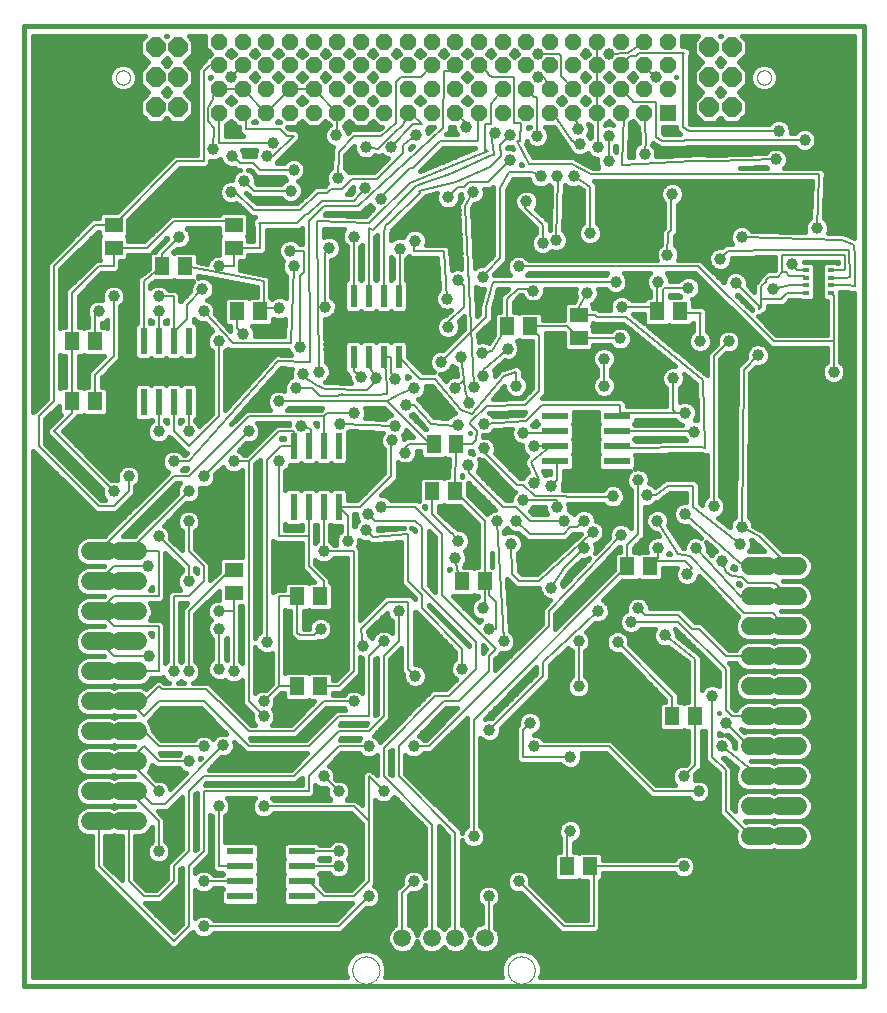
<source format=gtl>
G75*
%MOIN*%
%OFA0B0*%
%FSLAX25Y25*%
%IPPOS*%
%LPD*%
%AMOC8*
5,1,8,0,0,1.08239X$1,22.5*
%
%ADD10C,0.01600*%
%ADD11R,0.02400X0.07500*%
%ADD12C,0.06000*%
%ADD13C,0.00000*%
%ADD14OC8,0.06496*%
%ADD15R,0.05386X0.05386*%
%ADD16OC8,0.05386*%
%ADD17R,0.05118X0.05906*%
%ADD18R,0.05906X0.05118*%
%ADD19R,0.02362X0.08661*%
%ADD20R,0.08661X0.02362*%
%ADD21R,0.01969X0.01378*%
%ADD22C,0.05937*%
%ADD23C,0.00600*%
%ADD24C,0.03962*%
D10*
X0020000Y0040000D02*
X0300000Y0040000D01*
X0300000Y0360000D01*
X0020000Y0360000D01*
X0020000Y0040000D01*
X0023100Y0043100D02*
X0023100Y0218647D01*
X0042700Y0199047D01*
X0044047Y0197700D01*
X0050953Y0197700D01*
X0052300Y0199047D01*
X0052300Y0199047D01*
X0055953Y0202700D01*
X0057300Y0204047D01*
X0057300Y0206670D01*
X0058375Y0207745D01*
X0058981Y0209208D01*
X0058981Y0210792D01*
X0058375Y0212255D01*
X0057255Y0213375D01*
X0055792Y0213981D01*
X0054208Y0213981D01*
X0052745Y0213375D01*
X0051625Y0212255D01*
X0051019Y0210792D01*
X0051019Y0209208D01*
X0051179Y0208821D01*
X0050792Y0208981D01*
X0049272Y0208981D01*
X0033253Y0225000D01*
X0038300Y0230047D01*
X0039647Y0230047D01*
X0040000Y0230400D01*
X0040353Y0230047D01*
X0047128Y0230047D01*
X0048299Y0231219D01*
X0048299Y0238781D01*
X0047128Y0239953D01*
X0046040Y0239953D01*
X0046040Y0242787D01*
X0050953Y0247700D01*
X0052300Y0249047D01*
X0052300Y0266670D01*
X0053375Y0267745D01*
X0053981Y0269208D01*
X0053981Y0270792D01*
X0053375Y0272255D01*
X0052255Y0273375D01*
X0050792Y0273981D01*
X0049208Y0273981D01*
X0047745Y0273375D01*
X0046625Y0272255D01*
X0046019Y0270792D01*
X0046019Y0269208D01*
X0046179Y0268821D01*
X0045792Y0268981D01*
X0044208Y0268981D01*
X0042745Y0268375D01*
X0041625Y0267255D01*
X0041019Y0265792D01*
X0041019Y0264208D01*
X0041440Y0263191D01*
X0041440Y0259953D01*
X0040353Y0259953D01*
X0040000Y0259600D01*
X0039647Y0259953D01*
X0038560Y0259953D01*
X0038560Y0270307D01*
X0045953Y0277700D01*
X0050953Y0277700D01*
X0052300Y0279047D01*
X0052300Y0281701D01*
X0053781Y0281701D01*
X0054953Y0282872D01*
X0054953Y0283960D01*
X0061879Y0283960D01*
X0061701Y0283781D01*
X0061701Y0279302D01*
X0059194Y0277300D01*
X0059047Y0277300D01*
X0058464Y0276717D01*
X0057820Y0276203D01*
X0057804Y0276057D01*
X0057700Y0275953D01*
X0057700Y0275128D01*
X0057608Y0274309D01*
X0057700Y0274194D01*
X0057700Y0261276D01*
X0056819Y0260395D01*
X0056819Y0250077D01*
X0057990Y0248906D01*
X0062010Y0248906D01*
X0062500Y0249396D01*
X0062990Y0248906D01*
X0067010Y0248906D01*
X0067500Y0249396D01*
X0067990Y0248906D01*
X0072010Y0248906D01*
X0072500Y0249396D01*
X0072990Y0248906D01*
X0077010Y0248906D01*
X0078181Y0250077D01*
X0078181Y0260395D01*
X0077010Y0261567D01*
X0076745Y0261567D01*
X0076750Y0261572D01*
X0076750Y0262620D01*
X0077745Y0261625D01*
X0079208Y0261019D01*
X0080527Y0261019D01*
X0082892Y0258436D01*
X0082745Y0258375D01*
X0081625Y0257255D01*
X0081019Y0255792D01*
X0081019Y0254208D01*
X0081625Y0252745D01*
X0082700Y0251670D01*
X0082700Y0230953D01*
X0078559Y0226811D01*
X0078375Y0227255D01*
X0077300Y0228330D01*
X0077300Y0228724D01*
X0078181Y0229605D01*
X0078181Y0239923D01*
X0077010Y0241094D01*
X0072990Y0241094D01*
X0072500Y0240604D01*
X0072010Y0241094D01*
X0067990Y0241094D01*
X0067500Y0240604D01*
X0067010Y0241094D01*
X0062990Y0241094D01*
X0062500Y0240604D01*
X0062010Y0241094D01*
X0057990Y0241094D01*
X0056819Y0239923D01*
X0056819Y0229605D01*
X0057990Y0228433D01*
X0062010Y0228433D01*
X0062500Y0228924D01*
X0062700Y0228724D01*
X0062700Y0228330D01*
X0061625Y0227255D01*
X0061019Y0225792D01*
X0061019Y0224208D01*
X0061625Y0222745D01*
X0062745Y0221625D01*
X0064208Y0221019D01*
X0065792Y0221019D01*
X0067255Y0221625D01*
X0068375Y0222745D01*
X0068559Y0223189D01*
X0069047Y0222700D01*
X0069047Y0222700D01*
X0072700Y0219047D01*
X0074047Y0217700D01*
X0074327Y0217700D01*
X0073970Y0217300D01*
X0073330Y0217300D01*
X0072255Y0218375D01*
X0070792Y0218981D01*
X0069208Y0218981D01*
X0067745Y0218375D01*
X0066625Y0217255D01*
X0066019Y0215792D01*
X0066019Y0214208D01*
X0066625Y0212745D01*
X0067745Y0211625D01*
X0068189Y0211441D01*
X0067700Y0210953D01*
X0046747Y0190000D01*
X0041005Y0190000D01*
X0039168Y0189239D01*
X0037761Y0187832D01*
X0037000Y0185995D01*
X0037000Y0184005D01*
X0037761Y0182168D01*
X0039168Y0180761D01*
X0041005Y0180000D01*
X0039168Y0179239D01*
X0037761Y0177832D01*
X0037000Y0175995D01*
X0037000Y0174005D01*
X0037761Y0172168D01*
X0039168Y0170761D01*
X0041005Y0170000D01*
X0039168Y0169239D01*
X0037761Y0167832D01*
X0037000Y0165995D01*
X0037000Y0164005D01*
X0037761Y0162168D01*
X0039168Y0160761D01*
X0041005Y0160000D01*
X0039168Y0159239D01*
X0037761Y0157832D01*
X0037000Y0155995D01*
X0037000Y0154005D01*
X0037761Y0152168D01*
X0039168Y0150761D01*
X0041005Y0150000D01*
X0039168Y0149239D01*
X0037761Y0147832D01*
X0037000Y0145995D01*
X0037000Y0144005D01*
X0037761Y0142168D01*
X0039168Y0140761D01*
X0041005Y0140000D01*
X0039168Y0139239D01*
X0037761Y0137832D01*
X0037000Y0135995D01*
X0037000Y0134005D01*
X0037761Y0132168D01*
X0039168Y0130761D01*
X0041005Y0130000D01*
X0039168Y0129239D01*
X0037761Y0127832D01*
X0037000Y0125995D01*
X0037000Y0124005D01*
X0037761Y0122168D01*
X0039168Y0120761D01*
X0041005Y0120000D01*
X0039168Y0119239D01*
X0037761Y0117832D01*
X0037000Y0115995D01*
X0037000Y0114005D01*
X0037761Y0112168D01*
X0039168Y0110761D01*
X0041005Y0110000D01*
X0039168Y0109239D01*
X0037761Y0107832D01*
X0037000Y0105995D01*
X0037000Y0104005D01*
X0037761Y0102168D01*
X0039168Y0100761D01*
X0041005Y0100000D01*
X0039168Y0099239D01*
X0037761Y0097832D01*
X0037000Y0095995D01*
X0037000Y0094005D01*
X0037761Y0092168D01*
X0039168Y0090761D01*
X0041005Y0090000D01*
X0042700Y0090000D01*
X0042700Y0079047D01*
X0067700Y0054047D01*
X0069047Y0052700D01*
X0070953Y0052700D01*
X0075953Y0057700D01*
X0076441Y0058189D01*
X0076625Y0057745D01*
X0077745Y0056625D01*
X0079208Y0056019D01*
X0080792Y0056019D01*
X0082255Y0056625D01*
X0083330Y0057700D01*
X0125953Y0057700D01*
X0134272Y0066019D01*
X0135792Y0066019D01*
X0137255Y0066625D01*
X0138375Y0067745D01*
X0138981Y0069208D01*
X0138981Y0070792D01*
X0138375Y0072255D01*
X0137255Y0073375D01*
X0136811Y0073559D01*
X0137300Y0074047D01*
X0137300Y0102070D01*
X0137745Y0101625D01*
X0139208Y0101019D01*
X0140792Y0101019D01*
X0142255Y0101625D01*
X0143375Y0102745D01*
X0143559Y0103189D01*
X0153763Y0092984D01*
X0153763Y0076318D01*
X0153375Y0077255D01*
X0152255Y0078375D01*
X0150792Y0078981D01*
X0149208Y0078981D01*
X0147745Y0078375D01*
X0146625Y0077255D01*
X0146019Y0075792D01*
X0146019Y0074272D01*
X0143920Y0072173D01*
X0143920Y0060567D01*
X0143406Y0060354D01*
X0142008Y0058957D01*
X0141252Y0057130D01*
X0141252Y0055154D01*
X0142008Y0053328D01*
X0143406Y0051930D01*
X0145232Y0051174D01*
X0147208Y0051174D01*
X0149034Y0051930D01*
X0150432Y0053328D01*
X0151142Y0055040D01*
X0151851Y0053328D01*
X0153249Y0051930D01*
X0155075Y0051174D01*
X0157051Y0051174D01*
X0158877Y0051930D01*
X0160000Y0053053D01*
X0161123Y0051930D01*
X0162949Y0051174D01*
X0164925Y0051174D01*
X0166751Y0051930D01*
X0168149Y0053328D01*
X0168858Y0055040D01*
X0169568Y0053328D01*
X0170965Y0051930D01*
X0172792Y0051174D01*
X0174768Y0051174D01*
X0176594Y0051930D01*
X0177992Y0053328D01*
X0178748Y0055154D01*
X0178748Y0057130D01*
X0177992Y0058957D01*
X0177300Y0059649D01*
X0177300Y0066670D01*
X0178375Y0067745D01*
X0178981Y0069208D01*
X0178981Y0070792D01*
X0178375Y0072255D01*
X0177255Y0073375D01*
X0175792Y0073981D01*
X0174208Y0073981D01*
X0172745Y0073375D01*
X0171625Y0072255D01*
X0171019Y0070792D01*
X0171019Y0069208D01*
X0171625Y0067745D01*
X0172700Y0066670D01*
X0172700Y0061073D01*
X0170965Y0060354D01*
X0169568Y0058957D01*
X0168858Y0057244D01*
X0168149Y0058957D01*
X0166751Y0060354D01*
X0166237Y0060567D01*
X0166237Y0088682D01*
X0166625Y0087745D01*
X0167745Y0086625D01*
X0169208Y0086019D01*
X0170792Y0086019D01*
X0172255Y0086625D01*
X0173375Y0087745D01*
X0173981Y0089208D01*
X0173981Y0090792D01*
X0173375Y0092255D01*
X0172300Y0093330D01*
X0172300Y0122820D01*
X0172995Y0122125D01*
X0174458Y0121519D01*
X0176042Y0121519D01*
X0177505Y0122125D01*
X0178625Y0123245D01*
X0179231Y0124708D01*
X0179231Y0126228D01*
X0194203Y0141200D01*
X0195550Y0142547D01*
X0195550Y0147004D01*
X0201646Y0152724D01*
X0202700Y0151670D01*
X0202700Y0143330D01*
X0201625Y0142255D01*
X0201019Y0140792D01*
X0201019Y0139208D01*
X0201625Y0137745D01*
X0202745Y0136625D01*
X0204208Y0136019D01*
X0205792Y0136019D01*
X0207255Y0136625D01*
X0208375Y0137745D01*
X0208981Y0139208D01*
X0208981Y0140792D01*
X0208375Y0142255D01*
X0207300Y0143330D01*
X0207300Y0151670D01*
X0208375Y0152745D01*
X0208981Y0154208D01*
X0208981Y0155792D01*
X0208375Y0157255D01*
X0207455Y0158175D01*
X0210621Y0161145D01*
X0210683Y0161119D01*
X0212267Y0161119D01*
X0213730Y0161725D01*
X0214850Y0162845D01*
X0215456Y0164308D01*
X0215456Y0165892D01*
X0214850Y0167355D01*
X0213730Y0168475D01*
X0213205Y0168692D01*
X0219560Y0175047D01*
X0224647Y0175047D01*
X0225000Y0175400D01*
X0225353Y0175047D01*
X0232128Y0175047D01*
X0233299Y0176219D01*
X0233299Y0179450D01*
X0237684Y0179450D01*
X0237194Y0178267D01*
X0237194Y0176683D01*
X0237800Y0175220D01*
X0238920Y0174100D01*
X0240383Y0173494D01*
X0241967Y0173494D01*
X0243430Y0174100D01*
X0244550Y0175220D01*
X0245156Y0176683D01*
X0245156Y0176816D01*
X0258022Y0163474D01*
X0258023Y0163418D01*
X0258189Y0163260D01*
X0257761Y0162832D01*
X0257000Y0160995D01*
X0257000Y0159005D01*
X0257761Y0157168D01*
X0259168Y0155761D01*
X0261005Y0155000D01*
X0259168Y0154239D01*
X0257761Y0152832D01*
X0257541Y0152300D01*
X0255203Y0152300D01*
X0247300Y0160203D01*
X0245953Y0161550D01*
X0243703Y0161550D01*
X0240550Y0164703D01*
X0239203Y0166050D01*
X0228731Y0166050D01*
X0228731Y0166792D01*
X0228125Y0168255D01*
X0227005Y0169375D01*
X0225542Y0169981D01*
X0223958Y0169981D01*
X0222495Y0169375D01*
X0221375Y0168255D01*
X0220769Y0166792D01*
X0220769Y0165208D01*
X0220810Y0165109D01*
X0220245Y0164875D01*
X0219125Y0163755D01*
X0218519Y0162292D01*
X0218519Y0160708D01*
X0219125Y0159245D01*
X0220238Y0158132D01*
X0218792Y0158731D01*
X0217208Y0158731D01*
X0215745Y0158125D01*
X0214625Y0157005D01*
X0214019Y0155542D01*
X0214019Y0153958D01*
X0214625Y0152495D01*
X0215745Y0151375D01*
X0217208Y0150769D01*
X0218728Y0150769D01*
X0233960Y0135537D01*
X0233960Y0134953D01*
X0232872Y0134953D01*
X0231701Y0133781D01*
X0231701Y0126219D01*
X0232872Y0125047D01*
X0239647Y0125047D01*
X0240000Y0125400D01*
X0240353Y0125047D01*
X0241440Y0125047D01*
X0241440Y0114693D01*
X0240728Y0113981D01*
X0239208Y0113981D01*
X0237745Y0113375D01*
X0236625Y0112255D01*
X0236019Y0110792D01*
X0236019Y0109208D01*
X0236625Y0107745D01*
X0237070Y0107300D01*
X0230953Y0107300D01*
X0215953Y0122300D01*
X0193330Y0122300D01*
X0192255Y0123375D01*
X0190792Y0123981D01*
X0190054Y0123981D01*
X0191005Y0124375D01*
X0192125Y0125495D01*
X0192731Y0126958D01*
X0192731Y0128542D01*
X0192125Y0130005D01*
X0191005Y0131125D01*
X0189542Y0131731D01*
X0187958Y0131731D01*
X0186495Y0131125D01*
X0185375Y0130005D01*
X0184769Y0128542D01*
X0184769Y0127022D01*
X0184200Y0126453D01*
X0184200Y0115547D01*
X0185547Y0114200D01*
X0198920Y0114200D01*
X0199995Y0113125D01*
X0201458Y0112519D01*
X0203042Y0112519D01*
X0204505Y0113125D01*
X0205625Y0114245D01*
X0206231Y0115708D01*
X0206231Y0117292D01*
X0206062Y0117700D01*
X0214047Y0117700D01*
X0227700Y0104047D01*
X0229047Y0102700D01*
X0241670Y0102700D01*
X0242745Y0101625D01*
X0244208Y0101019D01*
X0245792Y0101019D01*
X0247255Y0101625D01*
X0248375Y0102745D01*
X0248981Y0104208D01*
X0248981Y0105792D01*
X0248375Y0107255D01*
X0247255Y0108375D01*
X0245792Y0108981D01*
X0244208Y0108981D01*
X0243821Y0108821D01*
X0243981Y0109208D01*
X0243981Y0110728D01*
X0246040Y0112787D01*
X0246040Y0125047D01*
X0247128Y0125047D01*
X0247200Y0125120D01*
X0247200Y0115547D01*
X0248547Y0114200D01*
X0251700Y0111047D01*
X0251700Y0097547D01*
X0253047Y0096200D01*
X0257367Y0091880D01*
X0257000Y0090995D01*
X0257000Y0089005D01*
X0257761Y0087168D01*
X0259168Y0085761D01*
X0261005Y0085000D01*
X0268995Y0085000D01*
X0270000Y0085416D01*
X0271005Y0085000D01*
X0278995Y0085000D01*
X0280832Y0085761D01*
X0282239Y0087168D01*
X0283000Y0089005D01*
X0283000Y0090995D01*
X0282239Y0092832D01*
X0280832Y0094239D01*
X0278995Y0095000D01*
X0280832Y0095761D01*
X0282239Y0097168D01*
X0283000Y0099005D01*
X0283000Y0100995D01*
X0282239Y0102832D01*
X0280832Y0104239D01*
X0278995Y0105000D01*
X0280832Y0105761D01*
X0282239Y0107168D01*
X0283000Y0109005D01*
X0283000Y0110995D01*
X0282239Y0112832D01*
X0280832Y0114239D01*
X0278995Y0115000D01*
X0271005Y0115000D01*
X0270000Y0114584D01*
X0268995Y0115000D01*
X0270000Y0115416D01*
X0271005Y0115000D01*
X0278995Y0115000D01*
X0280832Y0115761D01*
X0282239Y0117168D01*
X0283000Y0119005D01*
X0283000Y0120995D01*
X0282239Y0122832D01*
X0280832Y0124239D01*
X0278995Y0125000D01*
X0280832Y0125761D01*
X0282239Y0127168D01*
X0283000Y0129005D01*
X0283000Y0130995D01*
X0282239Y0132832D01*
X0280832Y0134239D01*
X0278995Y0135000D01*
X0280832Y0135761D01*
X0282239Y0137168D01*
X0283000Y0139005D01*
X0283000Y0140995D01*
X0282239Y0142832D01*
X0280832Y0144239D01*
X0278995Y0145000D01*
X0271005Y0145000D01*
X0270000Y0144584D01*
X0268995Y0145000D01*
X0261005Y0145000D01*
X0259168Y0144239D01*
X0257761Y0142832D01*
X0257000Y0140995D01*
X0257000Y0139005D01*
X0257761Y0137168D01*
X0259168Y0135761D01*
X0261005Y0135000D01*
X0268995Y0135000D01*
X0270000Y0135416D01*
X0271005Y0135000D01*
X0278995Y0135000D01*
X0271005Y0135000D01*
X0270000Y0134584D01*
X0268995Y0135000D01*
X0261005Y0135000D01*
X0259168Y0134239D01*
X0257761Y0132832D01*
X0257541Y0132300D01*
X0257203Y0132300D01*
X0256300Y0133203D01*
X0256300Y0146703D01*
X0255303Y0147700D01*
X0257541Y0147700D01*
X0257761Y0147168D01*
X0259168Y0145761D01*
X0261005Y0145000D01*
X0268995Y0145000D01*
X0270000Y0145416D01*
X0271005Y0145000D01*
X0278995Y0145000D01*
X0280832Y0145761D01*
X0282239Y0147168D01*
X0283000Y0149005D01*
X0283000Y0150995D01*
X0282239Y0152832D01*
X0280832Y0154239D01*
X0278995Y0155000D01*
X0271005Y0155000D01*
X0270000Y0154584D01*
X0268995Y0155000D01*
X0261005Y0155000D01*
X0268995Y0155000D01*
X0270000Y0155416D01*
X0271005Y0155000D01*
X0278995Y0155000D01*
X0280832Y0155761D01*
X0282239Y0157168D01*
X0283000Y0159005D01*
X0283000Y0160995D01*
X0282239Y0162832D01*
X0280832Y0164239D01*
X0278995Y0165000D01*
X0280832Y0165761D01*
X0282239Y0167168D01*
X0283000Y0169005D01*
X0283000Y0170995D01*
X0282239Y0172832D01*
X0280832Y0174239D01*
X0278995Y0175000D01*
X0280832Y0175761D01*
X0282239Y0177168D01*
X0283000Y0179005D01*
X0283000Y0180995D01*
X0282239Y0182832D01*
X0280832Y0184239D01*
X0278995Y0185000D01*
X0273253Y0185000D01*
X0267047Y0191205D01*
X0266949Y0191549D01*
X0266398Y0191854D01*
X0265953Y0192300D01*
X0265596Y0192300D01*
X0263306Y0193571D01*
X0263306Y0193942D01*
X0262700Y0195405D01*
X0261668Y0196438D01*
X0262288Y0244610D01*
X0264072Y0246394D01*
X0265592Y0246394D01*
X0267055Y0247000D01*
X0268175Y0248120D01*
X0268781Y0249583D01*
X0268781Y0251167D01*
X0268175Y0252630D01*
X0267055Y0253750D01*
X0265592Y0254356D01*
X0264008Y0254356D01*
X0262545Y0253750D01*
X0261425Y0252630D01*
X0260819Y0251167D01*
X0260819Y0249647D01*
X0258384Y0247212D01*
X0257712Y0246557D01*
X0257712Y0246540D01*
X0257700Y0246528D01*
X0257700Y0245590D01*
X0257068Y0196523D01*
X0255950Y0195405D01*
X0255344Y0193942D01*
X0255344Y0193136D01*
X0251438Y0196286D01*
X0252255Y0196625D01*
X0253375Y0197745D01*
X0253981Y0199208D01*
X0253981Y0200792D01*
X0253375Y0202255D01*
X0252300Y0203330D01*
X0252300Y0249047D01*
X0254272Y0251019D01*
X0255792Y0251019D01*
X0257255Y0251625D01*
X0258375Y0252745D01*
X0258981Y0254208D01*
X0258981Y0255792D01*
X0258375Y0257255D01*
X0257255Y0258375D01*
X0255792Y0258981D01*
X0254208Y0258981D01*
X0252745Y0258375D01*
X0251625Y0257255D01*
X0251019Y0255792D01*
X0251019Y0254272D01*
X0247700Y0250953D01*
X0247700Y0243934D01*
X0247210Y0244386D01*
X0247136Y0244383D01*
X0228139Y0260047D01*
X0234647Y0260047D01*
X0235000Y0260400D01*
X0235353Y0260047D01*
X0242128Y0260047D01*
X0243150Y0261070D01*
X0243150Y0258430D01*
X0242075Y0257355D01*
X0241469Y0255892D01*
X0241469Y0254308D01*
X0242075Y0252845D01*
X0243195Y0251725D01*
X0244658Y0251119D01*
X0246242Y0251119D01*
X0247705Y0251725D01*
X0248825Y0252845D01*
X0249431Y0254308D01*
X0249431Y0255892D01*
X0248825Y0257355D01*
X0247750Y0258430D01*
X0247750Y0263372D01*
X0247975Y0263597D01*
X0247975Y0265503D01*
X0246628Y0266850D01*
X0243299Y0266850D01*
X0243299Y0268781D01*
X0242961Y0269119D01*
X0243880Y0269500D01*
X0245000Y0270620D01*
X0245606Y0272083D01*
X0245606Y0273667D01*
X0245000Y0275130D01*
X0243880Y0276250D01*
X0242417Y0276856D01*
X0240833Y0276856D01*
X0239370Y0276250D01*
X0238295Y0275175D01*
X0235481Y0275175D01*
X0235481Y0275692D01*
X0234875Y0277155D01*
X0234330Y0277700D01*
X0243828Y0277700D01*
X0268378Y0253370D01*
X0269047Y0252700D01*
X0269053Y0252700D01*
X0269058Y0252696D01*
X0270005Y0252700D01*
X0287700Y0252700D01*
X0287700Y0248080D01*
X0286625Y0247005D01*
X0286019Y0245542D01*
X0286019Y0243958D01*
X0286625Y0242495D01*
X0287745Y0241375D01*
X0289208Y0240769D01*
X0290792Y0240769D01*
X0292255Y0241375D01*
X0293375Y0242495D01*
X0293981Y0243958D01*
X0293981Y0245542D01*
X0293375Y0247005D01*
X0292300Y0248080D01*
X0292300Y0271150D01*
X0292029Y0271420D01*
X0294374Y0271420D01*
X0296189Y0271308D01*
X0296247Y0271250D01*
X0296900Y0271250D01*
X0296900Y0043100D01*
X0192274Y0043100D01*
X0192694Y0044114D01*
X0192694Y0046830D01*
X0191654Y0049340D01*
X0189734Y0051260D01*
X0187224Y0052300D01*
X0184508Y0052300D01*
X0181999Y0051260D01*
X0180078Y0049340D01*
X0179039Y0046830D01*
X0179039Y0044114D01*
X0179459Y0043100D01*
X0140541Y0043100D01*
X0140961Y0044114D01*
X0140961Y0046830D01*
X0139922Y0049340D01*
X0138001Y0051260D01*
X0135492Y0052300D01*
X0132776Y0052300D01*
X0130266Y0051260D01*
X0128346Y0049340D01*
X0127306Y0046830D01*
X0127306Y0044114D01*
X0127726Y0043100D01*
X0023100Y0043100D01*
X0023100Y0043197D02*
X0127686Y0043197D01*
X0127306Y0044796D02*
X0023100Y0044796D01*
X0023100Y0046394D02*
X0127306Y0046394D01*
X0127788Y0047993D02*
X0023100Y0047993D01*
X0023100Y0049591D02*
X0128597Y0049591D01*
X0130196Y0051190D02*
X0023100Y0051190D01*
X0023100Y0052788D02*
X0068959Y0052788D01*
X0071041Y0052788D02*
X0142548Y0052788D01*
X0141569Y0054387D02*
X0072639Y0054387D01*
X0074238Y0055985D02*
X0141252Y0055985D01*
X0141439Y0057584D02*
X0083214Y0057584D01*
X0083330Y0062300D02*
X0082255Y0063375D01*
X0080792Y0063981D01*
X0079208Y0063981D01*
X0077745Y0063375D01*
X0077300Y0062930D01*
X0077300Y0072070D01*
X0077745Y0071625D01*
X0079208Y0071019D01*
X0080792Y0071019D01*
X0082255Y0071625D01*
X0083330Y0072700D01*
X0086224Y0072700D01*
X0086424Y0072500D01*
X0085933Y0072010D01*
X0085933Y0067990D01*
X0087105Y0066819D01*
X0097423Y0066819D01*
X0098594Y0067990D01*
X0098594Y0072010D01*
X0098104Y0072500D01*
X0098594Y0072990D01*
X0098594Y0077010D01*
X0098104Y0077500D01*
X0098594Y0077990D01*
X0098594Y0082010D01*
X0098104Y0082500D01*
X0098594Y0082990D01*
X0098594Y0087010D01*
X0097423Y0088181D01*
X0087300Y0088181D01*
X0087300Y0096670D01*
X0088375Y0097745D01*
X0088981Y0099208D01*
X0088981Y0100792D01*
X0088375Y0102255D01*
X0087930Y0102700D01*
X0097070Y0102700D01*
X0096625Y0102255D01*
X0096019Y0100792D01*
X0096019Y0099208D01*
X0096625Y0097745D01*
X0097745Y0096625D01*
X0099208Y0096019D01*
X0100792Y0096019D01*
X0102255Y0096625D01*
X0103330Y0097700D01*
X0129047Y0097700D01*
X0132700Y0094047D01*
X0132700Y0075953D01*
X0129047Y0072300D01*
X0120953Y0072300D01*
X0119067Y0074186D01*
X0119067Y0077010D01*
X0118576Y0077500D01*
X0118776Y0077700D01*
X0121670Y0077700D01*
X0122745Y0076625D01*
X0124208Y0076019D01*
X0125792Y0076019D01*
X0127255Y0076625D01*
X0128375Y0077745D01*
X0128981Y0079208D01*
X0128981Y0080792D01*
X0128375Y0082255D01*
X0128130Y0082500D01*
X0128375Y0082745D01*
X0128981Y0084208D01*
X0128981Y0085792D01*
X0128375Y0087255D01*
X0127255Y0088375D01*
X0125792Y0088981D01*
X0124208Y0088981D01*
X0122745Y0088375D01*
X0121670Y0087300D01*
X0118776Y0087300D01*
X0117895Y0088181D01*
X0107577Y0088181D01*
X0106406Y0087010D01*
X0106406Y0082990D01*
X0106896Y0082500D01*
X0106406Y0082010D01*
X0106406Y0077990D01*
X0106896Y0077500D01*
X0106406Y0077010D01*
X0106406Y0072990D01*
X0106896Y0072500D01*
X0106406Y0072010D01*
X0106406Y0067990D01*
X0107577Y0066819D01*
X0117895Y0066819D01*
X0118912Y0067835D01*
X0119047Y0067700D01*
X0129447Y0067700D01*
X0124047Y0062300D01*
X0083330Y0062300D01*
X0083251Y0062379D02*
X0124126Y0062379D01*
X0125725Y0063978D02*
X0080800Y0063978D01*
X0079200Y0063978D02*
X0077300Y0063978D01*
X0077300Y0065576D02*
X0127324Y0065576D01*
X0128922Y0067175D02*
X0118251Y0067175D01*
X0119684Y0073569D02*
X0130316Y0073569D01*
X0131915Y0075167D02*
X0119067Y0075167D01*
X0119067Y0076766D02*
X0122604Y0076766D01*
X0127396Y0076766D02*
X0132700Y0076766D01*
X0132700Y0078364D02*
X0128632Y0078364D01*
X0128981Y0079963D02*
X0132700Y0079963D01*
X0132700Y0081561D02*
X0128662Y0081561D01*
X0128547Y0083160D02*
X0132700Y0083160D01*
X0132700Y0084758D02*
X0128981Y0084758D01*
X0128747Y0086357D02*
X0132700Y0086357D01*
X0132700Y0087955D02*
X0127675Y0087955D01*
X0122325Y0087955D02*
X0118121Y0087955D01*
X0118776Y0082700D02*
X0121670Y0082700D01*
X0121870Y0082500D01*
X0121670Y0082300D01*
X0118776Y0082300D01*
X0118576Y0082500D01*
X0118776Y0082700D01*
X0130799Y0095948D02*
X0087300Y0095948D01*
X0087300Y0094349D02*
X0132398Y0094349D01*
X0132700Y0092751D02*
X0087300Y0092751D01*
X0087300Y0091152D02*
X0132700Y0091152D01*
X0132700Y0089554D02*
X0087300Y0089554D01*
X0082700Y0089554D02*
X0082300Y0089554D01*
X0082300Y0091152D02*
X0082700Y0091152D01*
X0082700Y0092751D02*
X0082300Y0092751D01*
X0082300Y0094349D02*
X0082700Y0094349D01*
X0082700Y0095948D02*
X0082300Y0095948D01*
X0082700Y0096670D02*
X0082700Y0079047D01*
X0084047Y0077700D01*
X0086224Y0077700D01*
X0086424Y0077500D01*
X0086224Y0077300D01*
X0083330Y0077300D01*
X0082255Y0078375D01*
X0080792Y0078981D01*
X0079208Y0078981D01*
X0077745Y0078375D01*
X0077300Y0077930D01*
X0077300Y0079047D01*
X0080953Y0082700D01*
X0082300Y0084047D01*
X0082300Y0097070D01*
X0082700Y0096670D01*
X0077700Y0095948D02*
X0077300Y0095948D01*
X0077300Y0097546D02*
X0077700Y0097546D01*
X0077700Y0099145D02*
X0077300Y0099145D01*
X0077300Y0100743D02*
X0077700Y0100743D01*
X0077700Y0102342D02*
X0077300Y0102342D01*
X0077300Y0103940D02*
X0077700Y0103940D01*
X0077700Y0104047D02*
X0077700Y0104447D01*
X0077300Y0104047D01*
X0077300Y0085553D01*
X0077700Y0085953D01*
X0077700Y0104047D01*
X0080553Y0107300D02*
X0080953Y0107700D01*
X0110953Y0107700D01*
X0112300Y0109047D01*
X0112300Y0109047D01*
X0112700Y0109447D01*
X0112700Y0109047D01*
X0112700Y0107300D01*
X0080553Y0107300D01*
X0081750Y0112300D02*
X0085701Y0116344D01*
X0087167Y0116344D01*
X0088630Y0116950D01*
X0089750Y0118070D01*
X0090356Y0119533D01*
X0090356Y0121117D01*
X0090162Y0121585D01*
X0092700Y0119047D01*
X0094047Y0117700D01*
X0114447Y0117700D01*
X0109047Y0112300D01*
X0081750Y0112300D01*
X0082953Y0113532D02*
X0110279Y0113532D01*
X0111877Y0115130D02*
X0084515Y0115130D01*
X0088095Y0116729D02*
X0113476Y0116729D01*
X0114047Y0122300D02*
X0095953Y0122300D01*
X0095553Y0122700D01*
X0109047Y0122700D01*
X0110953Y0122700D01*
X0120953Y0132700D01*
X0126670Y0132700D01*
X0127070Y0132300D01*
X0124047Y0132300D01*
X0122700Y0130953D01*
X0114047Y0122300D01*
X0114870Y0123123D02*
X0111375Y0123123D01*
X0112974Y0124721D02*
X0116468Y0124721D01*
X0118067Y0126320D02*
X0114572Y0126320D01*
X0116171Y0127918D02*
X0119665Y0127918D01*
X0121264Y0129517D02*
X0117769Y0129517D01*
X0119368Y0131115D02*
X0122862Y0131115D01*
X0125953Y0127700D02*
X0134447Y0127700D01*
X0134047Y0127300D01*
X0125553Y0127300D01*
X0125953Y0127700D01*
X0125953Y0122700D02*
X0132070Y0122700D01*
X0131670Y0122300D01*
X0125553Y0122300D01*
X0125953Y0122700D01*
X0125953Y0117700D02*
X0131670Y0117700D01*
X0132745Y0116625D01*
X0134208Y0116019D01*
X0135792Y0116019D01*
X0137255Y0116625D01*
X0137700Y0117070D01*
X0137700Y0110553D01*
X0135953Y0112300D01*
X0134047Y0112300D01*
X0132700Y0110953D01*
X0132700Y0109047D01*
X0132700Y0100553D01*
X0130953Y0102300D01*
X0127930Y0102300D01*
X0128375Y0102745D01*
X0128981Y0104208D01*
X0128981Y0105792D01*
X0128375Y0107255D01*
X0127255Y0108375D01*
X0125792Y0108981D01*
X0124272Y0108981D01*
X0123981Y0109272D01*
X0123981Y0110792D01*
X0123375Y0112255D01*
X0122255Y0113375D01*
X0121811Y0113559D01*
X0125953Y0117700D01*
X0124981Y0116729D02*
X0132641Y0116729D01*
X0137359Y0116729D02*
X0137700Y0116729D01*
X0137700Y0115130D02*
X0123383Y0115130D01*
X0121877Y0113532D02*
X0137700Y0113532D01*
X0137700Y0111933D02*
X0136320Y0111933D01*
X0133680Y0111933D02*
X0123508Y0111933D01*
X0123981Y0110334D02*
X0132700Y0110334D01*
X0132700Y0108736D02*
X0126384Y0108736D01*
X0128424Y0107137D02*
X0132700Y0107137D01*
X0132700Y0105539D02*
X0128981Y0105539D01*
X0128870Y0103940D02*
X0132700Y0103940D01*
X0132700Y0102342D02*
X0127972Y0102342D01*
X0129201Y0097546D02*
X0103177Y0097546D01*
X0103330Y0102300D02*
X0102930Y0102700D01*
X0115953Y0102700D01*
X0117300Y0104047D01*
X0117300Y0107070D01*
X0117745Y0106625D01*
X0119208Y0106019D01*
X0120728Y0106019D01*
X0121019Y0105728D01*
X0121019Y0104208D01*
X0121625Y0102745D01*
X0122070Y0102300D01*
X0103330Y0102300D01*
X0103288Y0102342D02*
X0122028Y0102342D01*
X0121130Y0103940D02*
X0117193Y0103940D01*
X0117300Y0105539D02*
X0121019Y0105539D01*
X0112700Y0108736D02*
X0111989Y0108736D01*
X0096712Y0102342D02*
X0088288Y0102342D01*
X0088981Y0100743D02*
X0096019Y0100743D01*
X0096045Y0099145D02*
X0088955Y0099145D01*
X0088177Y0097546D02*
X0096823Y0097546D01*
X0097649Y0087955D02*
X0107351Y0087955D01*
X0106406Y0086357D02*
X0098594Y0086357D01*
X0098594Y0084758D02*
X0106406Y0084758D01*
X0106406Y0083160D02*
X0098594Y0083160D01*
X0098594Y0081561D02*
X0106406Y0081561D01*
X0106406Y0079963D02*
X0098594Y0079963D01*
X0098594Y0078364D02*
X0106406Y0078364D01*
X0106406Y0076766D02*
X0098594Y0076766D01*
X0098594Y0075167D02*
X0106406Y0075167D01*
X0106406Y0073569D02*
X0098594Y0073569D01*
X0098594Y0071970D02*
X0106406Y0071970D01*
X0106406Y0070372D02*
X0098594Y0070372D01*
X0098594Y0068773D02*
X0106406Y0068773D01*
X0107221Y0067175D02*
X0097779Y0067175D01*
X0086749Y0067175D02*
X0077300Y0067175D01*
X0077300Y0068773D02*
X0085933Y0068773D01*
X0085933Y0070372D02*
X0077300Y0070372D01*
X0077300Y0071970D02*
X0077400Y0071970D01*
X0082600Y0071970D02*
X0085933Y0071970D01*
X0083383Y0078364D02*
X0082266Y0078364D01*
X0082700Y0079963D02*
X0078215Y0079963D01*
X0077734Y0078364D02*
X0077300Y0078364D01*
X0079814Y0081561D02*
X0082700Y0081561D01*
X0082700Y0083160D02*
X0081412Y0083160D01*
X0082300Y0084758D02*
X0082700Y0084758D01*
X0082700Y0086357D02*
X0082300Y0086357D01*
X0082300Y0087955D02*
X0082700Y0087955D01*
X0077700Y0087955D02*
X0077300Y0087955D01*
X0077300Y0086357D02*
X0077700Y0086357D01*
X0077700Y0089554D02*
X0077300Y0089554D01*
X0077300Y0091152D02*
X0077700Y0091152D01*
X0077700Y0092751D02*
X0077300Y0092751D01*
X0077300Y0094349D02*
X0077700Y0094349D01*
X0072700Y0094349D02*
X0067300Y0094349D01*
X0067300Y0092751D02*
X0072700Y0092751D01*
X0072700Y0091152D02*
X0067300Y0091152D01*
X0067300Y0089554D02*
X0072700Y0089554D01*
X0072700Y0087955D02*
X0067675Y0087955D01*
X0067300Y0088330D02*
X0067300Y0095953D01*
X0065953Y0097300D01*
X0064803Y0098450D01*
X0066313Y0098450D01*
X0066324Y0098439D01*
X0067264Y0098450D01*
X0068203Y0098450D01*
X0068214Y0098461D01*
X0068229Y0098461D01*
X0068886Y0099133D01*
X0069550Y0099797D01*
X0069550Y0099813D01*
X0072700Y0103037D01*
X0072700Y0085953D01*
X0067700Y0080953D01*
X0067700Y0075953D01*
X0064047Y0072300D01*
X0060953Y0072300D01*
X0057300Y0075953D01*
X0057300Y0090000D01*
X0058995Y0090000D01*
X0060832Y0090761D01*
X0062239Y0092168D01*
X0062700Y0093281D01*
X0062700Y0088330D01*
X0061625Y0087255D01*
X0061019Y0085792D01*
X0061019Y0084208D01*
X0061625Y0082745D01*
X0062745Y0081625D01*
X0064208Y0081019D01*
X0065792Y0081019D01*
X0067255Y0081625D01*
X0068375Y0082745D01*
X0068981Y0084208D01*
X0068981Y0085792D01*
X0068375Y0087255D01*
X0067300Y0088330D01*
X0068747Y0086357D02*
X0072700Y0086357D01*
X0071506Y0084758D02*
X0068981Y0084758D01*
X0068547Y0083160D02*
X0069907Y0083160D01*
X0068309Y0081561D02*
X0067101Y0081561D01*
X0067700Y0079963D02*
X0057300Y0079963D01*
X0057300Y0081561D02*
X0062899Y0081561D01*
X0061453Y0083160D02*
X0057300Y0083160D01*
X0057300Y0084758D02*
X0061019Y0084758D01*
X0061253Y0086357D02*
X0057300Y0086357D01*
X0057300Y0087955D02*
X0062325Y0087955D01*
X0062700Y0089554D02*
X0057300Y0089554D01*
X0052700Y0089554D02*
X0047300Y0089554D01*
X0047300Y0090000D02*
X0048995Y0090000D01*
X0050000Y0090416D01*
X0051005Y0090000D01*
X0052700Y0090000D01*
X0052700Y0075553D01*
X0047300Y0080953D01*
X0047300Y0090000D01*
X0047300Y0087955D02*
X0052700Y0087955D01*
X0052700Y0086357D02*
X0047300Y0086357D01*
X0047300Y0084758D02*
X0052700Y0084758D01*
X0052700Y0083160D02*
X0047300Y0083160D01*
X0047300Y0081561D02*
X0052700Y0081561D01*
X0052700Y0079963D02*
X0048290Y0079963D01*
X0049888Y0078364D02*
X0052700Y0078364D01*
X0052700Y0076766D02*
X0051487Y0076766D01*
X0048179Y0073569D02*
X0023100Y0073569D01*
X0023100Y0075167D02*
X0046580Y0075167D01*
X0044982Y0076766D02*
X0023100Y0076766D01*
X0023100Y0078364D02*
X0043383Y0078364D01*
X0042700Y0079963D02*
X0023100Y0079963D01*
X0023100Y0081561D02*
X0042700Y0081561D01*
X0042700Y0083160D02*
X0023100Y0083160D01*
X0023100Y0084758D02*
X0042700Y0084758D01*
X0042700Y0086357D02*
X0023100Y0086357D01*
X0023100Y0087955D02*
X0042700Y0087955D01*
X0042700Y0089554D02*
X0023100Y0089554D01*
X0023100Y0091152D02*
X0038777Y0091152D01*
X0037520Y0092751D02*
X0023100Y0092751D01*
X0023100Y0094349D02*
X0037000Y0094349D01*
X0037000Y0095948D02*
X0023100Y0095948D01*
X0023100Y0097546D02*
X0037643Y0097546D01*
X0039074Y0099145D02*
X0023100Y0099145D01*
X0023100Y0100743D02*
X0039211Y0100743D01*
X0041005Y0100000D02*
X0048995Y0100000D01*
X0050000Y0099584D01*
X0051005Y0100000D01*
X0056747Y0100000D01*
X0056747Y0100000D01*
X0051005Y0100000D01*
X0050000Y0100416D01*
X0048995Y0100000D01*
X0041005Y0100000D01*
X0037689Y0102342D02*
X0023100Y0102342D01*
X0023100Y0103940D02*
X0037027Y0103940D01*
X0037000Y0105539D02*
X0023100Y0105539D01*
X0023100Y0107137D02*
X0037473Y0107137D01*
X0038665Y0108736D02*
X0023100Y0108736D01*
X0023100Y0110334D02*
X0040198Y0110334D01*
X0041005Y0110000D02*
X0048995Y0110000D01*
X0050000Y0109584D01*
X0051005Y0110000D01*
X0056747Y0110000D01*
X0056747Y0110000D01*
X0051005Y0110000D01*
X0050000Y0110416D01*
X0048995Y0110000D01*
X0041005Y0110000D01*
X0037996Y0111933D02*
X0023100Y0111933D01*
X0023100Y0113532D02*
X0037196Y0113532D01*
X0037000Y0115130D02*
X0023100Y0115130D01*
X0023100Y0116729D02*
X0037304Y0116729D01*
X0038256Y0118327D02*
X0023100Y0118327D01*
X0023100Y0119926D02*
X0040826Y0119926D01*
X0041005Y0120000D02*
X0048995Y0120000D01*
X0050000Y0119584D01*
X0051005Y0120000D01*
X0056747Y0120000D01*
X0056747Y0120000D01*
X0051005Y0120000D01*
X0050000Y0120416D01*
X0048995Y0120000D01*
X0041005Y0120000D01*
X0038405Y0121524D02*
X0023100Y0121524D01*
X0023100Y0123123D02*
X0037366Y0123123D01*
X0037000Y0124721D02*
X0023100Y0124721D01*
X0023100Y0126320D02*
X0037135Y0126320D01*
X0037847Y0127918D02*
X0023100Y0127918D01*
X0023100Y0129517D02*
X0039839Y0129517D01*
X0041005Y0130000D02*
X0048995Y0130000D01*
X0050000Y0129584D01*
X0051005Y0130000D01*
X0056747Y0130000D01*
X0056747Y0130000D01*
X0051005Y0130000D01*
X0050000Y0130416D01*
X0048995Y0130000D01*
X0041005Y0130000D01*
X0038814Y0131115D02*
X0023100Y0131115D01*
X0023100Y0132714D02*
X0037535Y0132714D01*
X0037000Y0134312D02*
X0023100Y0134312D01*
X0023100Y0135911D02*
X0037000Y0135911D01*
X0037627Y0137509D02*
X0023100Y0137509D01*
X0023100Y0139108D02*
X0039037Y0139108D01*
X0039300Y0140706D02*
X0023100Y0140706D01*
X0023100Y0142305D02*
X0037704Y0142305D01*
X0037042Y0143903D02*
X0023100Y0143903D01*
X0023100Y0145502D02*
X0037000Y0145502D01*
X0037458Y0147100D02*
X0023100Y0147100D01*
X0023100Y0148699D02*
X0038628Y0148699D01*
X0040288Y0150297D02*
X0023100Y0150297D01*
X0023100Y0151896D02*
X0038033Y0151896D01*
X0037212Y0153494D02*
X0023100Y0153494D01*
X0023100Y0155093D02*
X0037000Y0155093D01*
X0037289Y0156691D02*
X0023100Y0156691D01*
X0023100Y0158290D02*
X0038219Y0158290D01*
X0040736Y0159888D02*
X0023100Y0159888D01*
X0023100Y0161487D02*
X0038442Y0161487D01*
X0037381Y0163085D02*
X0023100Y0163085D01*
X0023100Y0164684D02*
X0037000Y0164684D01*
X0037119Y0166282D02*
X0023100Y0166282D01*
X0023100Y0167881D02*
X0037810Y0167881D01*
X0039749Y0169479D02*
X0023100Y0169479D01*
X0023100Y0171078D02*
X0038851Y0171078D01*
X0037550Y0172676D02*
X0023100Y0172676D01*
X0023100Y0174275D02*
X0037000Y0174275D01*
X0037000Y0175873D02*
X0023100Y0175873D01*
X0023100Y0177472D02*
X0037612Y0177472D01*
X0038999Y0179070D02*
X0023100Y0179070D01*
X0023100Y0180669D02*
X0039390Y0180669D01*
X0041005Y0180000D02*
X0046747Y0180000D01*
X0046747Y0180000D01*
X0041005Y0180000D01*
X0037720Y0182268D02*
X0023100Y0182268D01*
X0023100Y0183866D02*
X0037058Y0183866D01*
X0037000Y0185465D02*
X0023100Y0185465D01*
X0023100Y0187063D02*
X0037443Y0187063D01*
X0038590Y0188662D02*
X0023100Y0188662D01*
X0023100Y0190260D02*
X0047007Y0190260D01*
X0048606Y0191859D02*
X0023100Y0191859D01*
X0023100Y0193457D02*
X0050204Y0193457D01*
X0051803Y0195056D02*
X0023100Y0195056D01*
X0023100Y0196654D02*
X0053401Y0196654D01*
X0055000Y0198253D02*
X0051505Y0198253D01*
X0053104Y0199851D02*
X0056598Y0199851D01*
X0058197Y0201450D02*
X0054702Y0201450D01*
X0055953Y0202700D02*
X0055953Y0202700D01*
X0056301Y0203048D02*
X0059795Y0203048D01*
X0061394Y0204647D02*
X0057300Y0204647D01*
X0057300Y0206245D02*
X0062993Y0206245D01*
X0064591Y0207844D02*
X0058416Y0207844D01*
X0058981Y0209442D02*
X0066190Y0209442D01*
X0067788Y0211041D02*
X0058878Y0211041D01*
X0057991Y0212639D02*
X0066731Y0212639D01*
X0066019Y0214238D02*
X0044015Y0214238D01*
X0042416Y0215836D02*
X0066037Y0215836D01*
X0066805Y0217435D02*
X0040818Y0217435D01*
X0039219Y0219033D02*
X0072714Y0219033D01*
X0072700Y0219047D02*
X0072700Y0219047D01*
X0073195Y0217435D02*
X0074090Y0217435D01*
X0071116Y0220632D02*
X0037621Y0220632D01*
X0036022Y0222230D02*
X0062140Y0222230D01*
X0061176Y0223829D02*
X0034424Y0223829D01*
X0033680Y0225427D02*
X0061019Y0225427D01*
X0061530Y0227026D02*
X0035278Y0227026D01*
X0036877Y0228624D02*
X0057799Y0228624D01*
X0056819Y0230223D02*
X0047303Y0230223D01*
X0048299Y0231821D02*
X0056819Y0231821D01*
X0056819Y0233420D02*
X0048299Y0233420D01*
X0048299Y0235018D02*
X0056819Y0235018D01*
X0056819Y0236617D02*
X0048299Y0236617D01*
X0048299Y0238215D02*
X0056819Y0238215D01*
X0056819Y0239814D02*
X0047266Y0239814D01*
X0046040Y0241412D02*
X0082700Y0241412D01*
X0082700Y0239814D02*
X0078181Y0239814D01*
X0078181Y0238215D02*
X0082700Y0238215D01*
X0082700Y0236617D02*
X0078181Y0236617D01*
X0078181Y0235018D02*
X0082700Y0235018D01*
X0082700Y0233420D02*
X0078181Y0233420D01*
X0078181Y0231821D02*
X0082700Y0231821D01*
X0081970Y0230223D02*
X0078181Y0230223D01*
X0077300Y0228624D02*
X0080372Y0228624D01*
X0078773Y0227026D02*
X0078470Y0227026D01*
X0072700Y0228330D02*
X0072300Y0227930D01*
X0072300Y0228724D01*
X0072500Y0228924D01*
X0072700Y0228724D01*
X0072700Y0228330D01*
X0072700Y0228624D02*
X0072300Y0228624D01*
X0067700Y0228624D02*
X0067300Y0228624D01*
X0067300Y0228724D02*
X0067300Y0228330D01*
X0067700Y0227930D01*
X0067700Y0228724D01*
X0067500Y0228924D01*
X0067300Y0228724D01*
X0062700Y0228624D02*
X0062201Y0228624D01*
X0067860Y0222230D02*
X0069517Y0222230D01*
X0073330Y0212700D02*
X0074123Y0212700D01*
X0074180Y0212650D01*
X0074410Y0212663D01*
X0074047Y0212300D01*
X0072930Y0212300D01*
X0073330Y0212700D01*
X0073269Y0212639D02*
X0074387Y0212639D01*
X0072070Y0207700D02*
X0071625Y0207255D01*
X0071019Y0205792D01*
X0071019Y0204272D01*
X0056747Y0190000D01*
X0053253Y0190000D01*
X0070953Y0207700D01*
X0072070Y0207700D01*
X0071207Y0206245D02*
X0069498Y0206245D01*
X0071019Y0204647D02*
X0067899Y0204647D01*
X0066301Y0203048D02*
X0069795Y0203048D01*
X0068197Y0201450D02*
X0064702Y0201450D01*
X0063104Y0199851D02*
X0066598Y0199851D01*
X0065000Y0198253D02*
X0061505Y0198253D01*
X0059907Y0196654D02*
X0063401Y0196654D01*
X0061803Y0195056D02*
X0058308Y0195056D01*
X0056710Y0193457D02*
X0060204Y0193457D01*
X0058606Y0191859D02*
X0055111Y0191859D01*
X0053513Y0190260D02*
X0057007Y0190260D01*
X0066811Y0193559D02*
X0074272Y0201019D01*
X0075792Y0201019D01*
X0077255Y0201625D01*
X0078375Y0202745D01*
X0078981Y0204208D01*
X0078981Y0205792D01*
X0078821Y0206179D01*
X0079208Y0206019D01*
X0080792Y0206019D01*
X0082255Y0206625D01*
X0083375Y0207745D01*
X0083981Y0209208D01*
X0083981Y0210728D01*
X0086441Y0213189D01*
X0086625Y0212745D01*
X0087745Y0211625D01*
X0089208Y0211019D01*
X0090792Y0211019D01*
X0092255Y0211625D01*
X0092700Y0212070D01*
X0092700Y0183299D01*
X0086219Y0183299D01*
X0085047Y0182128D01*
X0085047Y0178300D01*
X0082300Y0175553D01*
X0082300Y0180953D01*
X0080953Y0182300D01*
X0077300Y0185953D01*
X0077300Y0191670D01*
X0078375Y0192745D01*
X0078981Y0194208D01*
X0078981Y0195792D01*
X0078375Y0197255D01*
X0077255Y0198375D01*
X0075792Y0198981D01*
X0074208Y0198981D01*
X0072745Y0198375D01*
X0071625Y0197255D01*
X0071019Y0195792D01*
X0071019Y0194208D01*
X0071625Y0192745D01*
X0072700Y0191670D01*
X0072700Y0185553D01*
X0068981Y0189272D01*
X0068981Y0190792D01*
X0068375Y0192255D01*
X0067255Y0193375D01*
X0066811Y0193559D01*
X0067057Y0193457D02*
X0071330Y0193457D01*
X0071019Y0195056D02*
X0068308Y0195056D01*
X0069907Y0196654D02*
X0071376Y0196654D01*
X0071505Y0198253D02*
X0072623Y0198253D01*
X0073104Y0199851D02*
X0092700Y0199851D01*
X0092700Y0198253D02*
X0077377Y0198253D01*
X0078624Y0196654D02*
X0092700Y0196654D01*
X0092700Y0195056D02*
X0078981Y0195056D01*
X0078670Y0193457D02*
X0092700Y0193457D01*
X0092700Y0191859D02*
X0077489Y0191859D01*
X0077300Y0190260D02*
X0092700Y0190260D01*
X0092700Y0188662D02*
X0077300Y0188662D01*
X0077300Y0187063D02*
X0092700Y0187063D01*
X0092700Y0185465D02*
X0077788Y0185465D01*
X0079387Y0183866D02*
X0092700Y0183866D01*
X0097300Y0183866D02*
X0098700Y0183866D01*
X0098700Y0182268D02*
X0097300Y0182268D01*
X0097300Y0180669D02*
X0098700Y0180669D01*
X0098700Y0179070D02*
X0097300Y0179070D01*
X0097300Y0177472D02*
X0098700Y0177472D01*
X0098700Y0175873D02*
X0097300Y0175873D01*
X0097300Y0174275D02*
X0098700Y0174275D01*
X0098700Y0172676D02*
X0097300Y0172676D01*
X0097300Y0171078D02*
X0098700Y0171078D01*
X0098700Y0169479D02*
X0097300Y0169479D01*
X0097300Y0167881D02*
X0098700Y0167881D01*
X0098700Y0166282D02*
X0097300Y0166282D01*
X0097300Y0164684D02*
X0098700Y0164684D01*
X0098700Y0163085D02*
X0097300Y0163085D01*
X0097300Y0161487D02*
X0098700Y0161487D01*
X0098700Y0159888D02*
X0097300Y0159888D01*
X0097300Y0158290D02*
X0098700Y0158290D01*
X0098700Y0158080D02*
X0097625Y0157005D01*
X0097300Y0156220D01*
X0097300Y0214047D01*
X0098700Y0215447D01*
X0098700Y0158080D01*
X0097495Y0156691D02*
X0097300Y0156691D01*
X0097300Y0153280D02*
X0097625Y0152495D01*
X0098745Y0151375D01*
X0100208Y0150769D01*
X0101792Y0150769D01*
X0102700Y0151145D01*
X0102700Y0140953D01*
X0100728Y0138981D01*
X0099208Y0138981D01*
X0097745Y0138375D01*
X0097300Y0137930D01*
X0097300Y0153280D01*
X0097300Y0151896D02*
X0098224Y0151896D01*
X0097300Y0150297D02*
X0102700Y0150297D01*
X0102700Y0148699D02*
X0097300Y0148699D01*
X0097300Y0147100D02*
X0102700Y0147100D01*
X0102700Y0145502D02*
X0097300Y0145502D01*
X0097300Y0143903D02*
X0102700Y0143903D01*
X0102700Y0142305D02*
X0097300Y0142305D01*
X0097300Y0140706D02*
X0102454Y0140706D01*
X0100855Y0139108D02*
X0097300Y0139108D01*
X0092700Y0139108D02*
X0083895Y0139108D01*
X0083050Y0139953D02*
X0085703Y0137300D01*
X0085953Y0137300D01*
X0087300Y0135953D01*
X0095953Y0127300D01*
X0097070Y0127300D01*
X0096625Y0127745D01*
X0096019Y0129208D01*
X0096019Y0130728D01*
X0094047Y0132700D01*
X0094047Y0132700D01*
X0092700Y0134047D01*
X0092700Y0142070D01*
X0092255Y0141625D01*
X0090792Y0141019D01*
X0089208Y0141019D01*
X0087745Y0141625D01*
X0087144Y0142226D01*
X0086042Y0141769D01*
X0084458Y0141769D01*
X0082995Y0142375D01*
X0081875Y0143495D01*
X0081269Y0144958D01*
X0081269Y0146542D01*
X0081875Y0148005D01*
X0082950Y0149080D01*
X0082950Y0155920D01*
X0081875Y0156995D01*
X0081269Y0158458D01*
X0081269Y0160042D01*
X0081875Y0161505D01*
X0082370Y0162000D01*
X0081625Y0162745D01*
X0081019Y0164208D01*
X0081019Y0165792D01*
X0081625Y0167255D01*
X0082745Y0168375D01*
X0084208Y0168981D01*
X0085047Y0168981D01*
X0085047Y0171795D01*
X0077300Y0164047D01*
X0077300Y0148330D01*
X0078375Y0147255D01*
X0078981Y0145792D01*
X0078981Y0144208D01*
X0078375Y0142745D01*
X0077255Y0141625D01*
X0076470Y0141300D01*
X0081703Y0141300D01*
X0083050Y0139953D01*
X0082296Y0140706D02*
X0092700Y0140706D01*
X0092700Y0137509D02*
X0085493Y0137509D01*
X0087342Y0135911D02*
X0092700Y0135911D01*
X0092700Y0134312D02*
X0088941Y0134312D01*
X0090539Y0132714D02*
X0094034Y0132714D01*
X0095632Y0131115D02*
X0092138Y0131115D01*
X0093736Y0129517D02*
X0096019Y0129517D01*
X0096553Y0127918D02*
X0095335Y0127918D01*
X0090223Y0121524D02*
X0090187Y0121524D01*
X0090356Y0119926D02*
X0091822Y0119926D01*
X0093420Y0118327D02*
X0089857Y0118327D01*
X0087635Y0124112D02*
X0087167Y0124306D01*
X0085583Y0124306D01*
X0084120Y0123700D01*
X0083025Y0122605D01*
X0082255Y0123375D01*
X0080792Y0123981D01*
X0079208Y0123981D01*
X0077745Y0123375D01*
X0076670Y0122300D01*
X0065953Y0122300D01*
X0063000Y0125253D01*
X0063000Y0125995D01*
X0062239Y0127832D01*
X0061662Y0128409D01*
X0065953Y0132700D01*
X0079047Y0132700D01*
X0087635Y0124112D01*
X0087026Y0124721D02*
X0063532Y0124721D01*
X0062865Y0126320D02*
X0085428Y0126320D01*
X0083829Y0127918D02*
X0062153Y0127918D01*
X0062769Y0129517D02*
X0082231Y0129517D01*
X0080632Y0131115D02*
X0064368Y0131115D01*
X0065130Y0123123D02*
X0077492Y0123123D01*
X0082508Y0123123D02*
X0083542Y0123123D01*
X0079026Y0116094D02*
X0078907Y0115972D01*
X0078821Y0116179D01*
X0079026Y0116094D01*
X0074108Y0111060D02*
X0072745Y0111625D01*
X0071670Y0112700D01*
X0064047Y0112700D01*
X0062924Y0113823D01*
X0062239Y0112168D01*
X0061662Y0111591D01*
X0064272Y0108981D01*
X0065792Y0108981D01*
X0067255Y0108375D01*
X0068375Y0107255D01*
X0068975Y0105807D01*
X0074108Y0111060D01*
X0073399Y0110334D02*
X0062918Y0110334D01*
X0062004Y0111933D02*
X0072437Y0111933D01*
X0071837Y0108736D02*
X0066384Y0108736D01*
X0068424Y0107137D02*
X0070275Y0107137D01*
X0072021Y0102342D02*
X0072700Y0102342D01*
X0072700Y0100743D02*
X0070459Y0100743D01*
X0068898Y0099145D02*
X0072700Y0099145D01*
X0072700Y0097546D02*
X0065706Y0097546D01*
X0067300Y0095948D02*
X0072700Y0095948D01*
X0062700Y0092751D02*
X0062480Y0092751D01*
X0062700Y0091152D02*
X0061223Y0091152D01*
X0057300Y0078364D02*
X0067700Y0078364D01*
X0067700Y0076766D02*
X0057300Y0076766D01*
X0058085Y0075167D02*
X0066915Y0075167D01*
X0065316Y0073569D02*
X0059684Y0073569D01*
X0060553Y0067700D02*
X0065953Y0067700D01*
X0070953Y0072700D01*
X0072300Y0074047D01*
X0072300Y0079047D01*
X0072700Y0079447D01*
X0072700Y0079047D01*
X0072700Y0060953D01*
X0070000Y0058253D01*
X0060553Y0067700D01*
X0061078Y0067175D02*
X0072700Y0067175D01*
X0072700Y0068773D02*
X0067026Y0068773D01*
X0068624Y0070372D02*
X0072700Y0070372D01*
X0072700Y0071970D02*
X0070223Y0071970D01*
X0071821Y0073569D02*
X0072700Y0073569D01*
X0072700Y0075167D02*
X0072300Y0075167D01*
X0072300Y0076766D02*
X0072700Y0076766D01*
X0072700Y0078364D02*
X0072300Y0078364D01*
X0072700Y0065576D02*
X0062676Y0065576D01*
X0064275Y0063978D02*
X0072700Y0063978D01*
X0072700Y0062379D02*
X0065873Y0062379D01*
X0067472Y0060781D02*
X0072528Y0060781D01*
X0070929Y0059182D02*
X0069071Y0059182D01*
X0065762Y0055985D02*
X0023100Y0055985D01*
X0023100Y0054387D02*
X0067361Y0054387D01*
X0064164Y0057584D02*
X0023100Y0057584D01*
X0023100Y0059182D02*
X0062565Y0059182D01*
X0060967Y0060781D02*
X0023100Y0060781D01*
X0023100Y0062379D02*
X0059368Y0062379D01*
X0057770Y0063978D02*
X0023100Y0063978D01*
X0023100Y0065576D02*
X0056171Y0065576D01*
X0054573Y0067175D02*
X0023100Y0067175D01*
X0023100Y0068773D02*
X0052974Y0068773D01*
X0051376Y0070372D02*
X0023100Y0070372D01*
X0023100Y0071970D02*
X0049777Y0071970D01*
X0075836Y0057584D02*
X0076786Y0057584D01*
X0050198Y0110334D02*
X0049802Y0110334D01*
X0049174Y0119926D02*
X0050826Y0119926D01*
X0062804Y0113532D02*
X0063216Y0113532D01*
X0065953Y0117300D02*
X0065553Y0117700D01*
X0072070Y0117700D01*
X0071670Y0117300D01*
X0065953Y0117300D01*
X0060909Y0139162D02*
X0060832Y0139239D01*
X0058995Y0140000D01*
X0051005Y0140000D01*
X0050000Y0139584D01*
X0048995Y0140000D01*
X0041005Y0140000D01*
X0048995Y0140000D01*
X0050000Y0140416D01*
X0051005Y0140000D01*
X0058995Y0140000D01*
X0060832Y0140761D01*
X0062239Y0142168D01*
X0062459Y0142700D01*
X0065953Y0142700D01*
X0066441Y0143189D01*
X0066625Y0142745D01*
X0067745Y0141625D01*
X0068530Y0141300D01*
X0066953Y0141300D01*
X0065953Y0142300D01*
X0064047Y0142300D01*
X0062700Y0140953D01*
X0062700Y0140953D01*
X0060909Y0139162D01*
X0060699Y0140706D02*
X0062454Y0140706D01*
X0062296Y0142305D02*
X0067065Y0142305D01*
X0067300Y0147930D02*
X0067300Y0160953D01*
X0065953Y0162300D01*
X0064047Y0162300D01*
X0062294Y0162300D01*
X0063000Y0164005D01*
X0063000Y0165995D01*
X0062294Y0167700D01*
X0065953Y0167700D01*
X0067300Y0169047D01*
X0067300Y0184447D01*
X0072700Y0179047D01*
X0072700Y0178330D01*
X0071625Y0177255D01*
X0071019Y0175792D01*
X0071019Y0174208D01*
X0071625Y0172745D01*
X0072070Y0172300D01*
X0069047Y0172300D01*
X0067700Y0170953D01*
X0067700Y0148330D01*
X0067300Y0147930D01*
X0067300Y0148699D02*
X0067700Y0148699D01*
X0067700Y0150297D02*
X0067300Y0150297D01*
X0067300Y0151896D02*
X0067700Y0151896D01*
X0067700Y0153494D02*
X0067300Y0153494D01*
X0067300Y0155093D02*
X0067700Y0155093D01*
X0067700Y0156691D02*
X0067300Y0156691D01*
X0067300Y0158290D02*
X0067700Y0158290D01*
X0067700Y0159888D02*
X0067300Y0159888D01*
X0067700Y0161487D02*
X0066766Y0161487D01*
X0067700Y0163085D02*
X0062619Y0163085D01*
X0063000Y0164684D02*
X0067700Y0164684D01*
X0067700Y0166282D02*
X0062881Y0166282D01*
X0066134Y0167881D02*
X0067700Y0167881D01*
X0067700Y0169479D02*
X0067300Y0169479D01*
X0067300Y0171078D02*
X0067825Y0171078D01*
X0067300Y0172676D02*
X0071693Y0172676D01*
X0071019Y0174275D02*
X0067300Y0174275D01*
X0067300Y0175873D02*
X0071053Y0175873D01*
X0071842Y0177472D02*
X0067300Y0177472D01*
X0067300Y0179070D02*
X0072677Y0179070D01*
X0071078Y0180669D02*
X0067300Y0180669D01*
X0067300Y0182268D02*
X0069480Y0182268D01*
X0067881Y0183866D02*
X0067300Y0183866D01*
X0071190Y0187063D02*
X0072700Y0187063D01*
X0072700Y0188662D02*
X0069591Y0188662D01*
X0068981Y0190260D02*
X0072700Y0190260D01*
X0072511Y0191859D02*
X0068539Y0191859D01*
X0076832Y0201450D02*
X0092700Y0201450D01*
X0092700Y0203048D02*
X0078501Y0203048D01*
X0078981Y0204647D02*
X0092700Y0204647D01*
X0092700Y0206245D02*
X0081338Y0206245D01*
X0083416Y0207844D02*
X0092700Y0207844D01*
X0092700Y0209442D02*
X0083981Y0209442D01*
X0084293Y0211041D02*
X0089155Y0211041D01*
X0090845Y0211041D02*
X0092700Y0211041D01*
X0086731Y0212639D02*
X0085892Y0212639D01*
X0091811Y0218559D02*
X0094272Y0221019D01*
X0095792Y0221019D01*
X0097255Y0221625D01*
X0098375Y0222745D01*
X0098981Y0224208D01*
X0098981Y0225792D01*
X0098375Y0227255D01*
X0097930Y0227700D01*
X0108494Y0227700D01*
X0108494Y0227300D01*
X0104047Y0227300D01*
X0094047Y0217300D01*
X0093330Y0217300D01*
X0092255Y0218375D01*
X0091811Y0218559D01*
X0092286Y0219033D02*
X0095781Y0219033D01*
X0097379Y0220632D02*
X0093884Y0220632D01*
X0094182Y0217435D02*
X0093195Y0217435D01*
X0097490Y0214238D02*
X0098700Y0214238D01*
X0098700Y0212639D02*
X0097300Y0212639D01*
X0097300Y0211041D02*
X0098700Y0211041D01*
X0098700Y0209442D02*
X0097300Y0209442D01*
X0097300Y0207844D02*
X0098700Y0207844D01*
X0098700Y0206245D02*
X0097300Y0206245D01*
X0097300Y0204647D02*
X0098700Y0204647D01*
X0098700Y0203048D02*
X0097300Y0203048D01*
X0097300Y0201450D02*
X0098700Y0201450D01*
X0098700Y0199851D02*
X0097300Y0199851D01*
X0097300Y0198253D02*
X0098700Y0198253D01*
X0098700Y0196654D02*
X0097300Y0196654D01*
X0097300Y0195056D02*
X0098700Y0195056D01*
X0098700Y0193457D02*
X0097300Y0193457D01*
X0097300Y0191859D02*
X0098700Y0191859D01*
X0098700Y0190260D02*
X0097300Y0190260D01*
X0097300Y0188662D02*
X0098700Y0188662D01*
X0098700Y0187063D02*
X0097300Y0187063D01*
X0097300Y0185465D02*
X0098700Y0185465D01*
X0103300Y0185465D02*
X0112700Y0185465D01*
X0112700Y0187063D02*
X0103300Y0187063D01*
X0104047Y0187700D02*
X0112700Y0187700D01*
X0112700Y0180953D01*
X0112700Y0179047D01*
X0116795Y0174953D01*
X0115353Y0174953D01*
X0115000Y0174600D01*
X0114647Y0174953D01*
X0107872Y0174953D01*
X0106701Y0173781D01*
X0106701Y0172300D01*
X0104047Y0172300D01*
X0103300Y0171553D01*
X0103300Y0188447D01*
X0104047Y0187700D01*
X0103300Y0183866D02*
X0112700Y0183866D01*
X0112700Y0182268D02*
X0103300Y0182268D01*
X0103300Y0180669D02*
X0112700Y0180669D01*
X0112700Y0179070D02*
X0103300Y0179070D01*
X0103300Y0177472D02*
X0114275Y0177472D01*
X0115874Y0175873D02*
X0103300Y0175873D01*
X0103300Y0174275D02*
X0107195Y0174275D01*
X0106701Y0172676D02*
X0103300Y0172676D01*
X0107300Y0165620D02*
X0107872Y0165047D01*
X0108960Y0165047D01*
X0108960Y0157037D01*
X0109950Y0156047D01*
X0111297Y0154700D01*
X0117703Y0154700D01*
X0118272Y0155269D01*
X0119792Y0155269D01*
X0121255Y0155875D01*
X0122375Y0156995D01*
X0122981Y0158458D01*
X0122981Y0160042D01*
X0122375Y0161505D01*
X0121255Y0162625D01*
X0119792Y0163231D01*
X0118208Y0163231D01*
X0116745Y0162625D01*
X0115625Y0161505D01*
X0115019Y0160042D01*
X0115019Y0159300D01*
X0113560Y0159300D01*
X0113560Y0165047D01*
X0114647Y0165047D01*
X0115000Y0165400D01*
X0115353Y0165047D01*
X0122128Y0165047D01*
X0123299Y0166219D01*
X0123299Y0173781D01*
X0122300Y0174780D01*
X0122300Y0175953D01*
X0120953Y0177300D01*
X0117300Y0180953D01*
X0117300Y0182070D01*
X0117745Y0181625D01*
X0119208Y0181019D01*
X0120792Y0181019D01*
X0122255Y0181625D01*
X0123330Y0182700D01*
X0127700Y0182700D01*
X0127700Y0145953D01*
X0124047Y0142300D01*
X0123299Y0142300D01*
X0123299Y0143781D01*
X0122128Y0144953D01*
X0115353Y0144953D01*
X0115000Y0144600D01*
X0114647Y0144953D01*
X0107872Y0144953D01*
X0107300Y0144380D01*
X0107300Y0165620D01*
X0107300Y0164684D02*
X0108960Y0164684D01*
X0108960Y0163085D02*
X0107300Y0163085D01*
X0107300Y0161487D02*
X0108960Y0161487D01*
X0108960Y0159888D02*
X0107300Y0159888D01*
X0107300Y0158290D02*
X0108960Y0158290D01*
X0109306Y0156691D02*
X0107300Y0156691D01*
X0107300Y0155093D02*
X0110904Y0155093D01*
X0107300Y0153494D02*
X0127700Y0153494D01*
X0127700Y0151896D02*
X0107300Y0151896D01*
X0107300Y0150297D02*
X0127700Y0150297D01*
X0127700Y0148699D02*
X0107300Y0148699D01*
X0107300Y0147100D02*
X0127700Y0147100D01*
X0127249Y0145502D02*
X0107300Y0145502D01*
X0106701Y0137700D02*
X0106701Y0136219D01*
X0107872Y0135047D01*
X0114647Y0135047D01*
X0115000Y0135400D01*
X0115353Y0135047D01*
X0116795Y0135047D01*
X0109047Y0127300D01*
X0102930Y0127300D01*
X0103375Y0127745D01*
X0103981Y0129208D01*
X0103981Y0130792D01*
X0103375Y0132255D01*
X0103130Y0132500D01*
X0103375Y0132745D01*
X0103981Y0134208D01*
X0103981Y0135728D01*
X0105953Y0137700D01*
X0106701Y0137700D01*
X0106701Y0137509D02*
X0105762Y0137509D01*
X0107009Y0135911D02*
X0104163Y0135911D01*
X0103981Y0134312D02*
X0116059Y0134312D01*
X0114461Y0132714D02*
X0103344Y0132714D01*
X0103847Y0131115D02*
X0112862Y0131115D01*
X0111264Y0129517D02*
X0103981Y0129517D01*
X0103447Y0127918D02*
X0109665Y0127918D01*
X0123299Y0137300D02*
X0123299Y0137700D01*
X0125953Y0137700D01*
X0127300Y0139047D01*
X0127300Y0139047D01*
X0130953Y0142700D01*
X0132300Y0144047D01*
X0132300Y0149678D01*
X0132383Y0149644D01*
X0132700Y0149644D01*
X0132700Y0137930D01*
X0132255Y0138375D01*
X0130792Y0138981D01*
X0129208Y0138981D01*
X0127745Y0138375D01*
X0126670Y0137300D01*
X0123299Y0137300D01*
X0123299Y0137509D02*
X0126879Y0137509D01*
X0127360Y0139108D02*
X0132700Y0139108D01*
X0132700Y0140706D02*
X0128959Y0140706D01*
X0130557Y0142305D02*
X0132700Y0142305D01*
X0132700Y0143903D02*
X0132156Y0143903D01*
X0132300Y0145502D02*
X0132700Y0145502D01*
X0132700Y0147100D02*
X0132300Y0147100D01*
X0132300Y0148699D02*
X0132700Y0148699D01*
X0137300Y0148699D02*
X0137700Y0148699D01*
X0137700Y0149047D02*
X0137700Y0149447D01*
X0137300Y0149047D01*
X0137300Y0130553D01*
X0137700Y0130953D01*
X0137700Y0149047D01*
X0137700Y0147100D02*
X0137300Y0147100D01*
X0137300Y0145502D02*
X0137700Y0145502D01*
X0137700Y0143903D02*
X0137300Y0143903D01*
X0137300Y0142305D02*
X0137700Y0142305D01*
X0137700Y0140706D02*
X0137300Y0140706D01*
X0137300Y0139108D02*
X0137700Y0139108D01*
X0137700Y0137509D02*
X0137300Y0137509D01*
X0137300Y0135911D02*
X0137700Y0135911D01*
X0137700Y0134312D02*
X0137300Y0134312D01*
X0137300Y0132714D02*
X0137700Y0132714D01*
X0137700Y0131115D02*
X0137300Y0131115D01*
X0142300Y0131115D02*
X0148362Y0131115D01*
X0146764Y0129517D02*
X0142300Y0129517D01*
X0142300Y0129047D02*
X0142300Y0149047D01*
X0145950Y0152697D01*
X0145950Y0144797D01*
X0146519Y0144228D01*
X0146519Y0142708D01*
X0147125Y0141245D01*
X0148245Y0140125D01*
X0149708Y0139519D01*
X0151292Y0139519D01*
X0152755Y0140125D01*
X0153875Y0141245D01*
X0154481Y0142708D01*
X0154481Y0144292D01*
X0153875Y0145755D01*
X0152755Y0146875D01*
X0151292Y0147481D01*
X0150550Y0147481D01*
X0150550Y0164947D01*
X0151797Y0163700D01*
X0163950Y0151547D01*
X0163950Y0149080D01*
X0162875Y0148005D01*
X0162269Y0146542D01*
X0162269Y0144958D01*
X0162875Y0143495D01*
X0163995Y0142375D01*
X0164085Y0142338D01*
X0160797Y0139050D01*
X0156297Y0139050D01*
X0154950Y0137703D01*
X0138705Y0121458D01*
X0138375Y0122255D01*
X0137255Y0123375D01*
X0136811Y0123559D01*
X0140953Y0127700D01*
X0142300Y0129047D01*
X0141171Y0127918D02*
X0145165Y0127918D01*
X0143567Y0126320D02*
X0139572Y0126320D01*
X0137974Y0124721D02*
X0141968Y0124721D01*
X0140370Y0123123D02*
X0137508Y0123123D01*
X0138678Y0121524D02*
X0138771Y0121524D01*
X0142300Y0118547D02*
X0142700Y0118947D01*
X0142700Y0110553D01*
X0142300Y0110953D01*
X0142300Y0118547D01*
X0142300Y0118327D02*
X0142700Y0118327D01*
X0142700Y0116729D02*
X0142300Y0116729D01*
X0142300Y0115130D02*
X0142700Y0115130D01*
X0142700Y0113532D02*
X0142300Y0113532D01*
X0142300Y0111933D02*
X0142700Y0111933D01*
X0147300Y0111933D02*
X0167700Y0111933D01*
X0167700Y0110334D02*
X0147918Y0110334D01*
X0147300Y0110953D02*
X0147300Y0117070D01*
X0147745Y0116625D01*
X0149208Y0116019D01*
X0150792Y0116019D01*
X0152255Y0116625D01*
X0153330Y0117700D01*
X0155953Y0117700D01*
X0167700Y0129447D01*
X0167700Y0093330D01*
X0166625Y0092255D01*
X0166237Y0091318D01*
X0166237Y0092016D01*
X0147300Y0110953D01*
X0147300Y0113532D02*
X0167700Y0113532D01*
X0167700Y0115130D02*
X0147300Y0115130D01*
X0147300Y0116729D02*
X0147641Y0116729D01*
X0152359Y0116729D02*
X0167700Y0116729D01*
X0167700Y0118327D02*
X0156580Y0118327D01*
X0158178Y0119926D02*
X0167700Y0119926D01*
X0167700Y0121524D02*
X0159777Y0121524D01*
X0161375Y0123123D02*
X0167700Y0123123D01*
X0167700Y0124721D02*
X0162974Y0124721D01*
X0164572Y0126320D02*
X0167700Y0126320D01*
X0167700Y0127918D02*
X0166171Y0127918D01*
X0162862Y0131115D02*
X0159368Y0131115D01*
X0160953Y0132700D02*
X0164447Y0132700D01*
X0154047Y0122300D01*
X0153330Y0122300D01*
X0152255Y0123375D01*
X0151811Y0123559D01*
X0160953Y0132700D01*
X0161264Y0129517D02*
X0157769Y0129517D01*
X0156171Y0127918D02*
X0159665Y0127918D01*
X0158067Y0126320D02*
X0154572Y0126320D01*
X0152974Y0124721D02*
X0156468Y0124721D01*
X0154870Y0123123D02*
X0152508Y0123123D01*
X0149961Y0132714D02*
X0142300Y0132714D01*
X0142300Y0134312D02*
X0151559Y0134312D01*
X0153158Y0135911D02*
X0142300Y0135911D01*
X0142300Y0137509D02*
X0154757Y0137509D01*
X0153336Y0140706D02*
X0162454Y0140706D01*
X0164052Y0142305D02*
X0154314Y0142305D01*
X0154481Y0143903D02*
X0162706Y0143903D01*
X0162269Y0145502D02*
X0153980Y0145502D01*
X0152211Y0147100D02*
X0162500Y0147100D01*
X0163569Y0148699D02*
X0150550Y0148699D01*
X0150550Y0150297D02*
X0163950Y0150297D01*
X0163602Y0151896D02*
X0150550Y0151896D01*
X0150550Y0153494D02*
X0162003Y0153494D01*
X0160404Y0155093D02*
X0150550Y0155093D01*
X0150550Y0156691D02*
X0158806Y0156691D01*
X0157207Y0158290D02*
X0150550Y0158290D01*
X0150550Y0159888D02*
X0155609Y0159888D01*
X0154010Y0161487D02*
X0150550Y0161487D01*
X0150550Y0163085D02*
X0152412Y0163085D01*
X0150813Y0164684D02*
X0150550Y0164684D01*
X0150450Y0169303D02*
X0149203Y0170550D01*
X0140547Y0170550D01*
X0139200Y0169203D01*
X0132300Y0162303D01*
X0132300Y0185953D01*
X0131560Y0186692D01*
X0131981Y0187708D01*
X0131981Y0188658D01*
X0133283Y0188119D01*
X0134803Y0188119D01*
X0135372Y0187550D01*
X0135472Y0187550D01*
X0135548Y0187485D01*
X0136412Y0187550D01*
X0137278Y0187550D01*
X0137348Y0187621D01*
X0145950Y0188270D01*
X0145950Y0174047D01*
X0147297Y0172700D01*
X0150450Y0169547D01*
X0150450Y0169303D01*
X0150450Y0169479D02*
X0150273Y0169479D01*
X0148919Y0171078D02*
X0132300Y0171078D01*
X0132300Y0172676D02*
X0147321Y0172676D01*
X0145950Y0174275D02*
X0132300Y0174275D01*
X0132300Y0175873D02*
X0145950Y0175873D01*
X0145950Y0177472D02*
X0132300Y0177472D01*
X0132300Y0179070D02*
X0145950Y0179070D01*
X0145950Y0180669D02*
X0132300Y0180669D01*
X0132300Y0182268D02*
X0145950Y0182268D01*
X0145950Y0183866D02*
X0132300Y0183866D01*
X0132300Y0185465D02*
X0145950Y0185465D01*
X0145950Y0187063D02*
X0131714Y0187063D01*
X0130300Y0193389D02*
X0130300Y0195811D01*
X0130300Y0197464D01*
X0130769Y0197464D01*
X0130769Y0196708D01*
X0131375Y0195245D01*
X0131482Y0195137D01*
X0130700Y0194355D01*
X0130300Y0193389D01*
X0130300Y0193457D02*
X0130328Y0193457D01*
X0130300Y0195056D02*
X0131400Y0195056D01*
X0130791Y0196654D02*
X0130300Y0196654D01*
X0125700Y0193433D02*
X0125700Y0191830D01*
X0124625Y0190755D01*
X0124019Y0189292D01*
X0124019Y0187708D01*
X0124188Y0187300D01*
X0123330Y0187300D01*
X0122300Y0188330D01*
X0122300Y0193724D01*
X0122500Y0193924D01*
X0122990Y0193433D01*
X0125700Y0193433D01*
X0125700Y0191859D02*
X0122300Y0191859D01*
X0122300Y0193457D02*
X0122966Y0193457D01*
X0122300Y0190260D02*
X0124420Y0190260D01*
X0124019Y0188662D02*
X0122300Y0188662D01*
X0117700Y0188662D02*
X0117300Y0188662D01*
X0117700Y0188330D02*
X0117300Y0187930D01*
X0117300Y0193724D01*
X0117500Y0193924D01*
X0117700Y0193724D01*
X0117700Y0188330D01*
X0117700Y0190260D02*
X0117300Y0190260D01*
X0117300Y0191859D02*
X0117700Y0191859D01*
X0117700Y0193457D02*
X0117300Y0193457D01*
X0112700Y0193457D02*
X0112034Y0193457D01*
X0112010Y0193433D02*
X0112500Y0193924D01*
X0112700Y0193724D01*
X0112700Y0192300D01*
X0107300Y0192300D01*
X0107300Y0194124D01*
X0107990Y0193433D01*
X0112010Y0193433D01*
X0107966Y0193457D02*
X0107300Y0193457D01*
X0117584Y0180669D02*
X0127700Y0180669D01*
X0127700Y0182268D02*
X0122898Y0182268D01*
X0119182Y0179070D02*
X0127700Y0179070D01*
X0127700Y0177472D02*
X0120781Y0177472D01*
X0122300Y0175873D02*
X0127700Y0175873D01*
X0127700Y0174275D02*
X0122805Y0174275D01*
X0123299Y0172676D02*
X0127700Y0172676D01*
X0127700Y0171078D02*
X0123299Y0171078D01*
X0123299Y0169479D02*
X0127700Y0169479D01*
X0127700Y0167881D02*
X0123299Y0167881D01*
X0123299Y0166282D02*
X0127700Y0166282D01*
X0127700Y0164684D02*
X0113560Y0164684D01*
X0113560Y0163085D02*
X0117856Y0163085D01*
X0120144Y0163085D02*
X0127700Y0163085D01*
X0127700Y0161487D02*
X0122383Y0161487D01*
X0122981Y0159888D02*
X0127700Y0159888D01*
X0127700Y0158290D02*
X0122911Y0158290D01*
X0122071Y0156691D02*
X0127700Y0156691D01*
X0127700Y0155093D02*
X0118095Y0155093D01*
X0115019Y0159888D02*
X0113560Y0159888D01*
X0113560Y0161487D02*
X0115617Y0161487D01*
X0132300Y0163085D02*
X0133083Y0163085D01*
X0132300Y0164684D02*
X0134681Y0164684D01*
X0136280Y0166282D02*
X0132300Y0166282D01*
X0132300Y0167881D02*
X0137878Y0167881D01*
X0139477Y0169479D02*
X0132300Y0169479D01*
X0139588Y0163085D02*
X0141484Y0163085D01*
X0141625Y0162745D02*
X0142700Y0161670D01*
X0142700Y0157930D01*
X0142255Y0158375D01*
X0140792Y0158981D01*
X0139208Y0158981D01*
X0137745Y0158375D01*
X0136625Y0157255D01*
X0136200Y0156230D01*
X0135430Y0157000D01*
X0135069Y0157150D01*
X0134917Y0158414D01*
X0141019Y0164516D01*
X0141019Y0164208D01*
X0141625Y0162745D01*
X0142700Y0161487D02*
X0137990Y0161487D01*
X0136391Y0159888D02*
X0142700Y0159888D01*
X0142700Y0158290D02*
X0142340Y0158290D01*
X0137660Y0158290D02*
X0134932Y0158290D01*
X0135739Y0156691D02*
X0136391Y0156691D01*
X0143550Y0150297D02*
X0145950Y0150297D01*
X0145950Y0148699D02*
X0142300Y0148699D01*
X0142300Y0147100D02*
X0145950Y0147100D01*
X0145950Y0145502D02*
X0142300Y0145502D01*
X0142300Y0143903D02*
X0146519Y0143903D01*
X0146686Y0142305D02*
X0142300Y0142305D01*
X0142300Y0140706D02*
X0147664Y0140706D01*
X0142300Y0139108D02*
X0160855Y0139108D01*
X0173665Y0129153D02*
X0190950Y0146437D01*
X0190950Y0144453D01*
X0175978Y0129481D01*
X0174458Y0129481D01*
X0173665Y0129153D01*
X0174029Y0129517D02*
X0176014Y0129517D01*
X0175628Y0131115D02*
X0177612Y0131115D01*
X0177226Y0132714D02*
X0179211Y0132714D01*
X0178825Y0134312D02*
X0180809Y0134312D01*
X0180423Y0135911D02*
X0182408Y0135911D01*
X0182022Y0137509D02*
X0184007Y0137509D01*
X0183620Y0139108D02*
X0185605Y0139108D01*
X0185219Y0140706D02*
X0187204Y0140706D01*
X0186817Y0142305D02*
X0188802Y0142305D01*
X0188416Y0143903D02*
X0190401Y0143903D01*
X0190014Y0145502D02*
X0190950Y0145502D01*
X0195550Y0145502D02*
X0202700Y0145502D01*
X0202700Y0147100D02*
X0195652Y0147100D01*
X0197356Y0148699D02*
X0202700Y0148699D01*
X0202700Y0150297D02*
X0199060Y0150297D01*
X0200763Y0151896D02*
X0202474Y0151896D01*
X0207526Y0151896D02*
X0215224Y0151896D01*
X0214211Y0153494D02*
X0208685Y0153494D01*
X0208981Y0155093D02*
X0214019Y0155093D01*
X0214495Y0156691D02*
X0208609Y0156691D01*
X0207578Y0158290D02*
X0216143Y0158290D01*
X0218858Y0159888D02*
X0209282Y0159888D01*
X0213155Y0161487D02*
X0218519Y0161487D01*
X0218848Y0163085D02*
X0214950Y0163085D01*
X0215456Y0164684D02*
X0220054Y0164684D01*
X0220769Y0166282D02*
X0215294Y0166282D01*
X0214324Y0167881D02*
X0221220Y0167881D01*
X0222747Y0169479D02*
X0213992Y0169479D01*
X0215590Y0171078D02*
X0250690Y0171078D01*
X0252231Y0169479D02*
X0226753Y0169479D01*
X0228280Y0167881D02*
X0253772Y0167881D01*
X0255314Y0166282D02*
X0228731Y0166282D01*
X0230352Y0159200D02*
X0225830Y0159200D01*
X0224755Y0158125D01*
X0223292Y0157519D01*
X0221708Y0157519D01*
X0220262Y0158118D01*
X0221375Y0157005D01*
X0221981Y0155542D01*
X0221981Y0154022D01*
X0238560Y0137443D01*
X0238560Y0134953D01*
X0239647Y0134953D01*
X0240000Y0134600D01*
X0240353Y0134953D01*
X0241440Y0134953D01*
X0241440Y0148132D01*
X0234927Y0153178D01*
X0234542Y0153019D01*
X0232958Y0153019D01*
X0231495Y0153625D01*
X0230375Y0154745D01*
X0229769Y0156208D01*
X0229769Y0157792D01*
X0230352Y0159200D01*
X0229975Y0158290D02*
X0224920Y0158290D01*
X0221505Y0156691D02*
X0229769Y0156691D01*
X0230231Y0155093D02*
X0221981Y0155093D01*
X0222508Y0153494D02*
X0231810Y0153494D01*
X0236583Y0151896D02*
X0224107Y0151896D01*
X0225705Y0150297D02*
X0238646Y0150297D01*
X0240709Y0148699D02*
X0227304Y0148699D01*
X0228902Y0147100D02*
X0241440Y0147100D01*
X0241440Y0145502D02*
X0230501Y0145502D01*
X0232099Y0143903D02*
X0241440Y0143903D01*
X0241440Y0142305D02*
X0233698Y0142305D01*
X0235296Y0140706D02*
X0241440Y0140706D01*
X0241440Y0139108D02*
X0236895Y0139108D01*
X0238493Y0137509D02*
X0241440Y0137509D01*
X0241440Y0135911D02*
X0238560Y0135911D01*
X0233587Y0135911D02*
X0188913Y0135911D01*
X0187315Y0134312D02*
X0232232Y0134312D01*
X0231701Y0132714D02*
X0185716Y0132714D01*
X0186485Y0131115D02*
X0184118Y0131115D01*
X0185173Y0129517D02*
X0182519Y0129517D01*
X0180921Y0127918D02*
X0184769Y0127918D01*
X0184200Y0126320D02*
X0179322Y0126320D01*
X0179231Y0124721D02*
X0184200Y0124721D01*
X0184200Y0123123D02*
X0178503Y0123123D01*
X0176054Y0121524D02*
X0184200Y0121524D01*
X0184200Y0119926D02*
X0172300Y0119926D01*
X0172300Y0121524D02*
X0174446Y0121524D01*
X0172300Y0118327D02*
X0184200Y0118327D01*
X0184200Y0116729D02*
X0172300Y0116729D01*
X0172300Y0115130D02*
X0184617Y0115130D01*
X0192508Y0123123D02*
X0241440Y0123123D01*
X0241440Y0124721D02*
X0191351Y0124721D01*
X0192467Y0126320D02*
X0231701Y0126320D01*
X0231701Y0127918D02*
X0192731Y0127918D01*
X0192327Y0129517D02*
X0231701Y0129517D01*
X0231701Y0131115D02*
X0191015Y0131115D01*
X0190512Y0137509D02*
X0201861Y0137509D01*
X0201060Y0139108D02*
X0192110Y0139108D01*
X0193709Y0140706D02*
X0201019Y0140706D01*
X0201675Y0142305D02*
X0195307Y0142305D01*
X0195550Y0143903D02*
X0202700Y0143903D01*
X0207300Y0143903D02*
X0225594Y0143903D01*
X0227193Y0142305D02*
X0208325Y0142305D01*
X0208981Y0140706D02*
X0228791Y0140706D01*
X0230390Y0139108D02*
X0208939Y0139108D01*
X0208139Y0137509D02*
X0231988Y0137509D01*
X0223996Y0145502D02*
X0207300Y0145502D01*
X0207300Y0147100D02*
X0222397Y0147100D01*
X0220799Y0148699D02*
X0207300Y0148699D01*
X0207300Y0150297D02*
X0219200Y0150297D01*
X0219857Y0158290D02*
X0220080Y0158290D01*
X0209085Y0171078D02*
X0203923Y0171078D01*
X0202409Y0169479D02*
X0207487Y0169479D01*
X0205888Y0167881D02*
X0200896Y0167881D01*
X0199382Y0166282D02*
X0204290Y0166282D01*
X0202691Y0164684D02*
X0197868Y0164684D01*
X0197300Y0164084D02*
X0197300Y0159293D01*
X0216701Y0178694D01*
X0216701Y0183781D01*
X0217872Y0184953D01*
X0218960Y0184953D01*
X0218960Y0186469D01*
X0218498Y0186469D01*
X0197300Y0164084D01*
X0197300Y0163085D02*
X0201093Y0163085D01*
X0199494Y0161487D02*
X0197300Y0161487D01*
X0197300Y0159888D02*
X0197896Y0159888D01*
X0192700Y0160953D02*
X0177300Y0145553D01*
X0177300Y0149047D01*
X0178453Y0150200D01*
X0179272Y0151019D01*
X0180792Y0151019D01*
X0182255Y0151625D01*
X0183375Y0152745D01*
X0183981Y0154208D01*
X0183981Y0155792D01*
X0183375Y0157255D01*
X0182255Y0158375D01*
X0182110Y0158435D01*
X0181123Y0175983D01*
X0181310Y0175812D01*
X0182850Y0174272D01*
X0184197Y0172925D01*
X0191847Y0172925D01*
X0191969Y0172919D01*
X0191969Y0171958D01*
X0192575Y0170495D01*
X0193695Y0169375D01*
X0195158Y0168769D01*
X0195401Y0168769D01*
X0193351Y0166604D01*
X0192700Y0165953D01*
X0192700Y0165916D01*
X0192675Y0165890D01*
X0192700Y0164969D01*
X0192700Y0160953D01*
X0192700Y0161487D02*
X0181939Y0161487D01*
X0181849Y0163085D02*
X0192700Y0163085D01*
X0192700Y0164684D02*
X0181759Y0164684D01*
X0181669Y0166282D02*
X0193030Y0166282D01*
X0194561Y0167881D02*
X0181579Y0167881D01*
X0181489Y0169479D02*
X0193590Y0169479D01*
X0192333Y0171078D02*
X0181399Y0171078D01*
X0181309Y0172676D02*
X0191969Y0172676D01*
X0191009Y0177525D02*
X0186103Y0177525D01*
X0185158Y0178470D01*
X0184894Y0184414D01*
X0185825Y0185345D01*
X0186431Y0186808D01*
X0186431Y0188392D01*
X0185825Y0189855D01*
X0184705Y0190975D01*
X0183996Y0191269D01*
X0184978Y0191269D01*
X0187797Y0188450D01*
X0200953Y0188450D01*
X0202300Y0189797D01*
X0203203Y0190700D01*
X0205453Y0190700D01*
X0205694Y0190941D01*
X0205694Y0190909D01*
X0191009Y0177525D01*
X0192705Y0179070D02*
X0185131Y0179070D01*
X0185060Y0180669D02*
X0194459Y0180669D01*
X0196213Y0182268D02*
X0184989Y0182268D01*
X0184918Y0183866D02*
X0197967Y0183866D01*
X0199721Y0185465D02*
X0185875Y0185465D01*
X0186431Y0187063D02*
X0201475Y0187063D01*
X0201164Y0188662D02*
X0203228Y0188662D01*
X0202763Y0190260D02*
X0204982Y0190260D01*
X0210550Y0187478D02*
X0211930Y0188050D01*
X0213050Y0189170D01*
X0213656Y0190633D01*
X0213656Y0192217D01*
X0213050Y0193680D01*
X0211930Y0194800D01*
X0210731Y0195297D01*
X0210731Y0196042D01*
X0210125Y0197505D01*
X0209005Y0198625D01*
X0207542Y0199231D01*
X0205958Y0199231D01*
X0204495Y0198625D01*
X0203375Y0197505D01*
X0202255Y0198625D01*
X0201690Y0198859D01*
X0201731Y0198958D01*
X0201731Y0200542D01*
X0201614Y0200825D01*
X0213320Y0200825D01*
X0214170Y0199975D01*
X0215633Y0199369D01*
X0217217Y0199369D01*
X0218680Y0199975D01*
X0219800Y0201095D01*
X0220406Y0202558D01*
X0220406Y0204142D01*
X0219800Y0205605D01*
X0218680Y0206725D01*
X0217217Y0207331D01*
X0215633Y0207331D01*
X0214170Y0206725D01*
X0213050Y0205605D01*
X0212975Y0205425D01*
X0202078Y0205425D01*
X0201853Y0205650D01*
X0199721Y0205650D01*
X0199931Y0206158D01*
X0199931Y0207678D01*
X0200050Y0207797D01*
X0200050Y0211819D01*
X0202423Y0211819D01*
X0203594Y0212990D01*
X0203594Y0217010D01*
X0203104Y0217500D01*
X0203594Y0217990D01*
X0203594Y0222010D01*
X0203104Y0222500D01*
X0203594Y0222990D01*
X0203594Y0227010D01*
X0203104Y0227500D01*
X0203594Y0227990D01*
X0203594Y0231425D01*
X0211406Y0231425D01*
X0211406Y0227990D01*
X0211896Y0227500D01*
X0211406Y0227010D01*
X0211406Y0222990D01*
X0211896Y0222500D01*
X0211406Y0222010D01*
X0211406Y0217990D01*
X0211896Y0217500D01*
X0211406Y0217010D01*
X0211406Y0212990D01*
X0212577Y0211819D01*
X0222189Y0211819D01*
X0221375Y0211005D01*
X0220769Y0209542D01*
X0220769Y0207958D01*
X0221375Y0206495D01*
X0222450Y0205420D01*
X0222450Y0192730D01*
X0221355Y0193825D01*
X0219892Y0194431D01*
X0218308Y0194431D01*
X0216845Y0193825D01*
X0215725Y0192705D01*
X0215119Y0191242D01*
X0215119Y0189658D01*
X0215138Y0189611D01*
X0210362Y0184568D01*
X0210731Y0185458D01*
X0210731Y0187042D01*
X0210550Y0187478D01*
X0210722Y0187063D02*
X0212725Y0187063D01*
X0212542Y0188662D02*
X0214239Y0188662D01*
X0213502Y0190260D02*
X0215119Y0190260D01*
X0215374Y0191859D02*
X0213656Y0191859D01*
X0213142Y0193457D02*
X0216477Y0193457D01*
X0211313Y0195056D02*
X0222450Y0195056D01*
X0222450Y0196654D02*
X0210478Y0196654D01*
X0209377Y0198253D02*
X0222450Y0198253D01*
X0222450Y0199851D02*
X0218381Y0199851D01*
X0219947Y0201450D02*
X0222450Y0201450D01*
X0222450Y0203048D02*
X0220406Y0203048D01*
X0220197Y0204647D02*
X0222450Y0204647D01*
X0221625Y0206245D02*
X0219160Y0206245D01*
X0220816Y0207844D02*
X0200050Y0207844D01*
X0200050Y0209442D02*
X0220769Y0209442D01*
X0221411Y0211041D02*
X0200050Y0211041D01*
X0203243Y0212639D02*
X0211757Y0212639D01*
X0211406Y0214238D02*
X0203594Y0214238D01*
X0203594Y0215836D02*
X0211406Y0215836D01*
X0211831Y0217435D02*
X0203169Y0217435D01*
X0203594Y0219033D02*
X0211406Y0219033D01*
X0211406Y0220632D02*
X0203594Y0220632D01*
X0203374Y0222230D02*
X0211626Y0222230D01*
X0211406Y0223829D02*
X0203594Y0223829D01*
X0203594Y0225427D02*
X0211406Y0225427D01*
X0211422Y0227026D02*
X0203578Y0227026D01*
X0203594Y0228624D02*
X0211406Y0228624D01*
X0211406Y0230223D02*
X0203594Y0230223D01*
X0211245Y0236875D02*
X0210125Y0237995D01*
X0209519Y0239458D01*
X0209519Y0241042D01*
X0210125Y0242505D01*
X0211200Y0243580D01*
X0211200Y0245920D01*
X0210125Y0246995D01*
X0209519Y0248458D01*
X0209519Y0250042D01*
X0210125Y0251505D01*
X0211245Y0252625D01*
X0212708Y0253231D01*
X0214292Y0253231D01*
X0215755Y0252625D01*
X0216875Y0251505D01*
X0217481Y0250042D01*
X0217481Y0248458D01*
X0216875Y0246995D01*
X0215800Y0245920D01*
X0215800Y0243580D01*
X0216875Y0242505D01*
X0217481Y0241042D01*
X0217481Y0239458D01*
X0216875Y0237995D01*
X0215755Y0236875D01*
X0214292Y0236269D01*
X0212708Y0236269D01*
X0211245Y0236875D01*
X0211868Y0236617D02*
X0193320Y0236617D01*
X0192853Y0236150D02*
X0194200Y0237497D01*
X0194200Y0257700D01*
X0200047Y0257700D01*
X0200047Y0252872D01*
X0201219Y0251701D01*
X0208781Y0251701D01*
X0209953Y0252872D01*
X0209953Y0253960D01*
X0215436Y0253960D01*
X0215525Y0253745D01*
X0216645Y0252625D01*
X0218108Y0252019D01*
X0219692Y0252019D01*
X0221155Y0252625D01*
X0222275Y0253745D01*
X0222881Y0255208D01*
X0222881Y0256792D01*
X0222275Y0258255D01*
X0221155Y0259375D01*
X0219692Y0259981D01*
X0218108Y0259981D01*
X0216645Y0259375D01*
X0215830Y0258560D01*
X0209953Y0258560D01*
X0209953Y0259647D01*
X0209600Y0260000D01*
X0209953Y0260353D01*
X0209953Y0261020D01*
X0210072Y0260900D01*
X0219874Y0260900D01*
X0237088Y0246706D01*
X0235658Y0246706D01*
X0234195Y0246100D01*
X0233075Y0244980D01*
X0232469Y0243517D01*
X0232469Y0241933D01*
X0233075Y0240470D01*
X0234150Y0239395D01*
X0234150Y0233550D01*
X0221200Y0233550D01*
X0221200Y0234453D01*
X0219853Y0235800D01*
X0219628Y0236025D01*
X0192728Y0236025D01*
X0192853Y0236150D01*
X0194200Y0238215D02*
X0210034Y0238215D01*
X0209519Y0239814D02*
X0194200Y0239814D01*
X0194200Y0241412D02*
X0209672Y0241412D01*
X0210631Y0243011D02*
X0194200Y0243011D01*
X0194200Y0244609D02*
X0211200Y0244609D01*
X0210912Y0246208D02*
X0194200Y0246208D01*
X0194200Y0247806D02*
X0209789Y0247806D01*
X0209519Y0249405D02*
X0194200Y0249405D01*
X0194200Y0251003D02*
X0209917Y0251003D01*
X0209682Y0252602D02*
X0211222Y0252602D01*
X0215778Y0252602D02*
X0216700Y0252602D01*
X0217083Y0251003D02*
X0231876Y0251003D01*
X0233815Y0249405D02*
X0217481Y0249405D01*
X0217211Y0247806D02*
X0235753Y0247806D01*
X0234456Y0246208D02*
X0216088Y0246208D01*
X0215800Y0244609D02*
X0232921Y0244609D01*
X0232469Y0243011D02*
X0216369Y0243011D01*
X0217328Y0241412D02*
X0232685Y0241412D01*
X0233731Y0239814D02*
X0217481Y0239814D01*
X0216966Y0238215D02*
X0234150Y0238215D01*
X0234150Y0236617D02*
X0215132Y0236617D01*
X0220634Y0235018D02*
X0234150Y0235018D01*
X0238750Y0235018D02*
X0239195Y0235018D01*
X0238750Y0234834D02*
X0238750Y0239395D01*
X0239825Y0240470D01*
X0240431Y0241933D01*
X0240431Y0243517D01*
X0240159Y0244174D01*
X0244093Y0240930D01*
X0244445Y0232129D01*
X0243875Y0233505D01*
X0242755Y0234625D01*
X0241292Y0235231D01*
X0239708Y0235231D01*
X0238750Y0234834D01*
X0238750Y0236617D02*
X0244265Y0236617D01*
X0244202Y0238215D02*
X0238750Y0238215D01*
X0239169Y0239814D02*
X0244138Y0239814D01*
X0243508Y0241412D02*
X0240215Y0241412D01*
X0240431Y0243011D02*
X0241569Y0243011D01*
X0244923Y0246208D02*
X0247700Y0246208D01*
X0247700Y0247806D02*
X0242984Y0247806D01*
X0241045Y0249405D02*
X0247700Y0249405D01*
X0247751Y0251003D02*
X0239107Y0251003D01*
X0237168Y0252602D02*
X0242318Y0252602D01*
X0241513Y0254201D02*
X0235230Y0254201D01*
X0233291Y0255799D02*
X0241469Y0255799D01*
X0242117Y0257398D02*
X0231352Y0257398D01*
X0229414Y0258996D02*
X0243150Y0258996D01*
X0243150Y0260595D02*
X0242675Y0260595D01*
X0247750Y0260595D02*
X0261088Y0260595D01*
X0259475Y0262193D02*
X0247750Y0262193D01*
X0247975Y0263792D02*
X0257862Y0263792D01*
X0256249Y0265390D02*
X0247975Y0265390D01*
X0243299Y0266989D02*
X0254636Y0266989D01*
X0253023Y0268587D02*
X0243299Y0268587D01*
X0244566Y0270186D02*
X0251410Y0270186D01*
X0249797Y0271784D02*
X0245482Y0271784D01*
X0245606Y0273383D02*
X0248185Y0273383D01*
X0246572Y0274981D02*
X0245062Y0274981D01*
X0244959Y0276580D02*
X0243084Y0276580D01*
X0240166Y0276580D02*
X0235113Y0276580D01*
X0238296Y0282300D02*
X0238631Y0283108D01*
X0238631Y0284692D01*
X0238025Y0286155D01*
X0237052Y0287128D01*
X0237145Y0290118D01*
X0238075Y0291047D01*
X0238075Y0300607D01*
X0238480Y0300775D01*
X0239600Y0301895D01*
X0240206Y0303358D01*
X0240206Y0304942D01*
X0239600Y0306405D01*
X0238480Y0307525D01*
X0237017Y0308131D01*
X0235433Y0308131D01*
X0233970Y0307525D01*
X0232850Y0306405D01*
X0232244Y0304942D01*
X0232244Y0303358D01*
X0232850Y0301895D01*
X0233475Y0301270D01*
X0233475Y0292953D01*
X0233274Y0292752D01*
X0232606Y0292124D01*
X0232605Y0292082D01*
X0232575Y0292053D01*
X0232575Y0291136D01*
X0232455Y0287300D01*
X0232395Y0287275D01*
X0231275Y0286155D01*
X0230669Y0284692D01*
X0230669Y0283108D01*
X0231004Y0282300D01*
X0188330Y0282300D01*
X0187255Y0283375D01*
X0185792Y0283981D01*
X0184208Y0283981D01*
X0182745Y0283375D01*
X0181625Y0282255D01*
X0181019Y0280792D01*
X0181019Y0279208D01*
X0181625Y0277745D01*
X0182170Y0277200D01*
X0176981Y0277200D01*
X0176981Y0277267D01*
X0176868Y0277540D01*
X0179803Y0280475D01*
X0181150Y0281822D01*
X0181150Y0305592D01*
X0183145Y0309275D01*
X0188369Y0309275D01*
X0188369Y0309208D01*
X0188975Y0307745D01*
X0190095Y0306625D01*
X0191558Y0306019D01*
X0193142Y0306019D01*
X0194605Y0306625D01*
X0195050Y0307070D01*
X0195495Y0306625D01*
X0195793Y0306501D01*
X0195334Y0292251D01*
X0195325Y0292248D01*
X0195325Y0294753D01*
X0190829Y0299249D01*
X0191000Y0299420D01*
X0191606Y0300883D01*
X0191606Y0302467D01*
X0191000Y0303930D01*
X0189880Y0305050D01*
X0188417Y0305656D01*
X0186833Y0305656D01*
X0185370Y0305050D01*
X0184250Y0303930D01*
X0183644Y0302467D01*
X0183644Y0300883D01*
X0184250Y0299420D01*
X0184875Y0298795D01*
X0184875Y0298697D01*
X0186222Y0297350D01*
X0190725Y0292847D01*
X0190725Y0291055D01*
X0189650Y0289980D01*
X0189044Y0288517D01*
X0189044Y0286933D01*
X0189650Y0285470D01*
X0190770Y0284350D01*
X0192233Y0283744D01*
X0193817Y0283744D01*
X0195280Y0284350D01*
X0196073Y0285142D01*
X0196733Y0284869D01*
X0198317Y0284869D01*
X0199780Y0285475D01*
X0200900Y0286595D01*
X0201506Y0288058D01*
X0201506Y0289642D01*
X0200900Y0291105D01*
X0199930Y0292075D01*
X0200413Y0307033D01*
X0200562Y0307182D01*
X0201120Y0306625D01*
X0202583Y0306019D01*
X0204167Y0306019D01*
X0204912Y0306327D01*
X0206475Y0305350D01*
X0206475Y0294430D01*
X0205400Y0293355D01*
X0204794Y0291892D01*
X0204794Y0290308D01*
X0205400Y0288845D01*
X0206520Y0287725D01*
X0207983Y0287119D01*
X0209567Y0287119D01*
X0211030Y0287725D01*
X0212150Y0288845D01*
X0212756Y0290308D01*
X0212756Y0291892D01*
X0212150Y0293355D01*
X0211075Y0294430D01*
X0211075Y0305965D01*
X0211230Y0306214D01*
X0211075Y0306887D01*
X0211075Y0307578D01*
X0210868Y0307785D01*
X0210802Y0308070D01*
X0210315Y0308375D01*
X0282668Y0308375D01*
X0282204Y0296310D01*
X0282120Y0296275D01*
X0281000Y0295155D01*
X0280394Y0293692D01*
X0280394Y0292108D01*
X0280656Y0291476D01*
X0262794Y0291959D01*
X0262775Y0292005D01*
X0261655Y0293125D01*
X0260192Y0293731D01*
X0258608Y0293731D01*
X0257145Y0293125D01*
X0256025Y0292005D01*
X0255419Y0290542D01*
X0255419Y0288958D01*
X0256025Y0287495D01*
X0256195Y0287325D01*
X0253722Y0287325D01*
X0252928Y0286531D01*
X0251408Y0286531D01*
X0249945Y0285925D01*
X0248825Y0284805D01*
X0248219Y0283342D01*
X0248219Y0281758D01*
X0248825Y0280295D01*
X0249945Y0279175D01*
X0251408Y0278569D01*
X0252992Y0278569D01*
X0254455Y0279175D01*
X0255575Y0280295D01*
X0256181Y0281758D01*
X0256181Y0282725D01*
X0263728Y0282725D01*
X0264178Y0283175D01*
X0270375Y0283175D01*
X0270375Y0278778D01*
X0270372Y0278775D01*
X0267672Y0278775D01*
X0266325Y0277428D01*
X0265200Y0276303D01*
X0265200Y0275853D01*
X0263625Y0274278D01*
X0263625Y0271453D01*
X0261356Y0273722D01*
X0261356Y0275242D01*
X0260750Y0276705D01*
X0259630Y0277825D01*
X0258167Y0278431D01*
X0256583Y0278431D01*
X0255120Y0277825D01*
X0254000Y0276705D01*
X0253394Y0275242D01*
X0253394Y0274696D01*
X0246397Y0281630D01*
X0245728Y0282300D01*
X0245722Y0282300D01*
X0245717Y0282304D01*
X0244770Y0282300D01*
X0238296Y0282300D01*
X0238575Y0282974D02*
X0248219Y0282974D01*
X0248377Y0281375D02*
X0246655Y0281375D01*
X0248268Y0279777D02*
X0249343Y0279777D01*
X0249881Y0278178D02*
X0255973Y0278178D01*
X0255057Y0279777D02*
X0270375Y0279777D01*
X0270375Y0281375D02*
X0256022Y0281375D01*
X0258777Y0278178D02*
X0267076Y0278178D01*
X0265477Y0276580D02*
X0260802Y0276580D01*
X0261356Y0274981D02*
X0264328Y0274981D01*
X0263625Y0273383D02*
X0261695Y0273383D01*
X0263294Y0271784D02*
X0263625Y0271784D01*
X0259985Y0268587D02*
X0259558Y0268587D01*
X0258387Y0270186D02*
X0257945Y0270186D01*
X0258103Y0270469D02*
X0257659Y0270469D01*
X0262725Y0265448D01*
X0262725Y0265847D01*
X0258103Y0270469D01*
X0261171Y0266989D02*
X0261584Y0266989D01*
X0264817Y0263375D02*
X0265978Y0263375D01*
X0267325Y0264722D01*
X0268225Y0265622D01*
X0268225Y0266975D01*
X0273403Y0266975D01*
X0274750Y0268322D01*
X0275289Y0268861D01*
X0278763Y0268861D01*
X0279152Y0268472D01*
X0282777Y0268472D01*
X0283949Y0269644D01*
X0283949Y0280356D01*
X0282777Y0281528D01*
X0280031Y0281528D01*
X0280031Y0281542D01*
X0280007Y0281600D01*
X0291525Y0281600D01*
X0291525Y0281139D01*
X0291237Y0281139D01*
X0290848Y0281528D01*
X0287223Y0281528D01*
X0286051Y0280356D01*
X0286051Y0269644D01*
X0287223Y0268472D01*
X0287700Y0268472D01*
X0287700Y0257300D01*
X0270947Y0257300D01*
X0264817Y0263375D01*
X0266394Y0263792D02*
X0287700Y0263792D01*
X0287700Y0265390D02*
X0267993Y0265390D01*
X0266010Y0262193D02*
X0287700Y0262193D01*
X0287700Y0260595D02*
X0267622Y0260595D01*
X0269235Y0258996D02*
X0287700Y0258996D01*
X0287700Y0257398D02*
X0270848Y0257398D01*
X0267539Y0254201D02*
X0265967Y0254201D01*
X0265926Y0255799D02*
X0258978Y0255799D01*
X0258978Y0254201D02*
X0263633Y0254201D01*
X0261413Y0252602D02*
X0258232Y0252602D01*
X0260819Y0251003D02*
X0254256Y0251003D01*
X0252658Y0249405D02*
X0260577Y0249405D01*
X0258979Y0247806D02*
X0252300Y0247806D01*
X0252300Y0246208D02*
X0257700Y0246208D01*
X0257687Y0244609D02*
X0252300Y0244609D01*
X0252300Y0243011D02*
X0257667Y0243011D01*
X0257646Y0241412D02*
X0252300Y0241412D01*
X0252300Y0239814D02*
X0257626Y0239814D01*
X0257605Y0238215D02*
X0252300Y0238215D01*
X0252300Y0236617D02*
X0257584Y0236617D01*
X0257564Y0235018D02*
X0252300Y0235018D01*
X0252300Y0233420D02*
X0257543Y0233420D01*
X0257523Y0231821D02*
X0252300Y0231821D01*
X0252300Y0230223D02*
X0257502Y0230223D01*
X0257482Y0228624D02*
X0252300Y0228624D01*
X0252300Y0227026D02*
X0257461Y0227026D01*
X0257440Y0225427D02*
X0252300Y0225427D01*
X0252300Y0223829D02*
X0257420Y0223829D01*
X0257399Y0222230D02*
X0252300Y0222230D01*
X0252300Y0220632D02*
X0257379Y0220632D01*
X0257358Y0219033D02*
X0252300Y0219033D01*
X0252300Y0217435D02*
X0257337Y0217435D01*
X0257317Y0215836D02*
X0252300Y0215836D01*
X0252300Y0214238D02*
X0257296Y0214238D01*
X0257276Y0212639D02*
X0252300Y0212639D01*
X0252300Y0211041D02*
X0257255Y0211041D01*
X0257235Y0209442D02*
X0252300Y0209442D01*
X0252300Y0207844D02*
X0257214Y0207844D01*
X0257193Y0206245D02*
X0252300Y0206245D01*
X0252300Y0204647D02*
X0257173Y0204647D01*
X0257152Y0203048D02*
X0252582Y0203048D01*
X0253709Y0201450D02*
X0257132Y0201450D01*
X0257111Y0199851D02*
X0253981Y0199851D01*
X0253585Y0198253D02*
X0257091Y0198253D01*
X0257070Y0196654D02*
X0252284Y0196654D01*
X0252964Y0195056D02*
X0255805Y0195056D01*
X0255344Y0193457D02*
X0254946Y0193457D01*
X0261670Y0196654D02*
X0296900Y0196654D01*
X0296900Y0195056D02*
X0262845Y0195056D01*
X0263511Y0193457D02*
X0296900Y0193457D01*
X0296900Y0191859D02*
X0266394Y0191859D01*
X0267993Y0190260D02*
X0296900Y0190260D01*
X0296900Y0188662D02*
X0269591Y0188662D01*
X0271190Y0187063D02*
X0296900Y0187063D01*
X0296900Y0185465D02*
X0272788Y0185465D01*
X0266747Y0185000D02*
X0261980Y0185000D01*
X0262100Y0185120D01*
X0262706Y0186583D01*
X0262706Y0188167D01*
X0262450Y0188785D01*
X0263602Y0188146D01*
X0266747Y0185000D01*
X0266283Y0185465D02*
X0262243Y0185465D01*
X0262706Y0187063D02*
X0264684Y0187063D01*
X0262672Y0188662D02*
X0262501Y0188662D01*
X0256525Y0180159D02*
X0257000Y0179737D01*
X0257000Y0179044D01*
X0256855Y0179053D01*
X0256254Y0179504D01*
X0256525Y0180159D01*
X0256831Y0179070D02*
X0257000Y0179070D01*
X0258094Y0174366D02*
X0258614Y0174334D01*
X0258938Y0174009D01*
X0258673Y0173744D01*
X0258094Y0174366D01*
X0258179Y0174275D02*
X0258672Y0174275D01*
X0256855Y0164684D02*
X0240569Y0164684D01*
X0242167Y0163085D02*
X0258014Y0163085D01*
X0257204Y0161487D02*
X0246016Y0161487D01*
X0247614Y0159888D02*
X0257000Y0159888D01*
X0257296Y0158290D02*
X0249213Y0158290D01*
X0250811Y0156691D02*
X0258238Y0156691D01*
X0260781Y0155093D02*
X0252410Y0155093D01*
X0254008Y0153494D02*
X0258423Y0153494D01*
X0257829Y0147100D02*
X0255902Y0147100D01*
X0256300Y0145502D02*
X0259794Y0145502D01*
X0258832Y0143903D02*
X0256300Y0143903D01*
X0256300Y0142305D02*
X0257543Y0142305D01*
X0257000Y0140706D02*
X0256300Y0140706D01*
X0256300Y0139108D02*
X0257000Y0139108D01*
X0257620Y0137509D02*
X0256300Y0137509D01*
X0256300Y0135911D02*
X0259018Y0135911D01*
X0259345Y0134312D02*
X0256300Y0134312D01*
X0256789Y0132714D02*
X0257712Y0132714D01*
X0251835Y0131162D02*
X0251800Y0131197D01*
X0251800Y0131148D01*
X0251835Y0131162D01*
X0251800Y0124352D02*
X0251800Y0123916D01*
X0251958Y0123981D01*
X0252696Y0123981D01*
X0251800Y0124352D01*
X0254054Y0123769D02*
X0254728Y0123769D01*
X0257147Y0121350D01*
X0257000Y0120995D01*
X0257000Y0119500D01*
X0256731Y0119719D01*
X0256731Y0120792D01*
X0256125Y0122255D01*
X0255005Y0123375D01*
X0254054Y0123769D01*
X0255258Y0123123D02*
X0255375Y0123123D01*
X0256428Y0121524D02*
X0256973Y0121524D01*
X0257000Y0119926D02*
X0256731Y0119926D01*
X0253839Y0116142D02*
X0257821Y0112892D01*
X0257761Y0112832D01*
X0257000Y0110995D01*
X0257000Y0109005D01*
X0257761Y0107168D01*
X0259168Y0105761D01*
X0261005Y0105000D01*
X0268995Y0105000D01*
X0270000Y0105416D01*
X0271005Y0105000D01*
X0278995Y0105000D01*
X0271005Y0105000D01*
X0270000Y0104584D01*
X0268995Y0105000D01*
X0261005Y0105000D01*
X0259168Y0104239D01*
X0257761Y0102832D01*
X0257000Y0100995D01*
X0257000Y0099005D01*
X0257179Y0098574D01*
X0256300Y0099453D01*
X0256300Y0112953D01*
X0253234Y0116019D01*
X0253542Y0116019D01*
X0253839Y0116142D01*
X0254123Y0115130D02*
X0255079Y0115130D01*
X0255721Y0113532D02*
X0257037Y0113532D01*
X0257389Y0111933D02*
X0256300Y0111933D01*
X0256300Y0110334D02*
X0257000Y0110334D01*
X0257112Y0108736D02*
X0256300Y0108736D01*
X0256300Y0107137D02*
X0257791Y0107137D01*
X0256300Y0105539D02*
X0259704Y0105539D01*
X0258869Y0103940D02*
X0256300Y0103940D01*
X0256300Y0102342D02*
X0257558Y0102342D01*
X0257000Y0100743D02*
X0256300Y0100743D01*
X0256608Y0099145D02*
X0257000Y0099145D01*
X0253299Y0095948D02*
X0172300Y0095948D01*
X0172300Y0097546D02*
X0251701Y0097546D01*
X0251700Y0099145D02*
X0172300Y0099145D01*
X0172300Y0100743D02*
X0251700Y0100743D01*
X0251700Y0102342D02*
X0247972Y0102342D01*
X0248870Y0103940D02*
X0251700Y0103940D01*
X0251700Y0105539D02*
X0248981Y0105539D01*
X0248424Y0107137D02*
X0251700Y0107137D01*
X0251700Y0108736D02*
X0246384Y0108736D01*
X0243981Y0110334D02*
X0251700Y0110334D01*
X0250814Y0111933D02*
X0245186Y0111933D01*
X0246040Y0113532D02*
X0249216Y0113532D01*
X0247617Y0115130D02*
X0246040Y0115130D01*
X0246040Y0116729D02*
X0247200Y0116729D01*
X0247200Y0118327D02*
X0246040Y0118327D01*
X0246040Y0119926D02*
X0247200Y0119926D01*
X0247200Y0121524D02*
X0246040Y0121524D01*
X0246040Y0123123D02*
X0247200Y0123123D01*
X0247200Y0124721D02*
X0246040Y0124721D01*
X0241440Y0121524D02*
X0216729Y0121524D01*
X0218327Y0119926D02*
X0241440Y0119926D01*
X0241440Y0118327D02*
X0219926Y0118327D01*
X0221524Y0116729D02*
X0241440Y0116729D01*
X0241440Y0115130D02*
X0223123Y0115130D01*
X0224721Y0113532D02*
X0238123Y0113532D01*
X0236492Y0111933D02*
X0226320Y0111933D01*
X0227918Y0110334D02*
X0236019Y0110334D01*
X0236214Y0108736D02*
X0229517Y0108736D01*
X0226208Y0105539D02*
X0172300Y0105539D01*
X0172300Y0107137D02*
X0224610Y0107137D01*
X0223011Y0108736D02*
X0172300Y0108736D01*
X0172300Y0110334D02*
X0221413Y0110334D01*
X0219814Y0111933D02*
X0172300Y0111933D01*
X0172300Y0113532D02*
X0199588Y0113532D01*
X0204912Y0113532D02*
X0218216Y0113532D01*
X0216617Y0115130D02*
X0205992Y0115130D01*
X0206231Y0116729D02*
X0215019Y0116729D01*
X0227807Y0103940D02*
X0172300Y0103940D01*
X0172300Y0102342D02*
X0242028Y0102342D01*
X0254898Y0094349D02*
X0205281Y0094349D01*
X0205625Y0094005D02*
X0204505Y0095125D01*
X0203042Y0095731D01*
X0201458Y0095731D01*
X0199995Y0095125D01*
X0198875Y0094005D01*
X0198269Y0092542D01*
X0198269Y0090958D01*
X0198875Y0089495D01*
X0198960Y0089410D01*
X0198960Y0084953D01*
X0197872Y0084953D01*
X0196701Y0083781D01*
X0196701Y0076219D01*
X0197872Y0075047D01*
X0204647Y0075047D01*
X0205000Y0075400D01*
X0205353Y0075047D01*
X0207700Y0075047D01*
X0207700Y0062300D01*
X0200953Y0062300D01*
X0188981Y0074272D01*
X0188981Y0075792D01*
X0188375Y0077255D01*
X0187255Y0078375D01*
X0185792Y0078981D01*
X0184208Y0078981D01*
X0182745Y0078375D01*
X0181625Y0077255D01*
X0181019Y0075792D01*
X0181019Y0074208D01*
X0181625Y0072745D01*
X0182745Y0071625D01*
X0184208Y0071019D01*
X0185728Y0071019D01*
X0197700Y0059047D01*
X0199047Y0057700D01*
X0210953Y0057700D01*
X0212300Y0059047D01*
X0212300Y0075220D01*
X0213299Y0076219D01*
X0213299Y0077700D01*
X0236670Y0077700D01*
X0237745Y0076625D01*
X0239208Y0076019D01*
X0240792Y0076019D01*
X0242255Y0076625D01*
X0243375Y0077745D01*
X0243981Y0079208D01*
X0243981Y0080792D01*
X0243375Y0082255D01*
X0242255Y0083375D01*
X0240792Y0083981D01*
X0239208Y0083981D01*
X0237745Y0083375D01*
X0236670Y0082300D01*
X0213299Y0082300D01*
X0213299Y0083781D01*
X0212128Y0084953D01*
X0205353Y0084953D01*
X0205000Y0084600D01*
X0204647Y0084953D01*
X0203560Y0084953D01*
X0203560Y0087983D01*
X0204505Y0088375D01*
X0205625Y0089495D01*
X0206231Y0090958D01*
X0206231Y0092542D01*
X0205625Y0094005D01*
X0206145Y0092751D02*
X0256496Y0092751D01*
X0257065Y0091152D02*
X0206231Y0091152D01*
X0205649Y0089554D02*
X0257000Y0089554D01*
X0257435Y0087955D02*
X0203560Y0087955D01*
X0203560Y0086357D02*
X0258572Y0086357D01*
X0260827Y0094926D02*
X0260574Y0095179D01*
X0261005Y0095000D01*
X0268995Y0095000D01*
X0270000Y0095416D01*
X0271005Y0095000D01*
X0278995Y0095000D01*
X0271005Y0095000D01*
X0270000Y0094584D01*
X0268995Y0095000D01*
X0261005Y0095000D01*
X0260827Y0094926D01*
X0262512Y0115000D02*
X0262512Y0115000D01*
X0268995Y0115000D01*
X0262512Y0115000D01*
X0269308Y0115130D02*
X0270691Y0115130D01*
X0279308Y0115130D02*
X0296900Y0115130D01*
X0296900Y0113532D02*
X0281540Y0113532D01*
X0282611Y0111933D02*
X0296900Y0111933D01*
X0296900Y0110334D02*
X0283000Y0110334D01*
X0282888Y0108736D02*
X0296900Y0108736D01*
X0296900Y0107137D02*
X0282209Y0107137D01*
X0280296Y0105539D02*
X0296900Y0105539D01*
X0296900Y0103940D02*
X0281131Y0103940D01*
X0282442Y0102342D02*
X0296900Y0102342D01*
X0296900Y0100743D02*
X0283000Y0100743D01*
X0283000Y0099145D02*
X0296900Y0099145D01*
X0296900Y0097546D02*
X0282396Y0097546D01*
X0281019Y0095948D02*
X0296900Y0095948D01*
X0296900Y0094349D02*
X0280565Y0094349D01*
X0282273Y0092751D02*
X0296900Y0092751D01*
X0296900Y0091152D02*
X0282935Y0091152D01*
X0283000Y0089554D02*
X0296900Y0089554D01*
X0296900Y0087955D02*
X0282565Y0087955D01*
X0281428Y0086357D02*
X0296900Y0086357D01*
X0296900Y0084758D02*
X0212322Y0084758D01*
X0213299Y0083160D02*
X0237530Y0083160D01*
X0242470Y0083160D02*
X0296900Y0083160D01*
X0296900Y0081561D02*
X0243662Y0081561D01*
X0243981Y0079963D02*
X0296900Y0079963D01*
X0296900Y0078364D02*
X0243632Y0078364D01*
X0242396Y0076766D02*
X0296900Y0076766D01*
X0296900Y0075167D02*
X0212300Y0075167D01*
X0212300Y0073569D02*
X0296900Y0073569D01*
X0296900Y0071970D02*
X0212300Y0071970D01*
X0212300Y0070372D02*
X0296900Y0070372D01*
X0296900Y0068773D02*
X0212300Y0068773D01*
X0212300Y0067175D02*
X0296900Y0067175D01*
X0296900Y0065576D02*
X0212300Y0065576D01*
X0212300Y0063978D02*
X0296900Y0063978D01*
X0296900Y0062379D02*
X0212300Y0062379D01*
X0212300Y0060781D02*
X0296900Y0060781D01*
X0296900Y0059182D02*
X0212300Y0059182D01*
X0207700Y0062379D02*
X0200874Y0062379D01*
X0199275Y0063978D02*
X0207700Y0063978D01*
X0207700Y0065576D02*
X0197676Y0065576D01*
X0196078Y0067175D02*
X0207700Y0067175D01*
X0207700Y0068773D02*
X0194479Y0068773D01*
X0192881Y0070372D02*
X0207700Y0070372D01*
X0207700Y0071970D02*
X0191282Y0071970D01*
X0189684Y0073569D02*
X0207700Y0073569D01*
X0205233Y0075167D02*
X0204767Y0075167D01*
X0197752Y0075167D02*
X0188981Y0075167D01*
X0188578Y0076766D02*
X0196701Y0076766D01*
X0196701Y0078364D02*
X0187266Y0078364D01*
X0182734Y0078364D02*
X0166237Y0078364D01*
X0166237Y0076766D02*
X0181422Y0076766D01*
X0181019Y0075167D02*
X0166237Y0075167D01*
X0166237Y0073569D02*
X0173213Y0073569D01*
X0171507Y0071970D02*
X0166237Y0071970D01*
X0166237Y0070372D02*
X0171019Y0070372D01*
X0171199Y0068773D02*
X0166237Y0068773D01*
X0166237Y0067175D02*
X0172195Y0067175D01*
X0172700Y0065576D02*
X0166237Y0065576D01*
X0166237Y0063978D02*
X0172700Y0063978D01*
X0172700Y0062379D02*
X0166237Y0062379D01*
X0166237Y0060781D02*
X0171995Y0060781D01*
X0169793Y0059182D02*
X0167923Y0059182D01*
X0168718Y0057584D02*
X0168999Y0057584D01*
X0169129Y0054387D02*
X0168588Y0054387D01*
X0167609Y0052788D02*
X0170107Y0052788D01*
X0172753Y0051190D02*
X0164964Y0051190D01*
X0162910Y0051190D02*
X0157090Y0051190D01*
X0155036Y0051190D02*
X0147247Y0051190D01*
X0145193Y0051190D02*
X0138072Y0051190D01*
X0139670Y0049591D02*
X0180330Y0049591D01*
X0179520Y0047993D02*
X0140480Y0047993D01*
X0140961Y0046394D02*
X0179039Y0046394D01*
X0179039Y0044796D02*
X0140961Y0044796D01*
X0140582Y0043197D02*
X0179418Y0043197D01*
X0181928Y0051190D02*
X0174807Y0051190D01*
X0177452Y0052788D02*
X0296900Y0052788D01*
X0296900Y0051190D02*
X0189804Y0051190D01*
X0191403Y0049591D02*
X0296900Y0049591D01*
X0296900Y0047993D02*
X0192212Y0047993D01*
X0192694Y0046394D02*
X0296900Y0046394D01*
X0296900Y0044796D02*
X0192694Y0044796D01*
X0192314Y0043197D02*
X0296900Y0043197D01*
X0296900Y0054387D02*
X0178431Y0054387D01*
X0178748Y0055985D02*
X0296900Y0055985D01*
X0296900Y0057584D02*
X0178561Y0057584D01*
X0177766Y0059182D02*
X0197565Y0059182D01*
X0195967Y0060781D02*
X0177300Y0060781D01*
X0177300Y0062379D02*
X0194368Y0062379D01*
X0192770Y0063978D02*
X0177300Y0063978D01*
X0177300Y0065576D02*
X0191171Y0065576D01*
X0189573Y0067175D02*
X0177805Y0067175D01*
X0178801Y0068773D02*
X0187974Y0068773D01*
X0186376Y0070372D02*
X0178981Y0070372D01*
X0178493Y0071970D02*
X0182400Y0071970D01*
X0181284Y0073569D02*
X0176787Y0073569D01*
X0166237Y0079963D02*
X0196701Y0079963D01*
X0196701Y0081561D02*
X0166237Y0081561D01*
X0166237Y0083160D02*
X0196701Y0083160D01*
X0197678Y0084758D02*
X0166237Y0084758D01*
X0166237Y0086357D02*
X0168392Y0086357D01*
X0166538Y0087955D02*
X0166237Y0087955D01*
X0161637Y0087955D02*
X0158363Y0087955D01*
X0158363Y0086357D02*
X0161637Y0086357D01*
X0161637Y0084758D02*
X0158363Y0084758D01*
X0158363Y0083160D02*
X0161637Y0083160D01*
X0161637Y0081561D02*
X0158363Y0081561D01*
X0158363Y0079963D02*
X0161637Y0079963D01*
X0161637Y0078364D02*
X0158363Y0078364D01*
X0158363Y0076766D02*
X0161637Y0076766D01*
X0161637Y0075167D02*
X0158363Y0075167D01*
X0158363Y0073569D02*
X0161637Y0073569D01*
X0161637Y0071970D02*
X0158363Y0071970D01*
X0158363Y0070372D02*
X0161637Y0070372D01*
X0161637Y0068773D02*
X0158363Y0068773D01*
X0158363Y0067175D02*
X0161637Y0067175D01*
X0161637Y0065576D02*
X0158363Y0065576D01*
X0158363Y0063978D02*
X0161637Y0063978D01*
X0161637Y0062379D02*
X0158363Y0062379D01*
X0158363Y0060781D02*
X0161637Y0060781D01*
X0161637Y0060567D02*
X0161123Y0060354D01*
X0160000Y0059232D01*
X0158877Y0060354D01*
X0158363Y0060567D01*
X0158363Y0093384D01*
X0161637Y0090110D01*
X0161637Y0060567D01*
X0153763Y0060567D02*
X0153763Y0073682D01*
X0153375Y0072745D01*
X0152255Y0071625D01*
X0150792Y0071019D01*
X0149272Y0071019D01*
X0148520Y0070267D01*
X0148520Y0060567D01*
X0149034Y0060354D01*
X0150432Y0058957D01*
X0151142Y0057244D01*
X0151851Y0058957D01*
X0153249Y0060354D01*
X0153763Y0060567D01*
X0153763Y0060781D02*
X0148520Y0060781D01*
X0148520Y0062379D02*
X0153763Y0062379D01*
X0153763Y0063978D02*
X0148520Y0063978D01*
X0148520Y0065576D02*
X0153763Y0065576D01*
X0153763Y0067175D02*
X0148520Y0067175D01*
X0148520Y0068773D02*
X0153763Y0068773D01*
X0153763Y0070372D02*
X0148624Y0070372D01*
X0152600Y0071970D02*
X0153763Y0071970D01*
X0153716Y0073569D02*
X0153763Y0073569D01*
X0153763Y0076766D02*
X0153578Y0076766D01*
X0153763Y0078364D02*
X0152266Y0078364D01*
X0153763Y0079963D02*
X0137300Y0079963D01*
X0137300Y0081561D02*
X0153763Y0081561D01*
X0153763Y0083160D02*
X0137300Y0083160D01*
X0137300Y0084758D02*
X0153763Y0084758D01*
X0153763Y0086357D02*
X0137300Y0086357D01*
X0137300Y0087955D02*
X0153763Y0087955D01*
X0153763Y0089554D02*
X0137300Y0089554D01*
X0137300Y0091152D02*
X0153763Y0091152D01*
X0153763Y0092751D02*
X0137300Y0092751D01*
X0137300Y0094349D02*
X0152398Y0094349D01*
X0150799Y0095948D02*
X0137300Y0095948D01*
X0137300Y0097546D02*
X0149201Y0097546D01*
X0147602Y0099145D02*
X0137300Y0099145D01*
X0137300Y0100743D02*
X0146004Y0100743D01*
X0144405Y0102342D02*
X0142972Y0102342D01*
X0149517Y0108736D02*
X0167700Y0108736D01*
X0167700Y0107137D02*
X0151115Y0107137D01*
X0152714Y0105539D02*
X0167700Y0105539D01*
X0167700Y0103940D02*
X0154312Y0103940D01*
X0155911Y0102342D02*
X0167700Y0102342D01*
X0167700Y0100743D02*
X0157509Y0100743D01*
X0159108Y0099145D02*
X0167700Y0099145D01*
X0167700Y0097546D02*
X0160706Y0097546D01*
X0162305Y0095948D02*
X0167700Y0095948D01*
X0167700Y0094349D02*
X0163903Y0094349D01*
X0165502Y0092751D02*
X0167121Y0092751D01*
X0172300Y0094349D02*
X0199219Y0094349D01*
X0198355Y0092751D02*
X0172879Y0092751D01*
X0173832Y0091152D02*
X0198269Y0091152D01*
X0198851Y0089554D02*
X0173981Y0089554D01*
X0173462Y0087955D02*
X0198960Y0087955D01*
X0198960Y0086357D02*
X0171608Y0086357D01*
X0161637Y0089554D02*
X0158363Y0089554D01*
X0158363Y0091152D02*
X0160595Y0091152D01*
X0158996Y0092751D02*
X0158363Y0092751D01*
X0147734Y0078364D02*
X0137300Y0078364D01*
X0137300Y0076766D02*
X0146422Y0076766D01*
X0146019Y0075167D02*
X0137300Y0075167D01*
X0136821Y0073569D02*
X0145316Y0073569D01*
X0143920Y0071970D02*
X0138493Y0071970D01*
X0138981Y0070372D02*
X0143920Y0070372D01*
X0143920Y0068773D02*
X0138801Y0068773D01*
X0137805Y0067175D02*
X0143920Y0067175D01*
X0143920Y0065576D02*
X0133829Y0065576D01*
X0132230Y0063978D02*
X0143920Y0063978D01*
X0143920Y0062379D02*
X0130632Y0062379D01*
X0129033Y0060781D02*
X0143920Y0060781D01*
X0142234Y0059182D02*
X0127435Y0059182D01*
X0150207Y0059182D02*
X0152076Y0059182D01*
X0151282Y0057584D02*
X0151001Y0057584D01*
X0150871Y0054387D02*
X0151412Y0054387D01*
X0152391Y0052788D02*
X0149893Y0052788D01*
X0159735Y0052788D02*
X0160265Y0052788D01*
X0132700Y0100743D02*
X0132509Y0100743D01*
X0130953Y0142700D02*
X0130953Y0142700D01*
X0125651Y0143903D02*
X0123177Y0143903D01*
X0123299Y0142305D02*
X0124052Y0142305D01*
X0145148Y0151896D02*
X0145950Y0151896D01*
X0157319Y0164684D02*
X0157563Y0164684D01*
X0158917Y0163085D02*
X0159162Y0163085D01*
X0160516Y0161487D02*
X0160760Y0161487D01*
X0162114Y0159888D02*
X0162359Y0159888D01*
X0163713Y0158290D02*
X0163957Y0158290D01*
X0165311Y0156691D02*
X0165556Y0156691D01*
X0166910Y0155093D02*
X0167154Y0155093D01*
X0168450Y0153797D02*
X0155050Y0167197D01*
X0155050Y0166953D01*
X0168450Y0153553D01*
X0168450Y0153797D01*
X0173050Y0153697D02*
X0174247Y0152500D01*
X0173050Y0151303D01*
X0173050Y0153697D01*
X0173050Y0153494D02*
X0173253Y0153494D01*
X0173050Y0151896D02*
X0173643Y0151896D01*
X0177300Y0148699D02*
X0180446Y0148699D01*
X0182045Y0150297D02*
X0178550Y0150297D01*
X0178848Y0147100D02*
X0177300Y0147100D01*
X0182526Y0151896D02*
X0183643Y0151896D01*
X0183685Y0153494D02*
X0185242Y0153494D01*
X0183981Y0155093D02*
X0186840Y0155093D01*
X0188439Y0156691D02*
X0183609Y0156691D01*
X0182340Y0158290D02*
X0190037Y0158290D01*
X0191636Y0159888D02*
X0182029Y0159888D01*
X0172389Y0162019D02*
X0171875Y0161505D01*
X0171838Y0161415D01*
X0163205Y0170047D01*
X0169647Y0170047D01*
X0170000Y0170400D01*
X0170353Y0170047D01*
X0171440Y0170047D01*
X0171440Y0169663D01*
X0170745Y0169375D01*
X0169625Y0168255D01*
X0169019Y0166792D01*
X0169019Y0165208D01*
X0169625Y0163745D01*
X0170745Y0162625D01*
X0172208Y0162019D01*
X0172389Y0162019D01*
X0171867Y0161487D02*
X0171766Y0161487D01*
X0170284Y0163085D02*
X0170167Y0163085D01*
X0169236Y0164684D02*
X0168569Y0164684D01*
X0169019Y0166282D02*
X0166970Y0166282D01*
X0165372Y0167881D02*
X0169470Y0167881D01*
X0170997Y0169479D02*
X0163773Y0169479D01*
X0157200Y0171553D02*
X0155050Y0173703D01*
X0155050Y0191947D01*
X0157200Y0189797D01*
X0157200Y0171553D01*
X0157200Y0172676D02*
X0156076Y0172676D01*
X0155050Y0174275D02*
X0157200Y0174275D01*
X0157200Y0175873D02*
X0155050Y0175873D01*
X0155050Y0177472D02*
X0157200Y0177472D01*
X0157200Y0179070D02*
X0155050Y0179070D01*
X0155050Y0180669D02*
X0157200Y0180669D01*
X0157200Y0182268D02*
X0155050Y0182268D01*
X0155050Y0183866D02*
X0157200Y0183866D01*
X0157200Y0185465D02*
X0155050Y0185465D01*
X0155050Y0187063D02*
X0157200Y0187063D01*
X0157200Y0188662D02*
X0155050Y0188662D01*
X0155050Y0190260D02*
X0156737Y0190260D01*
X0155139Y0191859D02*
X0155050Y0191859D01*
X0150450Y0191892D02*
X0149815Y0192438D01*
X0149303Y0192950D01*
X0149547Y0192950D01*
X0150450Y0192047D01*
X0150450Y0191892D01*
X0146839Y0192950D02*
X0138032Y0192950D01*
X0138056Y0192892D01*
X0138056Y0192287D01*
X0146839Y0192950D01*
X0153455Y0200047D02*
X0153960Y0199543D01*
X0153960Y0200047D01*
X0153455Y0200047D01*
X0153652Y0199851D02*
X0153960Y0199851D01*
X0151701Y0201802D02*
X0151453Y0202050D01*
X0142580Y0202050D01*
X0141505Y0203125D01*
X0140042Y0203731D01*
X0139284Y0203731D01*
X0143353Y0207800D01*
X0144700Y0209147D01*
X0144700Y0214770D01*
X0144870Y0214600D01*
X0146333Y0213994D01*
X0147917Y0213994D01*
X0149380Y0214600D01*
X0150500Y0215720D01*
X0151106Y0217183D01*
X0151106Y0218600D01*
X0152151Y0218600D01*
X0152151Y0217119D01*
X0153322Y0215947D01*
X0160097Y0215947D01*
X0160450Y0216300D01*
X0160803Y0215947D01*
X0161749Y0215947D01*
X0161579Y0209953D01*
X0160353Y0209953D01*
X0160000Y0209600D01*
X0159647Y0209953D01*
X0152872Y0209953D01*
X0151701Y0208781D01*
X0151701Y0201802D01*
X0151701Y0203048D02*
X0141582Y0203048D01*
X0140199Y0204647D02*
X0151701Y0204647D01*
X0151701Y0206245D02*
X0141798Y0206245D01*
X0143396Y0207844D02*
X0151701Y0207844D01*
X0152362Y0209442D02*
X0144700Y0209442D01*
X0144700Y0211041D02*
X0161610Y0211041D01*
X0161655Y0212639D02*
X0144700Y0212639D01*
X0144700Y0214238D02*
X0145744Y0214238D01*
X0148506Y0214238D02*
X0161701Y0214238D01*
X0161746Y0215836D02*
X0150548Y0215836D01*
X0151106Y0217435D02*
X0152151Y0217435D01*
X0149807Y0223200D02*
X0147531Y0225476D01*
X0147125Y0224495D01*
X0146426Y0223796D01*
X0146831Y0222817D01*
X0146831Y0222509D01*
X0147522Y0223200D01*
X0149807Y0223200D01*
X0149178Y0223829D02*
X0146459Y0223829D01*
X0147511Y0225427D02*
X0147580Y0225427D01*
X0150888Y0228624D02*
X0151736Y0228624D01*
X0152487Y0227026D02*
X0153169Y0227026D01*
X0153660Y0225853D02*
X0149133Y0230379D01*
X0149605Y0230575D01*
X0149806Y0230776D01*
X0154187Y0225890D01*
X0154220Y0225853D01*
X0153660Y0225853D01*
X0156979Y0229667D02*
X0152350Y0234830D01*
X0152350Y0234903D01*
X0151721Y0235532D01*
X0151589Y0235678D01*
X0152305Y0235975D01*
X0153425Y0237095D01*
X0154031Y0238558D01*
X0154031Y0240142D01*
X0154007Y0240200D01*
X0156167Y0240200D01*
X0163685Y0231099D01*
X0162420Y0230575D01*
X0161300Y0229455D01*
X0161286Y0229421D01*
X0156979Y0229667D01*
X0156481Y0230223D02*
X0162068Y0230223D01*
X0163088Y0231821D02*
X0155047Y0231821D01*
X0153614Y0233420D02*
X0161768Y0233420D01*
X0160447Y0235018D02*
X0152234Y0235018D01*
X0152947Y0236617D02*
X0159127Y0236617D01*
X0157806Y0238215D02*
X0153889Y0238215D01*
X0154031Y0239814D02*
X0156486Y0239814D01*
X0159811Y0243011D02*
X0162210Y0243011D01*
X0161520Y0242725D02*
X0160714Y0241919D01*
X0159550Y0243327D01*
X0159550Y0243453D01*
X0158954Y0244049D01*
X0158875Y0244144D01*
X0159842Y0244144D01*
X0161305Y0244750D01*
X0162425Y0245870D01*
X0162886Y0246984D01*
X0163545Y0246325D01*
X0164015Y0246130D01*
X0164439Y0243331D01*
X0162983Y0243331D01*
X0161520Y0242725D01*
X0160966Y0244609D02*
X0164245Y0244609D01*
X0163827Y0246208D02*
X0162565Y0246208D01*
X0159778Y0252106D02*
X0158258Y0252106D01*
X0156795Y0251500D01*
X0155675Y0250380D01*
X0155069Y0248917D01*
X0155069Y0247333D01*
X0155675Y0245870D01*
X0156680Y0244865D01*
X0156520Y0244880D01*
X0156423Y0244800D01*
X0153153Y0244800D01*
X0148200Y0249753D01*
X0148200Y0254278D01*
X0147028Y0255450D01*
X0142972Y0255450D01*
X0142500Y0254978D01*
X0142028Y0255450D01*
X0137972Y0255450D01*
X0137500Y0254978D01*
X0137028Y0255450D01*
X0132972Y0255450D01*
X0132500Y0254978D01*
X0132028Y0255450D01*
X0127972Y0255450D01*
X0126800Y0254278D01*
X0126800Y0245122D01*
X0127700Y0244222D01*
X0127700Y0244047D01*
X0127843Y0243904D01*
X0127874Y0243704D01*
X0128500Y0243248D01*
X0128519Y0243228D01*
X0128519Y0242383D01*
X0129029Y0241151D01*
X0120890Y0241409D01*
X0120601Y0241542D01*
X0120680Y0241575D01*
X0121800Y0242695D01*
X0122406Y0244158D01*
X0122406Y0245742D01*
X0121800Y0247205D01*
X0120695Y0248310D01*
X0120566Y0262594D01*
X0121142Y0262594D01*
X0122605Y0263200D01*
X0123725Y0264320D01*
X0124331Y0265783D01*
X0124331Y0267367D01*
X0123725Y0268830D01*
X0122650Y0269905D01*
X0122650Y0282169D01*
X0122717Y0282169D01*
X0124180Y0282775D01*
X0125300Y0283895D01*
X0125906Y0285358D01*
X0125906Y0286942D01*
X0125300Y0288405D01*
X0124180Y0289525D01*
X0122717Y0290131D01*
X0121133Y0290131D01*
X0120322Y0289795D01*
X0120296Y0292638D01*
X0126884Y0292464D01*
X0126650Y0292230D01*
X0126044Y0290767D01*
X0126044Y0289183D01*
X0126650Y0287720D01*
X0127700Y0286670D01*
X0127700Y0275778D01*
X0126800Y0274878D01*
X0126800Y0265722D01*
X0127972Y0264550D01*
X0132028Y0264550D01*
X0132500Y0265022D01*
X0132972Y0264550D01*
X0137028Y0264550D01*
X0137500Y0265022D01*
X0137972Y0264550D01*
X0142028Y0264550D01*
X0142500Y0265022D01*
X0142972Y0264550D01*
X0147028Y0264550D01*
X0148200Y0265722D01*
X0148200Y0274878D01*
X0147625Y0275453D01*
X0147625Y0282595D01*
X0148377Y0283347D01*
X0148802Y0282817D01*
X0148946Y0282802D01*
X0149047Y0282700D01*
X0149874Y0282700D01*
X0150696Y0282610D01*
X0150809Y0282700D01*
X0157859Y0282700D01*
X0158597Y0272377D01*
X0157750Y0271530D01*
X0157144Y0270067D01*
X0157144Y0268483D01*
X0157750Y0267020D01*
X0158870Y0265900D01*
X0160333Y0265294D01*
X0161917Y0265294D01*
X0162343Y0265470D01*
X0160640Y0263767D01*
X0159270Y0263200D01*
X0158150Y0262080D01*
X0157544Y0260617D01*
X0157544Y0259033D01*
X0158150Y0257570D01*
X0159270Y0256450D01*
X0160733Y0255844D01*
X0162317Y0255844D01*
X0163780Y0256450D01*
X0164900Y0257570D01*
X0165506Y0259033D01*
X0165506Y0260617D01*
X0165063Y0261686D01*
X0166727Y0263350D01*
X0166926Y0259254D01*
X0159778Y0252106D01*
X0160274Y0252602D02*
X0148200Y0252602D01*
X0148200Y0251003D02*
X0156298Y0251003D01*
X0155271Y0249405D02*
X0148548Y0249405D01*
X0150146Y0247806D02*
X0155069Y0247806D01*
X0155535Y0246208D02*
X0151745Y0246208D01*
X0148451Y0242997D02*
X0147956Y0242792D01*
X0147956Y0243292D01*
X0147815Y0243632D01*
X0148451Y0242997D01*
X0148436Y0243011D02*
X0147956Y0243011D01*
X0148200Y0254201D02*
X0161873Y0254201D01*
X0163471Y0255799D02*
X0120628Y0255799D01*
X0120642Y0254201D02*
X0126800Y0254201D01*
X0126800Y0252602D02*
X0120656Y0252602D01*
X0120671Y0251003D02*
X0126800Y0251003D01*
X0126800Y0249405D02*
X0120685Y0249405D01*
X0121199Y0247806D02*
X0126800Y0247806D01*
X0126800Y0246208D02*
X0122213Y0246208D01*
X0122406Y0244609D02*
X0127312Y0244609D01*
X0128519Y0243011D02*
X0121931Y0243011D01*
X0120882Y0241412D02*
X0128921Y0241412D01*
X0133958Y0232700D02*
X0140307Y0232700D01*
X0142476Y0230531D01*
X0141495Y0230125D01*
X0140579Y0229209D01*
X0133851Y0229542D01*
X0134231Y0230458D01*
X0134231Y0232042D01*
X0133958Y0232700D01*
X0134231Y0231821D02*
X0141186Y0231821D01*
X0141731Y0230223D02*
X0134134Y0230223D01*
X0128696Y0225191D02*
X0139835Y0224641D01*
X0139475Y0224280D01*
X0138869Y0222817D01*
X0138869Y0221233D01*
X0139475Y0219770D01*
X0140100Y0219145D01*
X0140100Y0211053D01*
X0131111Y0202064D01*
X0128181Y0202064D01*
X0128181Y0204923D01*
X0127010Y0206094D01*
X0122990Y0206094D01*
X0122500Y0205604D01*
X0122010Y0206094D01*
X0117990Y0206094D01*
X0117500Y0205604D01*
X0117010Y0206094D01*
X0112990Y0206094D01*
X0112500Y0205604D01*
X0112010Y0206094D01*
X0107990Y0206094D01*
X0107300Y0205404D01*
X0107300Y0211670D01*
X0108375Y0212745D01*
X0108856Y0213906D01*
X0112010Y0213906D01*
X0112500Y0214396D01*
X0112990Y0213906D01*
X0117010Y0213906D01*
X0117500Y0214396D01*
X0117990Y0213906D01*
X0122010Y0213906D01*
X0122500Y0214396D01*
X0122990Y0213906D01*
X0127010Y0213906D01*
X0128181Y0215077D01*
X0128181Y0224676D01*
X0128696Y0225191D01*
X0128181Y0223829D02*
X0139288Y0223829D01*
X0138869Y0222230D02*
X0128181Y0222230D01*
X0128181Y0220632D02*
X0139118Y0220632D01*
X0140100Y0219033D02*
X0128181Y0219033D01*
X0128181Y0217435D02*
X0140100Y0217435D01*
X0140100Y0215836D02*
X0128181Y0215836D01*
X0127342Y0214238D02*
X0140100Y0214238D01*
X0140100Y0212639D02*
X0108269Y0212639D01*
X0107300Y0211041D02*
X0140088Y0211041D01*
X0138490Y0209442D02*
X0107300Y0209442D01*
X0107300Y0207844D02*
X0136891Y0207844D01*
X0135292Y0206245D02*
X0107300Y0206245D01*
X0112342Y0214238D02*
X0112658Y0214238D01*
X0117342Y0214238D02*
X0117658Y0214238D01*
X0122342Y0214238D02*
X0122658Y0214238D01*
X0128181Y0204647D02*
X0133694Y0204647D01*
X0132095Y0203048D02*
X0128181Y0203048D01*
X0117700Y0226945D02*
X0117650Y0227008D01*
X0117362Y0227631D01*
X0117173Y0227700D01*
X0117700Y0227700D01*
X0117700Y0226945D01*
X0117700Y0227026D02*
X0117642Y0227026D01*
X0119047Y0232300D02*
X0107930Y0232300D01*
X0108330Y0232700D01*
X0119447Y0232700D01*
X0119047Y0232300D01*
X0109289Y0242992D02*
X0108645Y0242725D01*
X0107525Y0241605D01*
X0106919Y0240142D01*
X0106919Y0238558D01*
X0106941Y0238505D01*
X0105792Y0238981D01*
X0104208Y0238981D01*
X0102745Y0238375D01*
X0101625Y0237255D01*
X0101019Y0235792D01*
X0101019Y0234208D01*
X0101625Y0232745D01*
X0102070Y0232300D01*
X0094047Y0232300D01*
X0092700Y0230953D01*
X0089123Y0227376D01*
X0105786Y0246053D01*
X0109627Y0245972D01*
X0109169Y0244867D01*
X0109169Y0243283D01*
X0109289Y0242992D01*
X0109282Y0243011D02*
X0103072Y0243011D01*
X0104498Y0244609D02*
X0109169Y0244609D01*
X0107445Y0241412D02*
X0101646Y0241412D01*
X0100220Y0239814D02*
X0106919Y0239814D01*
X0102585Y0238215D02*
X0098794Y0238215D01*
X0097367Y0236617D02*
X0101361Y0236617D01*
X0101019Y0235018D02*
X0095941Y0235018D01*
X0094515Y0233420D02*
X0101345Y0233420D01*
X0103773Y0227026D02*
X0098470Y0227026D01*
X0098981Y0225427D02*
X0102175Y0225427D01*
X0100576Y0223829D02*
X0098824Y0223829D01*
X0098978Y0222230D02*
X0097860Y0222230D01*
X0090372Y0228624D02*
X0090237Y0228624D01*
X0091663Y0230223D02*
X0091970Y0230223D01*
X0093089Y0231821D02*
X0093569Y0231821D01*
X0089777Y0235018D02*
X0087300Y0235018D01*
X0087300Y0233420D02*
X0088351Y0233420D01*
X0087300Y0232242D02*
X0087300Y0251670D01*
X0088233Y0252603D01*
X0088722Y0252069D01*
X0088796Y0252066D01*
X0088849Y0252014D01*
X0089738Y0252024D01*
X0090626Y0251985D01*
X0090680Y0252035D01*
X0108287Y0252240D01*
X0108875Y0250820D01*
X0109111Y0250584D01*
X0105672Y0250657D01*
X0105595Y0250725D01*
X0104734Y0250676D01*
X0103871Y0250695D01*
X0103796Y0250623D01*
X0103693Y0250617D01*
X0103118Y0249973D01*
X0102496Y0249376D01*
X0102493Y0249272D01*
X0087300Y0232242D01*
X0087300Y0236617D02*
X0091203Y0236617D01*
X0092629Y0238215D02*
X0087300Y0238215D01*
X0087300Y0239814D02*
X0094055Y0239814D01*
X0095481Y0241412D02*
X0087300Y0241412D01*
X0087300Y0243011D02*
X0096907Y0243011D01*
X0098333Y0244609D02*
X0087300Y0244609D01*
X0087300Y0246208D02*
X0099759Y0246208D01*
X0101186Y0247806D02*
X0087300Y0247806D01*
X0087300Y0249405D02*
X0102526Y0249405D01*
X0108799Y0251003D02*
X0087300Y0251003D01*
X0088232Y0252602D02*
X0088234Y0252602D01*
X0082700Y0251003D02*
X0078181Y0251003D01*
X0078181Y0252602D02*
X0081768Y0252602D01*
X0081022Y0254201D02*
X0078181Y0254201D01*
X0078181Y0255799D02*
X0081022Y0255799D01*
X0081767Y0257398D02*
X0078181Y0257398D01*
X0078181Y0258996D02*
X0082379Y0258996D01*
X0080915Y0260595D02*
X0077982Y0260595D01*
X0077177Y0262193D02*
X0076750Y0262193D01*
X0072300Y0268353D02*
X0075644Y0271697D01*
X0075644Y0273217D01*
X0076250Y0274680D01*
X0076617Y0275047D01*
X0070353Y0275047D01*
X0070000Y0275400D01*
X0069647Y0275047D01*
X0063744Y0275047D01*
X0062300Y0273893D01*
X0062300Y0272930D01*
X0062745Y0273375D01*
X0064208Y0273981D01*
X0065792Y0273981D01*
X0067255Y0273375D01*
X0068330Y0272300D01*
X0070953Y0272300D01*
X0072300Y0270953D01*
X0072300Y0268353D01*
X0072300Y0268587D02*
X0072534Y0268587D01*
X0072300Y0270186D02*
X0074133Y0270186D01*
X0075644Y0271784D02*
X0071469Y0271784D01*
X0067237Y0273383D02*
X0075713Y0273383D01*
X0076551Y0274981D02*
X0063662Y0274981D01*
X0062763Y0273383D02*
X0062300Y0273383D01*
X0057700Y0273383D02*
X0052237Y0273383D01*
X0053570Y0271784D02*
X0057700Y0271784D01*
X0057700Y0270186D02*
X0053981Y0270186D01*
X0053724Y0268587D02*
X0057700Y0268587D01*
X0057700Y0266989D02*
X0052619Y0266989D01*
X0052300Y0265390D02*
X0057700Y0265390D01*
X0057700Y0263792D02*
X0052300Y0263792D01*
X0052300Y0262193D02*
X0057700Y0262193D01*
X0057018Y0260595D02*
X0052300Y0260595D01*
X0052300Y0258996D02*
X0056819Y0258996D01*
X0056819Y0257398D02*
X0052300Y0257398D01*
X0052300Y0255799D02*
X0056819Y0255799D01*
X0056819Y0254201D02*
X0052300Y0254201D01*
X0052300Y0252602D02*
X0056819Y0252602D01*
X0056819Y0251003D02*
X0052300Y0251003D01*
X0052300Y0249405D02*
X0057491Y0249405D01*
X0051059Y0247806D02*
X0082700Y0247806D01*
X0082700Y0246208D02*
X0049461Y0246208D01*
X0047862Y0244609D02*
X0082700Y0244609D01*
X0082700Y0243011D02*
X0046264Y0243011D01*
X0042955Y0246208D02*
X0038560Y0246208D01*
X0038560Y0247806D02*
X0044554Y0247806D01*
X0046152Y0249405D02*
X0038560Y0249405D01*
X0038560Y0250047D02*
X0039647Y0250047D01*
X0040000Y0250400D01*
X0040353Y0250047D01*
X0046795Y0250047D01*
X0041440Y0244693D01*
X0041440Y0242787D01*
X0041440Y0239953D01*
X0040353Y0239953D01*
X0040000Y0239600D01*
X0039647Y0239953D01*
X0038560Y0239953D01*
X0038560Y0250047D01*
X0033960Y0250047D02*
X0033960Y0239953D01*
X0032872Y0239953D01*
X0032300Y0239380D01*
X0032300Y0250620D01*
X0032872Y0250047D01*
X0033960Y0250047D01*
X0033960Y0249405D02*
X0032300Y0249405D01*
X0032300Y0247806D02*
X0033960Y0247806D01*
X0033960Y0246208D02*
X0032300Y0246208D01*
X0032300Y0244609D02*
X0033960Y0244609D01*
X0033960Y0243011D02*
X0032300Y0243011D01*
X0032300Y0241412D02*
X0033960Y0241412D01*
X0032734Y0239814D02*
X0032300Y0239814D01*
X0027700Y0239814D02*
X0023100Y0239814D01*
X0023100Y0241412D02*
X0027700Y0241412D01*
X0027700Y0243011D02*
X0023100Y0243011D01*
X0023100Y0244609D02*
X0027700Y0244609D01*
X0027700Y0246208D02*
X0023100Y0246208D01*
X0023100Y0247806D02*
X0027700Y0247806D01*
X0027700Y0249405D02*
X0023100Y0249405D01*
X0023100Y0251003D02*
X0027700Y0251003D01*
X0027700Y0252602D02*
X0023100Y0252602D01*
X0023100Y0254201D02*
X0027700Y0254201D01*
X0027700Y0255799D02*
X0023100Y0255799D01*
X0023100Y0257398D02*
X0027700Y0257398D01*
X0027700Y0258996D02*
X0023100Y0258996D01*
X0023100Y0260595D02*
X0027700Y0260595D01*
X0027700Y0262193D02*
X0023100Y0262193D01*
X0023100Y0263792D02*
X0027700Y0263792D01*
X0027700Y0265390D02*
X0023100Y0265390D01*
X0023100Y0266989D02*
X0027700Y0266989D01*
X0027700Y0268587D02*
X0023100Y0268587D01*
X0023100Y0270186D02*
X0027700Y0270186D01*
X0027700Y0271784D02*
X0023100Y0271784D01*
X0023100Y0273383D02*
X0027700Y0273383D01*
X0027700Y0274981D02*
X0023100Y0274981D01*
X0023100Y0276580D02*
X0027700Y0276580D01*
X0027700Y0278178D02*
X0023100Y0278178D01*
X0023100Y0279777D02*
X0027700Y0279777D01*
X0027700Y0280953D02*
X0027700Y0235953D01*
X0024047Y0232300D01*
X0023100Y0231353D01*
X0023100Y0356900D01*
X0060364Y0356900D01*
X0058748Y0355284D01*
X0058748Y0350936D01*
X0061574Y0348110D01*
X0058748Y0345284D01*
X0058748Y0340936D01*
X0061574Y0338110D01*
X0058748Y0335284D01*
X0058748Y0330936D01*
X0061822Y0327862D01*
X0066170Y0327862D01*
X0067697Y0329389D01*
X0069224Y0327862D01*
X0073571Y0327862D01*
X0076646Y0330936D01*
X0076646Y0335284D01*
X0073819Y0338110D01*
X0076646Y0340936D01*
X0076646Y0345284D01*
X0073819Y0348110D01*
X0076646Y0350936D01*
X0076646Y0355284D01*
X0075030Y0356900D01*
X0080539Y0356900D01*
X0080504Y0356865D01*
X0080504Y0352977D01*
X0082497Y0350984D01*
X0080504Y0348991D01*
X0080504Y0348757D01*
X0079747Y0348000D01*
X0077700Y0345953D01*
X0077700Y0317300D01*
X0070307Y0317300D01*
X0068960Y0315953D01*
X0051306Y0298299D01*
X0046219Y0298299D01*
X0045047Y0297128D01*
X0045047Y0296040D01*
X0042787Y0296040D01*
X0029047Y0282300D01*
X0027700Y0280953D01*
X0028123Y0281375D02*
X0023100Y0281375D01*
X0023100Y0282974D02*
X0029721Y0282974D01*
X0031320Y0284572D02*
X0023100Y0284572D01*
X0023100Y0286171D02*
X0032918Y0286171D01*
X0034517Y0287769D02*
X0023100Y0287769D01*
X0023100Y0289368D02*
X0036115Y0289368D01*
X0037714Y0290966D02*
X0023100Y0290966D01*
X0023100Y0292565D02*
X0039312Y0292565D01*
X0040911Y0294163D02*
X0023100Y0294163D01*
X0023100Y0295762D02*
X0042509Y0295762D01*
X0045280Y0297360D02*
X0023100Y0297360D01*
X0023100Y0298959D02*
X0051966Y0298959D01*
X0053565Y0300557D02*
X0023100Y0300557D01*
X0023100Y0302156D02*
X0055163Y0302156D01*
X0056762Y0303754D02*
X0023100Y0303754D01*
X0023100Y0305353D02*
X0058360Y0305353D01*
X0059959Y0306951D02*
X0023100Y0306951D01*
X0023100Y0308550D02*
X0061557Y0308550D01*
X0063156Y0310148D02*
X0023100Y0310148D01*
X0023100Y0311747D02*
X0064754Y0311747D01*
X0066353Y0313345D02*
X0023100Y0313345D01*
X0023100Y0314944D02*
X0067951Y0314944D01*
X0069550Y0316542D02*
X0023100Y0316542D01*
X0023100Y0318141D02*
X0077700Y0318141D01*
X0077700Y0319739D02*
X0023100Y0319739D01*
X0023100Y0321338D02*
X0077700Y0321338D01*
X0077700Y0322937D02*
X0023100Y0322937D01*
X0023100Y0324535D02*
X0077700Y0324535D01*
X0077700Y0326134D02*
X0023100Y0326134D01*
X0023100Y0327732D02*
X0077700Y0327732D01*
X0077700Y0329331D02*
X0075040Y0329331D01*
X0076638Y0330929D02*
X0077700Y0330929D01*
X0077700Y0332528D02*
X0076646Y0332528D01*
X0076646Y0334126D02*
X0077700Y0334126D01*
X0077700Y0335725D02*
X0076205Y0335725D01*
X0077700Y0337323D02*
X0074607Y0337323D01*
X0074631Y0338922D02*
X0077700Y0338922D01*
X0077700Y0340520D02*
X0076229Y0340520D01*
X0076646Y0342119D02*
X0077700Y0342119D01*
X0077700Y0343717D02*
X0076646Y0343717D01*
X0076614Y0345316D02*
X0077700Y0345316D01*
X0078661Y0346914D02*
X0075016Y0346914D01*
X0074222Y0348513D02*
X0080260Y0348513D01*
X0081624Y0350111D02*
X0075820Y0350111D01*
X0076646Y0351710D02*
X0081772Y0351710D01*
X0080504Y0353308D02*
X0076646Y0353308D01*
X0076646Y0354907D02*
X0080504Y0354907D01*
X0080504Y0356505D02*
X0075424Y0356505D01*
X0067766Y0356900D02*
X0067697Y0356831D01*
X0067628Y0356900D01*
X0067766Y0356900D01*
X0067697Y0349389D02*
X0066418Y0348110D01*
X0067697Y0346831D01*
X0068976Y0348110D01*
X0067697Y0349389D01*
X0068573Y0348513D02*
X0066820Y0348513D01*
X0067614Y0346914D02*
X0067780Y0346914D01*
X0061172Y0348513D02*
X0023100Y0348513D01*
X0023100Y0350111D02*
X0059573Y0350111D01*
X0058748Y0351710D02*
X0023100Y0351710D01*
X0023100Y0353308D02*
X0058748Y0353308D01*
X0058748Y0354907D02*
X0023100Y0354907D01*
X0023100Y0356505D02*
X0059969Y0356505D01*
X0060378Y0346914D02*
X0055801Y0346914D01*
X0055771Y0346945D02*
X0054057Y0347654D01*
X0052203Y0347654D01*
X0050489Y0346945D01*
X0049177Y0345633D01*
X0048468Y0343919D01*
X0048468Y0342065D01*
X0049177Y0340351D01*
X0050489Y0339040D01*
X0052203Y0338330D01*
X0054057Y0338330D01*
X0055771Y0339040D01*
X0057082Y0340351D01*
X0057792Y0342065D01*
X0057792Y0343919D01*
X0057082Y0345633D01*
X0055771Y0346945D01*
X0057214Y0345316D02*
X0058780Y0345316D01*
X0058748Y0343717D02*
X0057792Y0343717D01*
X0057792Y0342119D02*
X0058748Y0342119D01*
X0059164Y0340520D02*
X0057152Y0340520D01*
X0055486Y0338922D02*
X0060763Y0338922D01*
X0060787Y0337323D02*
X0023100Y0337323D01*
X0023100Y0335725D02*
X0059189Y0335725D01*
X0058748Y0334126D02*
X0023100Y0334126D01*
X0023100Y0332528D02*
X0058748Y0332528D01*
X0058755Y0330929D02*
X0023100Y0330929D01*
X0023100Y0329331D02*
X0060354Y0329331D01*
X0067697Y0336831D02*
X0066418Y0338110D01*
X0067697Y0339389D01*
X0068976Y0338110D01*
X0067697Y0336831D01*
X0067205Y0337323D02*
X0068189Y0337323D01*
X0068164Y0338922D02*
X0067229Y0338922D01*
X0067638Y0329331D02*
X0067755Y0329331D01*
X0082300Y0342913D02*
X0082300Y0343307D01*
X0082497Y0343110D01*
X0082300Y0342913D01*
X0089134Y0336473D02*
X0090371Y0335236D01*
X0089134Y0333999D01*
X0087897Y0335236D01*
X0089134Y0336473D01*
X0088385Y0335725D02*
X0089883Y0335725D01*
X0089261Y0334126D02*
X0089007Y0334126D01*
X0089134Y0328599D02*
X0091127Y0326606D01*
X0091950Y0326606D01*
X0091950Y0324797D01*
X0093197Y0323550D01*
X0087550Y0323550D01*
X0087550Y0327016D01*
X0089134Y0328599D01*
X0088266Y0327732D02*
X0090001Y0327732D01*
X0091950Y0326134D02*
X0087550Y0326134D01*
X0087550Y0324535D02*
X0092212Y0324535D01*
X0096550Y0328050D02*
X0096550Y0328142D01*
X0097008Y0328599D01*
X0097557Y0328050D01*
X0096550Y0328050D01*
X0104332Y0328050D02*
X0104882Y0328599D01*
X0105431Y0328050D01*
X0104332Y0328050D01*
X0107896Y0326606D02*
X0110763Y0326606D01*
X0112756Y0328599D01*
X0114749Y0326606D01*
X0118637Y0326606D01*
X0120630Y0328599D01*
X0122068Y0327161D01*
X0121920Y0327100D01*
X0120800Y0325980D01*
X0120194Y0324517D01*
X0120194Y0322933D01*
X0120800Y0321470D01*
X0121920Y0320350D01*
X0123279Y0319787D01*
X0122725Y0319262D01*
X0122725Y0319227D01*
X0122700Y0319203D01*
X0122700Y0318280D01*
X0122562Y0312942D01*
X0122520Y0312925D01*
X0121400Y0311805D01*
X0120794Y0310342D01*
X0120794Y0308758D01*
X0121193Y0307795D01*
X0120300Y0306903D01*
X0120297Y0306900D01*
X0117147Y0306900D01*
X0115800Y0305553D01*
X0111297Y0301050D01*
X0097678Y0301050D01*
X0094284Y0304444D01*
X0094303Y0304444D01*
X0095772Y0302975D01*
X0105770Y0302975D01*
X0106845Y0301900D01*
X0108308Y0301294D01*
X0109892Y0301294D01*
X0111355Y0301900D01*
X0112475Y0303020D01*
X0113081Y0304483D01*
X0113081Y0306067D01*
X0112475Y0307530D01*
X0111460Y0308545D01*
X0112255Y0308875D01*
X0113375Y0309995D01*
X0113981Y0311458D01*
X0113981Y0313042D01*
X0113375Y0314505D01*
X0112255Y0315625D01*
X0110792Y0316231D01*
X0109208Y0316231D01*
X0107745Y0315625D01*
X0106670Y0314550D01*
X0104398Y0314550D01*
X0104465Y0314712D01*
X0110953Y0321200D01*
X0112300Y0322547D01*
X0112300Y0324453D01*
X0110953Y0325800D01*
X0108703Y0325800D01*
X0107896Y0326606D01*
X0108369Y0326134D02*
X0120953Y0326134D01*
X0121497Y0327732D02*
X0119763Y0327732D01*
X0120201Y0324535D02*
X0112218Y0324535D01*
X0112300Y0322937D02*
X0120194Y0322937D01*
X0120932Y0321338D02*
X0111091Y0321338D01*
X0109492Y0319739D02*
X0123228Y0319739D01*
X0122696Y0318141D02*
X0107894Y0318141D01*
X0106295Y0316542D02*
X0122655Y0316542D01*
X0122614Y0314944D02*
X0112936Y0314944D01*
X0113855Y0313345D02*
X0122572Y0313345D01*
X0121376Y0311747D02*
X0113981Y0311747D01*
X0113439Y0310148D02*
X0120794Y0310148D01*
X0120880Y0308550D02*
X0111470Y0308550D01*
X0112715Y0306951D02*
X0120349Y0306951D01*
X0115600Y0305353D02*
X0113081Y0305353D01*
X0112779Y0303754D02*
X0114002Y0303754D01*
X0112403Y0302156D02*
X0111611Y0302156D01*
X0106589Y0302156D02*
X0096572Y0302156D01*
X0094993Y0303754D02*
X0094973Y0303754D01*
X0091665Y0300557D02*
X0060070Y0300557D01*
X0058471Y0298959D02*
X0093263Y0298959D01*
X0093781Y0298299D02*
X0086219Y0298299D01*
X0085220Y0297300D01*
X0069047Y0297300D01*
X0067700Y0295953D01*
X0060307Y0288560D01*
X0054953Y0288560D01*
X0054953Y0289647D01*
X0054600Y0290000D01*
X0054953Y0290353D01*
X0054953Y0295440D01*
X0072213Y0312700D01*
X0080953Y0312700D01*
X0082300Y0314047D01*
X0082300Y0315019D01*
X0083792Y0315019D01*
X0085255Y0315625D01*
X0085557Y0315927D01*
X0086150Y0314495D01*
X0087270Y0313375D01*
X0088733Y0312769D01*
X0090317Y0312769D01*
X0090431Y0312816D01*
X0091047Y0312200D01*
X0091111Y0312200D01*
X0091158Y0312157D01*
X0092055Y0312200D01*
X0092286Y0312200D01*
X0091320Y0311800D01*
X0090200Y0310680D01*
X0089594Y0309217D01*
X0089594Y0308806D01*
X0088283Y0308806D01*
X0086820Y0308200D01*
X0085700Y0307080D01*
X0085094Y0305617D01*
X0085094Y0304033D01*
X0085700Y0302570D01*
X0086820Y0301450D01*
X0088283Y0300844D01*
X0089867Y0300844D01*
X0090936Y0301287D01*
X0094425Y0297797D01*
X0095772Y0296450D01*
X0097247Y0296450D01*
X0096225Y0295428D01*
X0096225Y0293522D01*
X0096450Y0293297D01*
X0096450Y0288560D01*
X0094953Y0288560D01*
X0094953Y0289647D01*
X0094600Y0290000D01*
X0094953Y0290353D01*
X0094953Y0297128D01*
X0093781Y0298299D01*
X0094720Y0297360D02*
X0094862Y0297360D01*
X0094953Y0295762D02*
X0096559Y0295762D01*
X0096225Y0294163D02*
X0094953Y0294163D01*
X0094953Y0292565D02*
X0096450Y0292565D01*
X0096450Y0290966D02*
X0094953Y0290966D01*
X0094953Y0289368D02*
X0096450Y0289368D01*
X0101050Y0289368D02*
X0112754Y0289368D01*
X0112739Y0290966D02*
X0101050Y0290966D01*
X0101050Y0292175D02*
X0112078Y0292175D01*
X0112721Y0292818D01*
X0112774Y0287325D01*
X0112325Y0287325D01*
X0112250Y0287505D01*
X0111130Y0288625D01*
X0109667Y0289231D01*
X0108083Y0289231D01*
X0106620Y0288625D01*
X0105500Y0287505D01*
X0104894Y0286042D01*
X0104894Y0284458D01*
X0105500Y0282995D01*
X0106512Y0281983D01*
X0106019Y0280792D01*
X0106019Y0279208D01*
X0106625Y0277745D01*
X0107585Y0276785D01*
X0107330Y0269583D01*
X0106067Y0270106D01*
X0104483Y0270106D01*
X0103020Y0269500D01*
X0102800Y0269280D01*
X0102300Y0269780D01*
X0102300Y0274783D01*
X0102438Y0275506D01*
X0102300Y0275708D01*
X0102300Y0275953D01*
X0101780Y0276473D01*
X0101366Y0277081D01*
X0101126Y0277127D01*
X0100953Y0277300D01*
X0100217Y0277300D01*
X0092098Y0278846D01*
X0092300Y0279047D01*
X0092300Y0281701D01*
X0093781Y0281701D01*
X0094953Y0282872D01*
X0094953Y0283960D01*
X0097687Y0283960D01*
X0097797Y0283850D01*
X0099703Y0283850D01*
X0101050Y0285197D01*
X0101050Y0292175D01*
X0101050Y0287769D02*
X0105764Y0287769D01*
X0104947Y0286171D02*
X0101050Y0286171D01*
X0100425Y0284572D02*
X0104894Y0284572D01*
X0105521Y0282974D02*
X0094953Y0282974D01*
X0092300Y0281375D02*
X0106261Y0281375D01*
X0106019Y0279777D02*
X0092300Y0279777D01*
X0095605Y0278178D02*
X0106445Y0278178D01*
X0107578Y0276580D02*
X0101707Y0276580D01*
X0102338Y0274981D02*
X0107521Y0274981D01*
X0107465Y0273383D02*
X0102300Y0273383D01*
X0102300Y0271784D02*
X0107408Y0271784D01*
X0107351Y0270186D02*
X0102300Y0270186D01*
X0097700Y0270186D02*
X0083007Y0270186D01*
X0083000Y0270170D02*
X0083606Y0271633D01*
X0083606Y0273217D01*
X0083000Y0274680D01*
X0081880Y0275800D01*
X0080500Y0276372D01*
X0097700Y0273097D01*
X0097700Y0269953D01*
X0095353Y0269953D01*
X0095000Y0269600D01*
X0094647Y0269953D01*
X0087872Y0269953D01*
X0086701Y0268781D01*
X0086701Y0261219D01*
X0087872Y0260047D01*
X0088960Y0260047D01*
X0088960Y0258621D01*
X0083938Y0264105D01*
X0083981Y0264208D01*
X0083981Y0265792D01*
X0083375Y0267255D01*
X0082255Y0268375D01*
X0081253Y0268790D01*
X0081880Y0269050D01*
X0083000Y0270170D01*
X0083606Y0271784D02*
X0097700Y0271784D01*
X0096198Y0273383D02*
X0083537Y0273383D01*
X0082699Y0274981D02*
X0087802Y0274981D01*
X0086701Y0268587D02*
X0081743Y0268587D01*
X0083485Y0266989D02*
X0086701Y0266989D01*
X0086701Y0265390D02*
X0083981Y0265390D01*
X0084225Y0263792D02*
X0086701Y0263792D01*
X0086701Y0262193D02*
X0085689Y0262193D01*
X0087153Y0260595D02*
X0087325Y0260595D01*
X0088616Y0258996D02*
X0088960Y0258996D01*
X0096283Y0260047D02*
X0102128Y0260047D01*
X0103299Y0261219D01*
X0103299Y0262634D01*
X0104483Y0262144D01*
X0106067Y0262144D01*
X0107082Y0262564D01*
X0106879Y0256824D01*
X0097076Y0256710D01*
X0097106Y0256783D01*
X0097106Y0258367D01*
X0096500Y0259830D01*
X0096283Y0260047D01*
X0096845Y0258996D02*
X0106956Y0258996D01*
X0106899Y0257398D02*
X0097106Y0257398D01*
X0102675Y0260595D02*
X0107012Y0260595D01*
X0107069Y0262193D02*
X0106186Y0262193D01*
X0104364Y0262193D02*
X0103299Y0262193D01*
X0120570Y0262193D02*
X0158263Y0262193D01*
X0157544Y0260595D02*
X0120584Y0260595D01*
X0120599Y0258996D02*
X0157559Y0258996D01*
X0158322Y0257398D02*
X0120613Y0257398D01*
X0123197Y0263792D02*
X0160664Y0263792D01*
X0160101Y0265390D02*
X0147869Y0265390D01*
X0148200Y0266989D02*
X0157781Y0266989D01*
X0157144Y0268587D02*
X0148200Y0268587D01*
X0148200Y0270186D02*
X0157193Y0270186D01*
X0158004Y0271784D02*
X0148200Y0271784D01*
X0148200Y0273383D02*
X0158525Y0273383D01*
X0158411Y0274981D02*
X0148097Y0274981D01*
X0147625Y0276580D02*
X0158297Y0276580D01*
X0158182Y0278178D02*
X0147625Y0278178D01*
X0147625Y0279777D02*
X0158068Y0279777D01*
X0157953Y0281375D02*
X0147625Y0281375D01*
X0148004Y0282974D02*
X0148677Y0282974D01*
X0143025Y0282595D02*
X0143025Y0276050D01*
X0142972Y0276050D01*
X0142500Y0275578D01*
X0142358Y0275720D01*
X0142437Y0283182D01*
X0143025Y0282595D01*
X0142646Y0282974D02*
X0142435Y0282974D01*
X0142418Y0281375D02*
X0143025Y0281375D01*
X0143025Y0279777D02*
X0142401Y0279777D01*
X0142384Y0278178D02*
X0143025Y0278178D01*
X0143025Y0276580D02*
X0142367Y0276580D01*
X0137767Y0276580D02*
X0137300Y0276580D01*
X0137300Y0275778D02*
X0137300Y0289947D01*
X0137638Y0290285D01*
X0137914Y0290404D01*
X0137759Y0275837D01*
X0137500Y0275578D01*
X0137300Y0275778D01*
X0137300Y0278178D02*
X0137784Y0278178D01*
X0137801Y0279777D02*
X0137300Y0279777D01*
X0137300Y0281375D02*
X0137818Y0281375D01*
X0137835Y0282974D02*
X0137300Y0282974D01*
X0137300Y0284572D02*
X0137852Y0284572D01*
X0137869Y0286171D02*
X0137300Y0286171D01*
X0137300Y0287769D02*
X0137886Y0287769D01*
X0137903Y0289368D02*
X0137300Y0289368D01*
X0132700Y0287020D02*
X0132300Y0286620D01*
X0132300Y0275778D01*
X0132500Y0275578D01*
X0132700Y0275778D01*
X0132700Y0287020D01*
X0132700Y0286171D02*
X0132300Y0286171D01*
X0132300Y0284572D02*
X0132700Y0284572D01*
X0132700Y0282974D02*
X0132300Y0282974D01*
X0132300Y0281375D02*
X0132700Y0281375D01*
X0132700Y0279777D02*
X0132300Y0279777D01*
X0132300Y0278178D02*
X0132700Y0278178D01*
X0132700Y0276580D02*
X0132300Y0276580D01*
X0127700Y0276580D02*
X0122650Y0276580D01*
X0122650Y0278178D02*
X0127700Y0278178D01*
X0127700Y0279777D02*
X0122650Y0279777D01*
X0122650Y0281375D02*
X0127700Y0281375D01*
X0127700Y0282974D02*
X0124379Y0282974D01*
X0125581Y0284572D02*
X0127700Y0284572D01*
X0127700Y0286171D02*
X0125906Y0286171D01*
X0125563Y0287769D02*
X0126630Y0287769D01*
X0126044Y0289368D02*
X0124337Y0289368D01*
X0126126Y0290966D02*
X0120311Y0290966D01*
X0120297Y0292565D02*
X0123060Y0292565D01*
X0120487Y0297234D02*
X0120953Y0297700D01*
X0131582Y0297700D01*
X0132491Y0297666D01*
X0132528Y0297700D01*
X0132578Y0297700D01*
X0133221Y0298343D01*
X0135567Y0300520D01*
X0135650Y0300320D01*
X0136637Y0299333D01*
X0134095Y0296875D01*
X0120487Y0297234D01*
X0120613Y0297360D02*
X0134597Y0297360D01*
X0133884Y0298959D02*
X0136250Y0298959D01*
X0129180Y0304200D02*
X0127703Y0304200D01*
X0129869Y0306366D01*
X0129869Y0305383D01*
X0129970Y0305138D01*
X0129180Y0304200D01*
X0128856Y0305353D02*
X0129881Y0305353D01*
X0128341Y0311344D02*
X0128150Y0311805D01*
X0127160Y0312795D01*
X0127275Y0317273D01*
X0130094Y0320091D01*
X0130094Y0318883D01*
X0130700Y0317420D01*
X0131820Y0316300D01*
X0133283Y0315694D01*
X0134867Y0315694D01*
X0136330Y0316300D01*
X0137059Y0317029D01*
X0137069Y0317028D01*
X0137172Y0316925D01*
X0137998Y0316925D01*
X0138818Y0316834D01*
X0138932Y0316925D01*
X0139078Y0316925D01*
X0139411Y0317259D01*
X0140145Y0316525D01*
X0141349Y0316026D01*
X0136722Y0311400D01*
X0128397Y0311400D01*
X0128341Y0311344D01*
X0128174Y0311747D02*
X0137069Y0311747D01*
X0138668Y0313345D02*
X0127174Y0313345D01*
X0127215Y0314944D02*
X0140266Y0314944D01*
X0140127Y0316542D02*
X0136573Y0316542D01*
X0131577Y0316542D02*
X0127257Y0316542D01*
X0128144Y0318141D02*
X0130401Y0318141D01*
X0130094Y0319739D02*
X0129742Y0319739D01*
X0128115Y0324617D02*
X0127550Y0325980D01*
X0126867Y0326663D01*
X0126867Y0326962D01*
X0128504Y0328599D01*
X0130497Y0326606D01*
X0134385Y0326606D01*
X0136378Y0328599D01*
X0138371Y0326606D01*
X0139328Y0326606D01*
X0138394Y0325800D01*
X0129297Y0325800D01*
X0128115Y0324617D01*
X0127397Y0326134D02*
X0138780Y0326134D01*
X0137245Y0327732D02*
X0135511Y0327732D01*
X0129371Y0327732D02*
X0127637Y0327732D01*
X0128504Y0333999D02*
X0127267Y0335236D01*
X0128504Y0336473D01*
X0129741Y0335236D01*
X0128504Y0333999D01*
X0128377Y0334126D02*
X0128631Y0334126D01*
X0129253Y0335725D02*
X0127755Y0335725D01*
X0128504Y0341873D02*
X0127267Y0343110D01*
X0128504Y0344347D01*
X0129741Y0343110D01*
X0128504Y0341873D01*
X0128258Y0342119D02*
X0128750Y0342119D01*
X0129134Y0343717D02*
X0127874Y0343717D01*
X0121867Y0343110D02*
X0120630Y0344347D01*
X0119393Y0343110D01*
X0120630Y0341873D01*
X0121867Y0343110D01*
X0121260Y0343717D02*
X0120000Y0343717D01*
X0120384Y0342119D02*
X0120876Y0342119D01*
X0113993Y0343110D02*
X0112756Y0341873D01*
X0111519Y0343110D01*
X0112756Y0344347D01*
X0113993Y0343110D01*
X0113386Y0343717D02*
X0112126Y0343717D01*
X0112510Y0342119D02*
X0113002Y0342119D01*
X0112756Y0336473D02*
X0113993Y0335236D01*
X0112756Y0333999D01*
X0111519Y0335236D01*
X0112756Y0336473D01*
X0112007Y0335725D02*
X0113505Y0335725D01*
X0112883Y0334126D02*
X0112629Y0334126D01*
X0111888Y0327732D02*
X0113623Y0327732D01*
X0107064Y0314944D02*
X0104697Y0314944D01*
X0106670Y0309950D02*
X0107640Y0308980D01*
X0106845Y0308650D01*
X0105770Y0307575D01*
X0097678Y0307575D01*
X0097556Y0307697D01*
X0097556Y0309217D01*
X0096950Y0310680D01*
X0095830Y0311800D01*
X0094864Y0312200D01*
X0095547Y0312200D01*
X0097797Y0309950D01*
X0106670Y0309950D01*
X0106745Y0308550D02*
X0097556Y0308550D01*
X0097599Y0310148D02*
X0097170Y0310148D01*
X0096000Y0311747D02*
X0095883Y0311747D01*
X0091267Y0311747D02*
X0071259Y0311747D01*
X0069661Y0310148D02*
X0089980Y0310148D01*
X0087665Y0308550D02*
X0068062Y0308550D01*
X0066464Y0306951D02*
X0085647Y0306951D01*
X0085094Y0305353D02*
X0064865Y0305353D01*
X0063267Y0303754D02*
X0085209Y0303754D01*
X0086114Y0302156D02*
X0061668Y0302156D01*
X0056873Y0297360D02*
X0085280Y0297360D01*
X0088346Y0295000D02*
X0090000Y0293740D01*
X0090000Y0295000D01*
X0085047Y0292700D02*
X0085047Y0290353D01*
X0085400Y0290000D01*
X0085047Y0289647D01*
X0085047Y0283981D01*
X0084208Y0283981D01*
X0082745Y0283375D01*
X0081625Y0282255D01*
X0081082Y0280943D01*
X0078299Y0281473D01*
X0078299Y0283781D01*
X0077128Y0284953D01*
X0070353Y0284953D01*
X0070000Y0284600D01*
X0069926Y0284674D01*
X0071022Y0285769D01*
X0072542Y0285769D01*
X0074005Y0286375D01*
X0075125Y0287495D01*
X0075731Y0288958D01*
X0075731Y0290542D01*
X0075125Y0292005D01*
X0074430Y0292700D01*
X0085047Y0292700D01*
X0085047Y0292565D02*
X0074565Y0292565D01*
X0075555Y0290966D02*
X0085047Y0290966D01*
X0085047Y0289368D02*
X0075731Y0289368D01*
X0075239Y0287769D02*
X0085047Y0287769D01*
X0085047Y0286171D02*
X0073512Y0286171D01*
X0067769Y0289022D02*
X0063960Y0285213D01*
X0063960Y0284953D01*
X0063205Y0284953D01*
X0067769Y0289516D01*
X0067769Y0289022D01*
X0067769Y0289368D02*
X0067620Y0289368D01*
X0066517Y0287769D02*
X0066022Y0287769D01*
X0064918Y0286171D02*
X0064423Y0286171D01*
X0061701Y0282974D02*
X0054953Y0282974D01*
X0052300Y0281375D02*
X0061701Y0281375D01*
X0061701Y0279777D02*
X0052300Y0279777D01*
X0051431Y0278178D02*
X0060294Y0278178D01*
X0058292Y0276580D02*
X0044832Y0276580D01*
X0043234Y0274981D02*
X0057684Y0274981D01*
X0062300Y0262070D02*
X0062700Y0261670D01*
X0062700Y0261276D01*
X0062500Y0261076D01*
X0062300Y0261276D01*
X0062300Y0262070D01*
X0067300Y0261670D02*
X0067700Y0262070D01*
X0067700Y0261276D01*
X0067500Y0261076D01*
X0067300Y0261276D01*
X0067300Y0261670D01*
X0077509Y0249405D02*
X0082700Y0249405D01*
X0080319Y0276406D02*
X0078833Y0276406D01*
X0078241Y0276161D01*
X0078299Y0276219D01*
X0078299Y0276791D01*
X0080319Y0276406D01*
X0079407Y0276580D02*
X0078299Y0276580D01*
X0078814Y0281375D02*
X0081261Y0281375D01*
X0082344Y0282974D02*
X0078299Y0282974D01*
X0077508Y0284572D02*
X0085047Y0284572D01*
X0067509Y0295762D02*
X0055274Y0295762D01*
X0054953Y0294163D02*
X0065911Y0294163D01*
X0064312Y0292565D02*
X0054953Y0292565D01*
X0054953Y0290966D02*
X0062714Y0290966D01*
X0061115Y0289368D02*
X0054953Y0289368D01*
X0045400Y0290000D02*
X0045047Y0289647D01*
X0045047Y0282872D01*
X0045620Y0282300D01*
X0044047Y0282300D01*
X0042700Y0280953D01*
X0033960Y0272213D01*
X0033960Y0259953D01*
X0032872Y0259953D01*
X0032300Y0259380D01*
X0032300Y0279047D01*
X0044693Y0291440D01*
X0045047Y0291440D01*
X0045047Y0290353D01*
X0045400Y0290000D01*
X0045047Y0289368D02*
X0042620Y0289368D01*
X0041022Y0287769D02*
X0045047Y0287769D01*
X0045047Y0286171D02*
X0039423Y0286171D01*
X0037825Y0284572D02*
X0045047Y0284572D01*
X0045047Y0282974D02*
X0036226Y0282974D01*
X0034628Y0281375D02*
X0043123Y0281375D01*
X0041524Y0279777D02*
X0033029Y0279777D01*
X0032300Y0278178D02*
X0039926Y0278178D01*
X0038327Y0276580D02*
X0032300Y0276580D01*
X0032300Y0274981D02*
X0036728Y0274981D01*
X0035130Y0273383D02*
X0032300Y0273383D01*
X0032300Y0271784D02*
X0033960Y0271784D01*
X0033960Y0270186D02*
X0032300Y0270186D01*
X0032300Y0268587D02*
X0033960Y0268587D01*
X0033960Y0266989D02*
X0032300Y0266989D01*
X0032300Y0265390D02*
X0033960Y0265390D01*
X0033960Y0263792D02*
X0032300Y0263792D01*
X0032300Y0262193D02*
X0033960Y0262193D01*
X0033960Y0260595D02*
X0032300Y0260595D01*
X0038560Y0260595D02*
X0041440Y0260595D01*
X0041440Y0262193D02*
X0038560Y0262193D01*
X0038560Y0263792D02*
X0041191Y0263792D01*
X0041019Y0265390D02*
X0038560Y0265390D01*
X0038560Y0266989D02*
X0041515Y0266989D01*
X0043257Y0268587D02*
X0038560Y0268587D01*
X0038560Y0270186D02*
X0046019Y0270186D01*
X0046430Y0271784D02*
X0040037Y0271784D01*
X0041635Y0273383D02*
X0047763Y0273383D01*
X0047700Y0262070D02*
X0047700Y0259380D01*
X0047128Y0259953D01*
X0046040Y0259953D01*
X0046040Y0261122D01*
X0047255Y0261625D01*
X0047700Y0262070D01*
X0047700Y0260595D02*
X0046040Y0260595D01*
X0041440Y0244609D02*
X0038560Y0244609D01*
X0038560Y0243011D02*
X0041440Y0243011D01*
X0041440Y0241412D02*
X0038560Y0241412D01*
X0039786Y0239814D02*
X0040214Y0239814D01*
X0040177Y0230223D02*
X0039823Y0230223D01*
X0032333Y0230586D02*
X0029047Y0227300D01*
X0027700Y0225953D01*
X0027700Y0224047D01*
X0046019Y0205728D01*
X0046019Y0204208D01*
X0046625Y0202745D01*
X0047070Y0202300D01*
X0045953Y0202300D01*
X0027300Y0220953D01*
X0027300Y0229047D01*
X0031701Y0233448D01*
X0031701Y0231219D01*
X0032333Y0230586D01*
X0031970Y0230223D02*
X0028476Y0230223D01*
X0027300Y0228624D02*
X0030372Y0228624D01*
X0028773Y0227026D02*
X0027300Y0227026D01*
X0027300Y0225427D02*
X0027700Y0225427D01*
X0027919Y0223829D02*
X0027300Y0223829D01*
X0027300Y0222230D02*
X0029517Y0222230D01*
X0031116Y0220632D02*
X0027621Y0220632D01*
X0029219Y0219033D02*
X0032714Y0219033D01*
X0034313Y0217435D02*
X0030818Y0217435D01*
X0032416Y0215836D02*
X0035911Y0215836D01*
X0037510Y0214238D02*
X0034015Y0214238D01*
X0035613Y0212639D02*
X0039108Y0212639D01*
X0040707Y0211041D02*
X0037212Y0211041D01*
X0038810Y0209442D02*
X0042305Y0209442D01*
X0043904Y0207844D02*
X0040409Y0207844D01*
X0042007Y0206245D02*
X0045502Y0206245D01*
X0046019Y0204647D02*
X0043606Y0204647D01*
X0045205Y0203048D02*
X0046499Y0203048D01*
X0041896Y0199851D02*
X0023100Y0199851D01*
X0023100Y0198253D02*
X0043495Y0198253D01*
X0040298Y0201450D02*
X0023100Y0201450D01*
X0023100Y0203048D02*
X0038699Y0203048D01*
X0037101Y0204647D02*
X0023100Y0204647D01*
X0023100Y0206245D02*
X0035502Y0206245D01*
X0033904Y0207844D02*
X0023100Y0207844D01*
X0023100Y0209442D02*
X0032305Y0209442D01*
X0030707Y0211041D02*
X0023100Y0211041D01*
X0023100Y0212639D02*
X0029108Y0212639D01*
X0027510Y0214238D02*
X0023100Y0214238D01*
X0023100Y0215836D02*
X0025911Y0215836D01*
X0024313Y0217435D02*
X0023100Y0217435D01*
X0023100Y0231821D02*
X0023569Y0231821D01*
X0023100Y0233420D02*
X0025167Y0233420D01*
X0026766Y0235018D02*
X0023100Y0235018D01*
X0023100Y0236617D02*
X0027700Y0236617D01*
X0027700Y0238215D02*
X0023100Y0238215D01*
X0030074Y0231821D02*
X0031701Y0231821D01*
X0031673Y0233420D02*
X0031701Y0233420D01*
X0045613Y0212639D02*
X0052009Y0212639D01*
X0051122Y0211041D02*
X0047212Y0211041D01*
X0048810Y0209442D02*
X0051019Y0209442D01*
X0077300Y0179447D02*
X0077300Y0178330D01*
X0077700Y0177930D01*
X0077700Y0179047D01*
X0077300Y0179447D01*
X0077300Y0179070D02*
X0077677Y0179070D01*
X0080985Y0182268D02*
X0085187Y0182268D01*
X0085047Y0180669D02*
X0082300Y0180669D01*
X0082300Y0179070D02*
X0085047Y0179070D01*
X0084219Y0177472D02*
X0082300Y0177472D01*
X0082300Y0175873D02*
X0082621Y0175873D01*
X0084331Y0171078D02*
X0085047Y0171078D01*
X0085047Y0169479D02*
X0082732Y0169479D01*
X0082251Y0167881D02*
X0081134Y0167881D01*
X0081222Y0166282D02*
X0079535Y0166282D01*
X0081019Y0164684D02*
X0077937Y0164684D01*
X0077300Y0163085D02*
X0081484Y0163085D01*
X0081867Y0161487D02*
X0077300Y0161487D01*
X0077300Y0159888D02*
X0081269Y0159888D01*
X0081339Y0158290D02*
X0077300Y0158290D01*
X0077300Y0156691D02*
X0082179Y0156691D01*
X0082950Y0155093D02*
X0077300Y0155093D01*
X0077300Y0153494D02*
X0082950Y0153494D01*
X0082950Y0151896D02*
X0077300Y0151896D01*
X0077300Y0150297D02*
X0082950Y0150297D01*
X0082569Y0148699D02*
X0077300Y0148699D01*
X0078439Y0147100D02*
X0081500Y0147100D01*
X0081269Y0145502D02*
X0078981Y0145502D01*
X0078855Y0143903D02*
X0081706Y0143903D01*
X0083165Y0142305D02*
X0077935Y0142305D01*
X0073530Y0141300D02*
X0071470Y0141300D01*
X0072255Y0141625D01*
X0072500Y0141870D01*
X0072745Y0141625D01*
X0073530Y0141300D01*
X0072500Y0148130D02*
X0072300Y0148330D01*
X0072300Y0167700D01*
X0074447Y0167700D01*
X0074047Y0167300D01*
X0072700Y0165953D01*
X0072700Y0148330D01*
X0072500Y0148130D01*
X0072300Y0148699D02*
X0072700Y0148699D01*
X0072700Y0150297D02*
X0072300Y0150297D01*
X0072300Y0151896D02*
X0072700Y0151896D01*
X0072700Y0153494D02*
X0072300Y0153494D01*
X0072300Y0155093D02*
X0072700Y0155093D01*
X0072700Y0156691D02*
X0072300Y0156691D01*
X0072300Y0158290D02*
X0072700Y0158290D01*
X0072700Y0159888D02*
X0072300Y0159888D01*
X0072300Y0161487D02*
X0072700Y0161487D01*
X0072700Y0163085D02*
X0072300Y0163085D01*
X0072300Y0164684D02*
X0072700Y0164684D01*
X0073030Y0166282D02*
X0072300Y0166282D01*
X0062700Y0172300D02*
X0062294Y0172300D01*
X0062700Y0173281D01*
X0062700Y0172300D01*
X0062700Y0172676D02*
X0062449Y0172676D01*
X0062294Y0157700D02*
X0062700Y0156719D01*
X0062700Y0157700D01*
X0062294Y0157700D01*
X0046747Y0160000D02*
X0041005Y0160000D01*
X0046747Y0160000D01*
X0046747Y0160000D01*
X0046747Y0150000D02*
X0041005Y0150000D01*
X0046747Y0150000D01*
X0046747Y0150000D01*
X0046747Y0170000D02*
X0041005Y0170000D01*
X0046747Y0170000D01*
X0046747Y0170000D01*
X0087550Y0155920D02*
X0087550Y0149080D01*
X0087700Y0148930D01*
X0087700Y0156070D01*
X0087550Y0155920D01*
X0087550Y0155093D02*
X0087700Y0155093D01*
X0087700Y0153494D02*
X0087550Y0153494D01*
X0087550Y0151896D02*
X0087700Y0151896D01*
X0087700Y0150297D02*
X0087550Y0150297D01*
X0092300Y0150297D02*
X0092700Y0150297D01*
X0092700Y0148699D02*
X0092300Y0148699D01*
X0092300Y0148330D02*
X0092700Y0147930D01*
X0092700Y0166701D01*
X0092300Y0166701D01*
X0092300Y0148330D01*
X0092300Y0151896D02*
X0092700Y0151896D01*
X0092700Y0153494D02*
X0092300Y0153494D01*
X0092300Y0155093D02*
X0092700Y0155093D01*
X0092700Y0156691D02*
X0092300Y0156691D01*
X0092300Y0158290D02*
X0092700Y0158290D01*
X0092700Y0159888D02*
X0092300Y0159888D01*
X0092300Y0161487D02*
X0092700Y0161487D01*
X0092700Y0163085D02*
X0092300Y0163085D01*
X0092300Y0164684D02*
X0092700Y0164684D01*
X0092700Y0166282D02*
X0092300Y0166282D01*
X0105789Y0222536D02*
X0105953Y0222700D01*
X0106819Y0222700D01*
X0106819Y0222536D01*
X0105789Y0222536D01*
X0124168Y0265390D02*
X0127131Y0265390D01*
X0126800Y0266989D02*
X0124331Y0266989D01*
X0123826Y0268587D02*
X0126800Y0268587D01*
X0126800Y0270186D02*
X0122650Y0270186D01*
X0122650Y0271784D02*
X0126800Y0271784D01*
X0126800Y0273383D02*
X0122650Y0273383D01*
X0122650Y0274981D02*
X0126903Y0274981D01*
X0112769Y0287769D02*
X0111986Y0287769D01*
X0112467Y0292565D02*
X0112723Y0292565D01*
X0097019Y0316800D02*
X0093506Y0316800D01*
X0093506Y0317542D01*
X0092923Y0318950D01*
X0097602Y0318950D01*
X0097019Y0317542D01*
X0097019Y0316800D01*
X0097267Y0318141D02*
X0093258Y0318141D01*
X0087341Y0313345D02*
X0081598Y0313345D01*
X0082300Y0314944D02*
X0085964Y0314944D01*
X0097008Y0341873D02*
X0095771Y0343110D01*
X0097008Y0344347D01*
X0098245Y0343110D01*
X0097008Y0341873D01*
X0096762Y0342119D02*
X0097254Y0342119D01*
X0097638Y0343717D02*
X0096378Y0343717D01*
X0097008Y0349747D02*
X0095771Y0350984D01*
X0097008Y0352221D01*
X0098245Y0350984D01*
X0097008Y0349747D01*
X0096644Y0350111D02*
X0097372Y0350111D01*
X0097520Y0351710D02*
X0096496Y0351710D01*
X0090371Y0350984D02*
X0089134Y0352221D01*
X0087897Y0350984D01*
X0089134Y0349747D01*
X0090371Y0350984D01*
X0089646Y0351710D02*
X0088622Y0351710D01*
X0088770Y0350111D02*
X0089498Y0350111D01*
X0103645Y0350984D02*
X0104882Y0349747D01*
X0106119Y0350984D01*
X0104882Y0352221D01*
X0103645Y0350984D01*
X0104370Y0351710D02*
X0105394Y0351710D01*
X0105246Y0350111D02*
X0104518Y0350111D01*
X0104882Y0344347D02*
X0106119Y0343110D01*
X0104882Y0341873D01*
X0103645Y0343110D01*
X0104882Y0344347D01*
X0104252Y0343717D02*
X0105512Y0343717D01*
X0105128Y0342119D02*
X0104636Y0342119D01*
X0112392Y0350111D02*
X0113120Y0350111D01*
X0112756Y0349747D02*
X0111519Y0350984D01*
X0112756Y0352221D01*
X0113993Y0350984D01*
X0112756Y0349747D01*
X0112244Y0351710D02*
X0113268Y0351710D01*
X0119393Y0350984D02*
X0120630Y0349747D01*
X0121867Y0350984D01*
X0120630Y0352221D01*
X0119393Y0350984D01*
X0120118Y0351710D02*
X0121142Y0351710D01*
X0120994Y0350111D02*
X0120266Y0350111D01*
X0127267Y0350984D02*
X0128504Y0352221D01*
X0129741Y0350984D01*
X0128504Y0349747D01*
X0127267Y0350984D01*
X0127992Y0351710D02*
X0129016Y0351710D01*
X0128868Y0350111D02*
X0128140Y0350111D01*
X0135141Y0350984D02*
X0136378Y0349747D01*
X0137615Y0350984D01*
X0136378Y0352221D01*
X0135141Y0350984D01*
X0135866Y0351710D02*
X0136890Y0351710D01*
X0136742Y0350111D02*
X0136014Y0350111D01*
X0136378Y0344347D02*
X0137615Y0343110D01*
X0136378Y0341873D01*
X0135141Y0343110D01*
X0136378Y0344347D01*
X0135748Y0343717D02*
X0137008Y0343717D01*
X0136624Y0342119D02*
X0136132Y0342119D01*
X0136378Y0336473D02*
X0137615Y0335236D01*
X0136378Y0333999D01*
X0135141Y0335236D01*
X0136378Y0336473D01*
X0135629Y0335725D02*
X0137127Y0335725D01*
X0136505Y0334126D02*
X0136251Y0334126D01*
X0144252Y0349747D02*
X0143015Y0350984D01*
X0144252Y0352221D01*
X0145489Y0350984D01*
X0144252Y0349747D01*
X0143888Y0350111D02*
X0144616Y0350111D01*
X0144764Y0351710D02*
X0143740Y0351710D01*
X0150889Y0350984D02*
X0152126Y0349747D01*
X0153363Y0350984D01*
X0152126Y0352221D01*
X0150889Y0350984D01*
X0151614Y0351710D02*
X0152638Y0351710D01*
X0152490Y0350111D02*
X0151762Y0350111D01*
X0158763Y0350984D02*
X0160000Y0352221D01*
X0161237Y0350984D01*
X0160000Y0349747D01*
X0158763Y0350984D01*
X0159488Y0351710D02*
X0160512Y0351710D01*
X0160364Y0350111D02*
X0159636Y0350111D01*
X0166637Y0350984D02*
X0167874Y0349747D01*
X0169111Y0350984D01*
X0167874Y0352221D01*
X0166637Y0350984D01*
X0167362Y0351710D02*
X0168386Y0351710D01*
X0168238Y0350111D02*
X0167510Y0350111D01*
X0167874Y0344347D02*
X0169111Y0343110D01*
X0167874Y0341873D01*
X0166637Y0343110D01*
X0167874Y0344347D01*
X0167244Y0343717D02*
X0168504Y0343717D01*
X0168120Y0342119D02*
X0167628Y0342119D01*
X0167874Y0336473D02*
X0169111Y0335236D01*
X0167874Y0333999D01*
X0166637Y0335236D01*
X0167874Y0336473D01*
X0167125Y0335725D02*
X0168623Y0335725D01*
X0168001Y0334126D02*
X0167747Y0334126D01*
X0163619Y0326606D02*
X0162095Y0326606D01*
X0162074Y0326069D01*
X0162063Y0325145D01*
X0162039Y0325121D01*
X0162038Y0325087D01*
X0161361Y0324459D01*
X0160891Y0324000D01*
X0164620Y0324000D01*
X0164225Y0324395D01*
X0163619Y0325858D01*
X0163619Y0326606D01*
X0163619Y0326134D02*
X0162077Y0326134D01*
X0161443Y0324535D02*
X0164167Y0324535D01*
X0159778Y0319400D02*
X0152114Y0311736D01*
X0170582Y0319400D01*
X0159778Y0319400D01*
X0158519Y0318141D02*
X0167548Y0318141D01*
X0163696Y0316542D02*
X0156920Y0316542D01*
X0155322Y0314944D02*
X0159844Y0314944D01*
X0155992Y0313345D02*
X0153723Y0313345D01*
X0152140Y0311747D02*
X0152125Y0311747D01*
X0148750Y0319031D02*
X0148750Y0319460D01*
X0149580Y0320115D01*
X0149814Y0320018D01*
X0148750Y0319031D01*
X0149103Y0319739D02*
X0149513Y0319739D01*
X0154706Y0324559D02*
X0154706Y0324742D01*
X0154329Y0325652D01*
X0155050Y0326372D01*
X0155050Y0326606D01*
X0156913Y0326606D01*
X0154706Y0324559D01*
X0154811Y0326134D02*
X0156403Y0326134D01*
X0152126Y0333999D02*
X0150889Y0335236D01*
X0152126Y0336473D01*
X0153363Y0335236D01*
X0152126Y0333999D01*
X0151999Y0334126D02*
X0152253Y0334126D01*
X0152875Y0335725D02*
X0151377Y0335725D01*
X0174511Y0350984D02*
X0175748Y0349747D01*
X0176985Y0350984D01*
X0175748Y0352221D01*
X0174511Y0350984D01*
X0175236Y0351710D02*
X0176260Y0351710D01*
X0176112Y0350111D02*
X0175384Y0350111D01*
X0182385Y0350984D02*
X0183622Y0352221D01*
X0184859Y0350984D01*
X0183622Y0349747D01*
X0182385Y0350984D01*
X0183110Y0351710D02*
X0184134Y0351710D01*
X0183986Y0350111D02*
X0183258Y0350111D01*
X0198133Y0335236D02*
X0199370Y0336473D01*
X0200607Y0335236D01*
X0199370Y0333999D01*
X0198133Y0335236D01*
X0198621Y0335725D02*
X0200119Y0335725D01*
X0199497Y0334126D02*
X0199243Y0334126D01*
X0206007Y0335236D02*
X0207244Y0336473D01*
X0208481Y0335236D01*
X0207244Y0333999D01*
X0206007Y0335236D01*
X0206495Y0335725D02*
X0207993Y0335725D01*
X0207371Y0334126D02*
X0207117Y0334126D01*
X0208285Y0327559D02*
X0209175Y0326669D01*
X0209175Y0323230D01*
X0208841Y0322896D01*
X0208775Y0323055D01*
X0208169Y0323661D01*
X0208706Y0324958D01*
X0208706Y0326542D01*
X0208285Y0327559D01*
X0208706Y0326134D02*
X0209175Y0326134D01*
X0209175Y0324535D02*
X0208531Y0324535D01*
X0208824Y0322937D02*
X0208881Y0322937D01*
X0208034Y0317804D02*
X0207655Y0317425D01*
X0206192Y0316819D01*
X0204608Y0316819D01*
X0203145Y0317425D01*
X0202025Y0318545D01*
X0201502Y0319808D01*
X0201344Y0319837D01*
X0201189Y0320063D01*
X0200936Y0320168D01*
X0200666Y0320823D01*
X0196690Y0326606D01*
X0193749Y0326606D01*
X0194600Y0325755D01*
X0195206Y0324292D01*
X0195206Y0322708D01*
X0194600Y0321245D01*
X0193480Y0320125D01*
X0192017Y0319519D01*
X0190433Y0319519D01*
X0188970Y0320125D01*
X0187850Y0321245D01*
X0187675Y0321667D01*
X0187675Y0320747D01*
X0187614Y0320686D01*
X0189910Y0316350D01*
X0202585Y0316350D01*
X0203171Y0316527D01*
X0203502Y0316350D01*
X0203878Y0316350D01*
X0204311Y0315917D01*
X0209802Y0312975D01*
X0211530Y0312975D01*
X0211019Y0314208D01*
X0211019Y0315792D01*
X0211072Y0315919D01*
X0210683Y0315919D01*
X0209220Y0316525D01*
X0208100Y0317645D01*
X0208034Y0317804D01*
X0209202Y0316542D02*
X0189808Y0316542D01*
X0188962Y0318141D02*
X0202429Y0318141D01*
X0201530Y0319739D02*
X0192549Y0319739D01*
X0194639Y0321338D02*
X0200312Y0321338D01*
X0199213Y0322937D02*
X0195206Y0322937D01*
X0195105Y0324535D02*
X0198114Y0324535D01*
X0197016Y0326134D02*
X0194222Y0326134D01*
X0188701Y0326606D02*
X0188125Y0326606D01*
X0188125Y0326030D01*
X0188701Y0326606D01*
X0188228Y0326134D02*
X0188125Y0326134D01*
X0187811Y0321338D02*
X0187675Y0321338D01*
X0188115Y0319739D02*
X0189901Y0319739D01*
X0185826Y0314233D02*
X0185677Y0313875D01*
X0186015Y0313875D01*
X0185826Y0314233D01*
X0183187Y0319217D02*
X0182908Y0319744D01*
X0181433Y0319744D01*
X0181362Y0319773D01*
X0181209Y0319631D01*
X0181224Y0319381D01*
X0182792Y0319381D01*
X0183187Y0319217D01*
X0182910Y0319739D02*
X0181326Y0319739D01*
X0182752Y0308550D02*
X0188642Y0308550D01*
X0189768Y0306951D02*
X0181886Y0306951D01*
X0181150Y0305353D02*
X0186101Y0305353D01*
X0184177Y0303754D02*
X0181150Y0303754D01*
X0181150Y0302156D02*
X0183644Y0302156D01*
X0183779Y0300557D02*
X0181150Y0300557D01*
X0181150Y0298959D02*
X0184711Y0298959D01*
X0186212Y0297360D02*
X0181150Y0297360D01*
X0181150Y0295762D02*
X0187810Y0295762D01*
X0189409Y0294163D02*
X0181150Y0294163D01*
X0181150Y0292565D02*
X0190725Y0292565D01*
X0190636Y0290966D02*
X0181150Y0290966D01*
X0181150Y0289368D02*
X0189396Y0289368D01*
X0189044Y0287769D02*
X0181150Y0287769D01*
X0181150Y0286171D02*
X0189360Y0286171D01*
X0190548Y0284572D02*
X0181150Y0284572D01*
X0181150Y0282974D02*
X0182344Y0282974D01*
X0181261Y0281375D02*
X0180703Y0281375D01*
X0179803Y0280475D02*
X0179803Y0280475D01*
X0179104Y0279777D02*
X0181019Y0279777D01*
X0181445Y0278178D02*
X0177506Y0278178D01*
X0174198Y0281375D02*
X0170457Y0281375D01*
X0170745Y0279850D02*
X0170541Y0279646D01*
X0169578Y0299482D01*
X0170272Y0300794D01*
X0170567Y0300794D01*
X0172030Y0301400D01*
X0173150Y0302520D01*
X0173756Y0303983D01*
X0173756Y0305567D01*
X0173618Y0305900D01*
X0175753Y0305900D01*
X0176478Y0306626D01*
X0176374Y0306433D01*
X0176550Y0305840D01*
X0176550Y0283728D01*
X0173278Y0280456D01*
X0172208Y0280456D01*
X0170745Y0279850D01*
X0170672Y0279777D02*
X0170535Y0279777D01*
X0170380Y0282974D02*
X0175796Y0282974D01*
X0176550Y0284572D02*
X0170302Y0284572D01*
X0170224Y0286171D02*
X0176550Y0286171D01*
X0176550Y0287769D02*
X0170147Y0287769D01*
X0170069Y0289368D02*
X0176550Y0289368D01*
X0176550Y0290966D02*
X0169991Y0290966D01*
X0169914Y0292565D02*
X0176550Y0292565D01*
X0176550Y0294163D02*
X0169836Y0294163D01*
X0169759Y0295762D02*
X0176550Y0295762D01*
X0176550Y0297360D02*
X0169681Y0297360D01*
X0169603Y0298959D02*
X0176550Y0298959D01*
X0176550Y0300557D02*
X0170146Y0300557D01*
X0172786Y0302156D02*
X0176550Y0302156D01*
X0176550Y0303754D02*
X0173661Y0303754D01*
X0173756Y0305353D02*
X0176550Y0305353D01*
X0166216Y0302964D02*
X0165352Y0301331D01*
X0164948Y0300886D01*
X0165506Y0302233D01*
X0165506Y0303753D01*
X0165794Y0304041D01*
X0165794Y0303983D01*
X0166216Y0302964D01*
X0165889Y0303754D02*
X0165507Y0303754D01*
X0165474Y0302156D02*
X0165788Y0302156D01*
X0164909Y0300791D02*
X0164922Y0300518D01*
X0164771Y0300233D01*
X0164967Y0299599D01*
X0165961Y0279126D01*
X0165467Y0279331D01*
X0163883Y0279331D01*
X0162745Y0278860D01*
X0162300Y0285082D01*
X0162300Y0285953D01*
X0162233Y0286020D01*
X0162226Y0286114D01*
X0161568Y0286684D01*
X0160953Y0287300D01*
X0160858Y0287300D01*
X0160786Y0287362D01*
X0159918Y0287300D01*
X0154150Y0287300D01*
X0154381Y0287858D01*
X0154381Y0289442D01*
X0153775Y0290905D01*
X0152655Y0292025D01*
X0151192Y0292631D01*
X0149608Y0292631D01*
X0148145Y0292025D01*
X0147025Y0290905D01*
X0146539Y0289731D01*
X0146117Y0289906D01*
X0144533Y0289906D01*
X0143070Y0289300D01*
X0142497Y0288727D01*
X0142522Y0291148D01*
X0142695Y0291967D01*
X0142862Y0292135D01*
X0143381Y0292394D01*
X0143510Y0292783D01*
X0153317Y0302590D01*
X0153706Y0302719D01*
X0153965Y0303238D01*
X0154204Y0303476D01*
X0157757Y0304331D01*
X0157544Y0303817D01*
X0157544Y0302233D01*
X0158150Y0300770D01*
X0159270Y0299650D01*
X0160733Y0299044D01*
X0162317Y0299044D01*
X0163780Y0299650D01*
X0164900Y0300770D01*
X0164909Y0300791D01*
X0164920Y0300557D02*
X0164687Y0300557D01*
X0164998Y0298959D02*
X0149687Y0298959D01*
X0151285Y0300557D02*
X0158363Y0300557D01*
X0157576Y0302156D02*
X0152884Y0302156D01*
X0155360Y0303754D02*
X0157544Y0303754D01*
X0165075Y0297360D02*
X0148088Y0297360D01*
X0146489Y0295762D02*
X0165153Y0295762D01*
X0165231Y0294163D02*
X0144891Y0294163D01*
X0143438Y0292565D02*
X0149448Y0292565D01*
X0151352Y0292565D02*
X0165308Y0292565D01*
X0165386Y0290966D02*
X0153714Y0290966D01*
X0154381Y0289368D02*
X0165464Y0289368D01*
X0165541Y0287769D02*
X0154344Y0287769D01*
X0162161Y0286171D02*
X0165619Y0286171D01*
X0165697Y0284572D02*
X0162336Y0284572D01*
X0162451Y0282974D02*
X0165774Y0282974D01*
X0165852Y0281375D02*
X0162565Y0281375D01*
X0162680Y0279777D02*
X0165929Y0279777D01*
X0170862Y0273052D02*
X0172208Y0272494D01*
X0173364Y0272494D01*
X0172059Y0267537D01*
X0171825Y0267303D01*
X0171825Y0266648D01*
X0171658Y0266014D01*
X0171825Y0265728D01*
X0171825Y0264153D01*
X0171318Y0263646D01*
X0170862Y0273052D01*
X0170923Y0271784D02*
X0173177Y0271784D01*
X0172756Y0270186D02*
X0171001Y0270186D01*
X0171078Y0268587D02*
X0172335Y0268587D01*
X0171825Y0266989D02*
X0171156Y0266989D01*
X0171234Y0265390D02*
X0171825Y0265390D01*
X0171464Y0263792D02*
X0171311Y0263792D01*
X0174772Y0260595D02*
X0176701Y0260595D01*
X0176701Y0262193D02*
X0176371Y0262193D01*
X0176425Y0262247D02*
X0176425Y0264153D01*
X0176425Y0266052D01*
X0178148Y0272600D01*
X0181397Y0272600D01*
X0178960Y0270163D01*
X0178960Y0264953D01*
X0177872Y0264953D01*
X0176701Y0263781D01*
X0176701Y0257007D01*
X0175074Y0254381D01*
X0175030Y0254425D01*
X0173567Y0255031D01*
X0171983Y0255031D01*
X0171742Y0254931D01*
X0171620Y0257442D01*
X0176425Y0262247D01*
X0176425Y0263792D02*
X0176711Y0263792D01*
X0176425Y0265390D02*
X0178960Y0265390D01*
X0178960Y0266989D02*
X0176671Y0266989D01*
X0177092Y0268587D02*
X0178960Y0268587D01*
X0178983Y0270186D02*
X0177513Y0270186D01*
X0177933Y0271784D02*
X0180581Y0271784D01*
X0183890Y0268587D02*
X0187651Y0268587D01*
X0187620Y0268600D02*
X0189083Y0267994D01*
X0190667Y0267994D01*
X0192130Y0268600D01*
X0193250Y0269720D01*
X0193856Y0271183D01*
X0193856Y0272600D01*
X0204104Y0272600D01*
X0203894Y0272092D01*
X0203894Y0270508D01*
X0204213Y0269737D01*
X0203329Y0268299D01*
X0201219Y0268299D01*
X0200047Y0267128D01*
X0200047Y0262300D01*
X0193299Y0262300D01*
X0193299Y0263781D01*
X0192128Y0264953D01*
X0185353Y0264953D01*
X0185000Y0264600D01*
X0184647Y0264953D01*
X0183560Y0264953D01*
X0183560Y0268257D01*
X0185653Y0270350D01*
X0186239Y0270350D01*
X0186500Y0269720D01*
X0187620Y0268600D01*
X0186307Y0270186D02*
X0185488Y0270186D01*
X0183560Y0266989D02*
X0200047Y0266989D01*
X0200047Y0265390D02*
X0183560Y0265390D01*
X0176701Y0258996D02*
X0173174Y0258996D01*
X0171622Y0257398D02*
X0176701Y0257398D01*
X0175953Y0255799D02*
X0171699Y0255799D01*
X0166668Y0258996D02*
X0165491Y0258996D01*
X0165506Y0260595D02*
X0166861Y0260595D01*
X0166783Y0262193D02*
X0165571Y0262193D01*
X0162262Y0265390D02*
X0162149Y0265390D01*
X0164728Y0257398D02*
X0165070Y0257398D01*
X0176761Y0245491D02*
X0180380Y0248707D01*
X0180533Y0248644D01*
X0182117Y0248644D01*
X0183580Y0249250D01*
X0184700Y0250370D01*
X0185306Y0251833D01*
X0185306Y0253417D01*
X0184700Y0254880D01*
X0184533Y0255047D01*
X0184647Y0255047D01*
X0185000Y0255400D01*
X0185353Y0255047D01*
X0189600Y0255047D01*
X0189600Y0239403D01*
X0186206Y0236008D01*
X0176652Y0235841D01*
X0180269Y0240136D01*
X0180269Y0239458D01*
X0180875Y0237995D01*
X0181995Y0236875D01*
X0183458Y0236269D01*
X0185042Y0236269D01*
X0186505Y0236875D01*
X0187625Y0237995D01*
X0188231Y0239458D01*
X0188231Y0241042D01*
X0187625Y0242505D01*
X0186550Y0243580D01*
X0186550Y0244145D01*
X0186721Y0244448D01*
X0186550Y0245064D01*
X0186550Y0245703D01*
X0186304Y0245949D01*
X0186211Y0246284D01*
X0185655Y0246598D01*
X0185203Y0247050D01*
X0184855Y0247050D01*
X0184552Y0247221D01*
X0183936Y0247050D01*
X0183297Y0247050D01*
X0183051Y0246804D01*
X0179790Y0245898D01*
X0179054Y0245835D01*
X0178899Y0245651D01*
X0178666Y0245586D01*
X0178303Y0244943D01*
X0177206Y0243640D01*
X0177206Y0244417D01*
X0176761Y0245491D01*
X0177126Y0244609D02*
X0178022Y0244609D01*
X0177568Y0246208D02*
X0180905Y0246208D01*
X0179366Y0247806D02*
X0189600Y0247806D01*
X0189600Y0246208D02*
X0186232Y0246208D01*
X0186676Y0244609D02*
X0189600Y0244609D01*
X0189600Y0243011D02*
X0187119Y0243011D01*
X0188078Y0241412D02*
X0189600Y0241412D01*
X0189600Y0239814D02*
X0188231Y0239814D01*
X0188413Y0238215D02*
X0187716Y0238215D01*
X0186814Y0236617D02*
X0185882Y0236617D01*
X0182618Y0236617D02*
X0177305Y0236617D01*
X0178651Y0238215D02*
X0180784Y0238215D01*
X0180269Y0239814D02*
X0179998Y0239814D01*
X0175705Y0231025D02*
X0175297Y0231194D01*
X0175319Y0231217D01*
X0187195Y0231425D01*
X0187247Y0231425D01*
X0186402Y0230579D01*
X0176624Y0230106D01*
X0175705Y0231025D01*
X0176507Y0230223D02*
X0179034Y0230223D01*
X0176874Y0225513D02*
X0182728Y0225796D01*
X0182519Y0225292D01*
X0182519Y0223708D01*
X0183125Y0222245D01*
X0184245Y0221125D01*
X0185708Y0220519D01*
X0186119Y0220519D01*
X0186119Y0219208D01*
X0186725Y0217745D01*
X0187771Y0216699D01*
X0187371Y0216514D01*
X0187265Y0216226D01*
X0187024Y0216035D01*
X0186947Y0215362D01*
X0186712Y0214726D01*
X0186841Y0214447D01*
X0186806Y0214142D01*
X0187227Y0213611D01*
X0188251Y0211393D01*
X0187845Y0211225D01*
X0186725Y0210105D01*
X0186464Y0209475D01*
X0185428Y0209475D01*
X0177120Y0217782D01*
X0177431Y0218533D01*
X0177431Y0220117D01*
X0176825Y0221580D01*
X0175705Y0222700D01*
X0174242Y0223306D01*
X0173240Y0223306D01*
X0173295Y0223669D01*
X0174242Y0223669D01*
X0175705Y0224275D01*
X0176825Y0225395D01*
X0176874Y0225513D01*
X0176838Y0225427D02*
X0182575Y0225427D01*
X0182519Y0223829D02*
X0174628Y0223829D01*
X0176175Y0222230D02*
X0183140Y0222230D01*
X0185436Y0220632D02*
X0177218Y0220632D01*
X0177431Y0219033D02*
X0186191Y0219033D01*
X0187035Y0217435D02*
X0177468Y0217435D01*
X0179066Y0215836D02*
X0187001Y0215836D01*
X0186817Y0214238D02*
X0180665Y0214238D01*
X0182263Y0212639D02*
X0187676Y0212639D01*
X0187661Y0211041D02*
X0183862Y0211041D01*
X0180554Y0207844D02*
X0174909Y0207844D01*
X0173310Y0209442D02*
X0178955Y0209442D01*
X0177357Y0211041D02*
X0171712Y0211041D01*
X0171366Y0211386D02*
X0171650Y0211670D01*
X0172256Y0213133D01*
X0172256Y0214717D01*
X0171859Y0215675D01*
X0172658Y0215344D01*
X0173053Y0215344D01*
X0182175Y0206222D01*
X0183522Y0204875D01*
X0183745Y0204875D01*
X0183125Y0204255D01*
X0182519Y0202792D01*
X0182519Y0202050D01*
X0180703Y0202050D01*
X0171366Y0211386D01*
X0172052Y0212639D02*
X0175758Y0212639D01*
X0174160Y0214238D02*
X0172256Y0214238D01*
X0169866Y0217575D02*
X0169067Y0217906D01*
X0168749Y0217906D01*
X0168749Y0218600D01*
X0169469Y0218600D01*
X0169469Y0218533D01*
X0169866Y0217575D01*
X0168749Y0224371D02*
X0168750Y0224373D01*
X0168749Y0224373D01*
X0168749Y0224371D01*
X0166196Y0210477D02*
X0166200Y0210475D01*
X0166200Y0210047D01*
X0166272Y0209975D01*
X0166274Y0209953D01*
X0166181Y0209953D01*
X0166196Y0210477D01*
X0168299Y0207948D02*
X0177266Y0198981D01*
X0176958Y0198981D01*
X0175495Y0198375D01*
X0174556Y0197436D01*
X0168299Y0203694D01*
X0168299Y0207948D01*
X0168299Y0207844D02*
X0168404Y0207844D01*
X0168299Y0206245D02*
X0170002Y0206245D01*
X0171601Y0204647D02*
X0168299Y0204647D01*
X0168945Y0203048D02*
X0173199Y0203048D01*
X0174798Y0201450D02*
X0170543Y0201450D01*
X0172142Y0199851D02*
X0176396Y0199851D01*
X0175373Y0198253D02*
X0173740Y0198253D01*
X0170432Y0195056D02*
X0161822Y0195056D01*
X0163378Y0193500D02*
X0158560Y0198318D01*
X0158560Y0200047D01*
X0159647Y0200047D01*
X0160000Y0200400D01*
X0160353Y0200047D01*
X0165440Y0200047D01*
X0171440Y0194047D01*
X0171440Y0179953D01*
X0170353Y0179953D01*
X0170000Y0179600D01*
X0169647Y0179953D01*
X0166708Y0179953D01*
X0167250Y0180495D01*
X0167856Y0181958D01*
X0167856Y0183542D01*
X0167250Y0185005D01*
X0167137Y0185118D01*
X0167155Y0185125D01*
X0168275Y0186245D01*
X0168881Y0187708D01*
X0168881Y0189292D01*
X0168275Y0190755D01*
X0167155Y0191875D01*
X0165692Y0192481D01*
X0164847Y0192481D01*
X0164617Y0192711D01*
X0164143Y0193342D01*
X0163959Y0193368D01*
X0163828Y0193500D01*
X0163378Y0193500D01*
X0163871Y0193457D02*
X0171440Y0193457D01*
X0171440Y0191859D02*
X0167172Y0191859D01*
X0168480Y0190260D02*
X0171440Y0190260D01*
X0171440Y0188662D02*
X0168881Y0188662D01*
X0168614Y0187063D02*
X0171440Y0187063D01*
X0171440Y0185465D02*
X0167495Y0185465D01*
X0167722Y0183866D02*
X0171440Y0183866D01*
X0171440Y0182268D02*
X0167856Y0182268D01*
X0167322Y0180669D02*
X0171440Y0180669D01*
X0176040Y0180669D02*
X0176252Y0180669D01*
X0176293Y0179953D02*
X0176040Y0179953D01*
X0176040Y0184444D01*
X0176293Y0179953D01*
X0176163Y0182268D02*
X0176040Y0182268D01*
X0176040Y0183866D02*
X0176073Y0183866D01*
X0180278Y0191009D02*
X0180231Y0191851D01*
X0181125Y0192745D01*
X0181995Y0191875D01*
X0182704Y0191581D01*
X0181658Y0191581D01*
X0180278Y0191009D01*
X0180239Y0191859D02*
X0182034Y0191859D01*
X0185420Y0190260D02*
X0185987Y0190260D01*
X0186319Y0188662D02*
X0187586Y0188662D01*
X0189703Y0197550D02*
X0188665Y0198588D01*
X0188755Y0198625D01*
X0189830Y0199700D01*
X0193769Y0199700D01*
X0193769Y0198958D01*
X0194352Y0197550D01*
X0189703Y0197550D01*
X0189000Y0198253D02*
X0194061Y0198253D01*
X0199931Y0206245D02*
X0213690Y0206245D01*
X0214469Y0199851D02*
X0201731Y0199851D01*
X0202627Y0198253D02*
X0204123Y0198253D01*
X0195450Y0210931D02*
X0195158Y0210931D01*
X0193792Y0210365D01*
X0193121Y0211819D01*
X0195450Y0211819D01*
X0195450Y0210931D01*
X0195450Y0211041D02*
X0193480Y0211041D01*
X0183517Y0204647D02*
X0178106Y0204647D01*
X0176507Y0206245D02*
X0182152Y0206245D01*
X0182625Y0203048D02*
X0179705Y0203048D01*
X0168833Y0196654D02*
X0160224Y0196654D01*
X0158625Y0198253D02*
X0167235Y0198253D01*
X0165636Y0199851D02*
X0158560Y0199851D01*
X0161800Y0179300D02*
X0162097Y0179177D01*
X0161800Y0178880D01*
X0161800Y0179300D01*
X0161800Y0179070D02*
X0161990Y0179070D01*
X0155965Y0166282D02*
X0155720Y0166282D01*
X0181219Y0174275D02*
X0182847Y0174275D01*
X0181243Y0175873D02*
X0181130Y0175873D01*
X0199595Y0174354D02*
X0201827Y0178074D01*
X0206022Y0182269D01*
X0207542Y0182269D01*
X0208601Y0182707D01*
X0199928Y0173549D01*
X0199595Y0174354D01*
X0199627Y0174275D02*
X0200615Y0174275D01*
X0200506Y0175873D02*
X0202129Y0175873D01*
X0201465Y0177472D02*
X0203643Y0177472D01*
X0202823Y0179070D02*
X0205157Y0179070D01*
X0204422Y0180669D02*
X0206670Y0180669D01*
X0206020Y0182268D02*
X0208184Y0182268D01*
X0210731Y0185465D02*
X0211211Y0185465D01*
X0214519Y0182268D02*
X0216701Y0182268D01*
X0216701Y0180669D02*
X0213005Y0180669D01*
X0211492Y0179070D02*
X0216701Y0179070D01*
X0215479Y0177472D02*
X0209978Y0177472D01*
X0208464Y0175873D02*
X0213881Y0175873D01*
X0212282Y0174275D02*
X0206951Y0174275D01*
X0205437Y0172676D02*
X0210684Y0172676D01*
X0217189Y0172676D02*
X0249148Y0172676D01*
X0247607Y0174275D02*
X0243605Y0174275D01*
X0244821Y0175873D02*
X0246065Y0175873D01*
X0238745Y0174275D02*
X0218787Y0174275D01*
X0216786Y0183866D02*
X0216033Y0183866D01*
X0217547Y0185465D02*
X0218960Y0185465D01*
X0223560Y0185465D02*
X0227519Y0185465D01*
X0227519Y0185458D02*
X0227728Y0184953D01*
X0225353Y0184953D01*
X0225000Y0184600D01*
X0224647Y0184953D01*
X0223560Y0184953D01*
X0223560Y0186307D01*
X0225703Y0188450D01*
X0227050Y0189797D01*
X0227050Y0199819D01*
X0228467Y0199819D01*
X0229930Y0200425D01*
X0230969Y0201464D01*
X0231485Y0201400D01*
X0231614Y0201500D01*
X0231778Y0201500D01*
X0232350Y0202072D01*
X0235636Y0204628D01*
X0240900Y0204482D01*
X0240900Y0201481D01*
X0239708Y0201481D01*
X0238245Y0200875D01*
X0237125Y0199755D01*
X0236519Y0198292D01*
X0236519Y0196708D01*
X0237125Y0195245D01*
X0238245Y0194125D01*
X0239708Y0193519D01*
X0241292Y0193519D01*
X0241443Y0193582D01*
X0245956Y0189565D01*
X0244892Y0190006D01*
X0243308Y0190006D01*
X0241845Y0189400D01*
X0240725Y0188280D01*
X0240119Y0186817D01*
X0240119Y0186006D01*
X0239663Y0186086D01*
X0234942Y0193700D01*
X0235256Y0194458D01*
X0235256Y0196042D01*
X0234650Y0197505D01*
X0233530Y0198625D01*
X0232067Y0199231D01*
X0230483Y0199231D01*
X0229020Y0198625D01*
X0227900Y0197505D01*
X0227294Y0196042D01*
X0227294Y0194458D01*
X0227900Y0192995D01*
X0229020Y0191875D01*
X0230483Y0191269D01*
X0231037Y0191269D01*
X0231681Y0190231D01*
X0230708Y0190231D01*
X0229245Y0189625D01*
X0228125Y0188505D01*
X0227519Y0187042D01*
X0227519Y0185458D01*
X0227528Y0187063D02*
X0224316Y0187063D01*
X0225914Y0188662D02*
X0228281Y0188662D01*
X0227050Y0190260D02*
X0231663Y0190260D01*
X0229059Y0191859D02*
X0227050Y0191859D01*
X0227050Y0193457D02*
X0227709Y0193457D01*
X0227294Y0195056D02*
X0227050Y0195056D01*
X0227050Y0196654D02*
X0227547Y0196654D01*
X0227050Y0198253D02*
X0228648Y0198253D01*
X0228545Y0199851D02*
X0237221Y0199851D01*
X0236519Y0198253D02*
X0233902Y0198253D01*
X0235003Y0196654D02*
X0236541Y0196654D01*
X0237314Y0195056D02*
X0235256Y0195056D01*
X0235093Y0193457D02*
X0241583Y0193457D01*
X0243379Y0191859D02*
X0236084Y0191859D01*
X0237075Y0190260D02*
X0245176Y0190260D01*
X0247519Y0188175D02*
X0250842Y0185217D01*
X0250620Y0185125D01*
X0249500Y0184005D01*
X0249384Y0183724D01*
X0248050Y0185157D01*
X0248081Y0185233D01*
X0248081Y0186817D01*
X0247519Y0188175D01*
X0247979Y0187063D02*
X0248768Y0187063D01*
X0248081Y0185465D02*
X0250564Y0185465D01*
X0249442Y0183866D02*
X0249252Y0183866D01*
X0241106Y0188662D02*
X0238066Y0188662D01*
X0239057Y0187063D02*
X0240221Y0187063D01*
X0235513Y0184050D02*
X0234898Y0184050D01*
X0235144Y0184645D01*
X0235513Y0184050D01*
X0237527Y0179070D02*
X0233299Y0179070D01*
X0233299Y0177472D02*
X0237194Y0177472D01*
X0237529Y0175873D02*
X0232954Y0175873D01*
X0222450Y0193457D02*
X0221723Y0193457D01*
X0230955Y0201450D02*
X0231085Y0201450D01*
X0231549Y0201450D02*
X0239632Y0201450D01*
X0240900Y0203048D02*
X0233605Y0203048D01*
X0230581Y0206524D02*
X0229930Y0207175D01*
X0228630Y0207714D01*
X0228731Y0207958D01*
X0228731Y0209542D01*
X0228125Y0211005D01*
X0227005Y0212125D01*
X0225542Y0212731D01*
X0223958Y0212731D01*
X0223701Y0212625D01*
X0224067Y0212990D01*
X0224067Y0217010D01*
X0223781Y0217296D01*
X0245521Y0217474D01*
X0246216Y0217374D01*
X0246390Y0217214D01*
X0247132Y0217243D01*
X0247700Y0217162D01*
X0247700Y0203330D01*
X0246625Y0202255D01*
X0246019Y0200792D01*
X0246019Y0200656D01*
X0245500Y0201075D01*
X0245500Y0207453D01*
X0244624Y0208329D01*
X0243991Y0208998D01*
X0243954Y0208999D01*
X0243928Y0209025D01*
X0243007Y0209025D01*
X0235050Y0209246D01*
X0234215Y0209350D01*
X0234114Y0209272D01*
X0233987Y0209276D01*
X0233375Y0208697D01*
X0230581Y0206524D01*
X0232278Y0207844D02*
X0228684Y0207844D01*
X0228731Y0209442D02*
X0247700Y0209442D01*
X0247700Y0207844D02*
X0245109Y0207844D01*
X0245500Y0206245D02*
X0247700Y0206245D01*
X0247700Y0204647D02*
X0245500Y0204647D01*
X0245500Y0203048D02*
X0247418Y0203048D01*
X0246291Y0201450D02*
X0245500Y0201450D01*
X0247700Y0211041D02*
X0228089Y0211041D01*
X0225764Y0212639D02*
X0247700Y0212639D01*
X0247700Y0214238D02*
X0224067Y0214238D01*
X0224067Y0215836D02*
X0247700Y0215836D01*
X0245793Y0217435D02*
X0240768Y0217435D01*
X0240934Y0222036D02*
X0224067Y0221898D01*
X0224067Y0222010D01*
X0223576Y0222500D01*
X0223776Y0222700D01*
X0240273Y0222700D01*
X0240275Y0222695D01*
X0240934Y0222036D01*
X0240740Y0222230D02*
X0223846Y0222230D01*
X0223776Y0227300D02*
X0223576Y0227500D01*
X0224067Y0227990D01*
X0224067Y0228950D01*
X0237170Y0228950D01*
X0238245Y0227875D01*
X0239633Y0227300D01*
X0223776Y0227300D01*
X0224067Y0228624D02*
X0237496Y0228624D01*
X0243811Y0228931D02*
X0243875Y0228995D01*
X0244481Y0230458D01*
X0244481Y0231227D01*
X0244575Y0228876D01*
X0244442Y0228931D01*
X0243811Y0228931D01*
X0244384Y0230223D02*
X0244521Y0230223D01*
X0244393Y0233420D02*
X0243910Y0233420D01*
X0244329Y0235018D02*
X0241805Y0235018D01*
X0246861Y0244609D02*
X0247700Y0244609D01*
X0248582Y0252602D02*
X0249349Y0252602D01*
X0249387Y0254201D02*
X0250948Y0254201D01*
X0251022Y0255799D02*
X0249431Y0255799D01*
X0248783Y0257398D02*
X0251767Y0257398D01*
X0247750Y0258996D02*
X0262701Y0258996D01*
X0264314Y0257398D02*
X0258233Y0257398D01*
X0268187Y0252602D02*
X0287700Y0252602D01*
X0287700Y0251003D02*
X0268781Y0251003D01*
X0268707Y0249405D02*
X0287700Y0249405D01*
X0287426Y0247806D02*
X0267862Y0247806D01*
X0263886Y0246208D02*
X0286295Y0246208D01*
X0286019Y0244609D02*
X0262288Y0244609D01*
X0262267Y0243011D02*
X0286411Y0243011D01*
X0287707Y0241412D02*
X0262247Y0241412D01*
X0262226Y0239814D02*
X0296900Y0239814D01*
X0296900Y0241412D02*
X0292293Y0241412D01*
X0293589Y0243011D02*
X0296900Y0243011D01*
X0296900Y0244609D02*
X0293981Y0244609D01*
X0293705Y0246208D02*
X0296900Y0246208D01*
X0296900Y0247806D02*
X0292574Y0247806D01*
X0292300Y0249405D02*
X0296900Y0249405D01*
X0296900Y0251003D02*
X0292300Y0251003D01*
X0292300Y0252602D02*
X0296900Y0252602D01*
X0296900Y0254201D02*
X0292300Y0254201D01*
X0292300Y0255799D02*
X0296900Y0255799D01*
X0296900Y0257398D02*
X0292300Y0257398D01*
X0292300Y0258996D02*
X0296900Y0258996D01*
X0296900Y0260595D02*
X0292300Y0260595D01*
X0292300Y0262193D02*
X0296900Y0262193D01*
X0296900Y0263792D02*
X0292300Y0263792D01*
X0292300Y0265390D02*
X0296900Y0265390D01*
X0296900Y0266989D02*
X0292300Y0266989D01*
X0292300Y0268587D02*
X0296900Y0268587D01*
X0296900Y0270186D02*
X0292300Y0270186D01*
X0287108Y0268587D02*
X0282892Y0268587D01*
X0283949Y0270186D02*
X0286051Y0270186D01*
X0286051Y0271784D02*
X0283949Y0271784D01*
X0283949Y0273383D02*
X0286051Y0273383D01*
X0286051Y0274981D02*
X0283949Y0274981D01*
X0283949Y0276580D02*
X0286051Y0276580D01*
X0286051Y0278178D02*
X0283949Y0278178D01*
X0283949Y0279777D02*
X0286051Y0279777D01*
X0287070Y0281375D02*
X0282930Y0281375D01*
X0291000Y0281375D02*
X0291525Y0281375D01*
X0294038Y0290782D02*
X0296900Y0289577D01*
X0296900Y0356900D01*
X0259632Y0356900D01*
X0261252Y0355280D01*
X0261252Y0350932D01*
X0258426Y0348106D01*
X0261252Y0345280D01*
X0261252Y0340932D01*
X0258426Y0338106D01*
X0261252Y0335280D01*
X0261252Y0330932D01*
X0258178Y0327858D01*
X0253830Y0327858D01*
X0252303Y0329385D01*
X0250776Y0327858D01*
X0246429Y0327858D01*
X0243354Y0330932D01*
X0243354Y0335280D01*
X0246181Y0338106D01*
X0243354Y0340932D01*
X0243354Y0345280D01*
X0246181Y0348106D01*
X0243354Y0350932D01*
X0243354Y0355280D01*
X0244974Y0356900D01*
X0239461Y0356900D01*
X0239496Y0356865D01*
X0239496Y0353475D01*
X0241003Y0353475D01*
X0242350Y0352128D01*
X0242350Y0350222D01*
X0242125Y0349997D01*
X0242125Y0327656D01*
X0242546Y0327375D01*
X0268445Y0327375D01*
X0269520Y0328450D01*
X0270983Y0329056D01*
X0272567Y0329056D01*
X0274030Y0328450D01*
X0275150Y0327330D01*
X0275756Y0325867D01*
X0275756Y0324450D01*
X0276995Y0324450D01*
X0278070Y0325525D01*
X0279533Y0326131D01*
X0281117Y0326131D01*
X0282580Y0325525D01*
X0283700Y0324405D01*
X0284306Y0322942D01*
X0284306Y0321358D01*
X0283700Y0319895D01*
X0282580Y0318775D01*
X0281117Y0318169D01*
X0279533Y0318169D01*
X0278070Y0318775D01*
X0276995Y0319850D01*
X0241228Y0319850D01*
X0241003Y0319625D01*
X0233078Y0319625D01*
X0232367Y0319483D01*
X0232154Y0319625D01*
X0231897Y0319625D01*
X0231385Y0320138D01*
X0230129Y0320975D01*
X0229872Y0320975D01*
X0229688Y0321160D01*
X0229633Y0320647D01*
X0230375Y0319905D01*
X0230981Y0318442D01*
X0230981Y0316858D01*
X0230944Y0316770D01*
X0242212Y0317306D01*
X0242263Y0317357D01*
X0243153Y0317350D01*
X0244042Y0317393D01*
X0244096Y0317344D01*
X0250420Y0317300D01*
X0267322Y0317863D01*
X0267350Y0317930D01*
X0268470Y0319050D01*
X0269933Y0319656D01*
X0271517Y0319656D01*
X0272980Y0319050D01*
X0274100Y0317930D01*
X0274706Y0316467D01*
X0274706Y0314883D01*
X0274100Y0313420D01*
X0273655Y0312975D01*
X0286228Y0312975D01*
X0287575Y0311628D01*
X0287575Y0309722D01*
X0287314Y0309461D01*
X0286800Y0296105D01*
X0287750Y0295155D01*
X0288356Y0293692D01*
X0288356Y0292108D01*
X0288012Y0291278D01*
X0292279Y0291162D01*
X0292714Y0291339D01*
X0293194Y0291137D01*
X0293714Y0291123D01*
X0294038Y0290782D01*
X0293863Y0290966D02*
X0296900Y0290966D01*
X0296900Y0292565D02*
X0288356Y0292565D01*
X0288161Y0294163D02*
X0296900Y0294163D01*
X0296900Y0295762D02*
X0287143Y0295762D01*
X0286848Y0297360D02*
X0296900Y0297360D01*
X0296900Y0298959D02*
X0286910Y0298959D01*
X0286971Y0300557D02*
X0296900Y0300557D01*
X0296900Y0302156D02*
X0287033Y0302156D01*
X0287094Y0303754D02*
X0296900Y0303754D01*
X0296900Y0305353D02*
X0287156Y0305353D01*
X0287217Y0306951D02*
X0296900Y0306951D01*
X0296900Y0308550D02*
X0287279Y0308550D01*
X0287575Y0310148D02*
X0296900Y0310148D01*
X0296900Y0311747D02*
X0287456Y0311747D01*
X0282614Y0306951D02*
X0239054Y0306951D01*
X0240036Y0305353D02*
X0282552Y0305353D01*
X0282491Y0303754D02*
X0240206Y0303754D01*
X0239708Y0302156D02*
X0282429Y0302156D01*
X0282368Y0300557D02*
X0238075Y0300557D01*
X0238075Y0298959D02*
X0282306Y0298959D01*
X0282245Y0297360D02*
X0238075Y0297360D01*
X0238075Y0295762D02*
X0281607Y0295762D01*
X0280589Y0294163D02*
X0238075Y0294163D01*
X0238075Y0292565D02*
X0256585Y0292565D01*
X0255595Y0290966D02*
X0237994Y0290966D01*
X0237122Y0289368D02*
X0255419Y0289368D01*
X0255911Y0287769D02*
X0237072Y0287769D01*
X0238009Y0286171D02*
X0250538Y0286171D01*
X0248729Y0284572D02*
X0238631Y0284572D01*
X0232470Y0287769D02*
X0211074Y0287769D01*
X0212367Y0289368D02*
X0232520Y0289368D01*
X0232570Y0290966D02*
X0212756Y0290966D01*
X0212477Y0292565D02*
X0233075Y0292565D01*
X0233475Y0294163D02*
X0211342Y0294163D01*
X0211075Y0295762D02*
X0233475Y0295762D01*
X0233475Y0297360D02*
X0211075Y0297360D01*
X0211075Y0298959D02*
X0233475Y0298959D01*
X0233475Y0300557D02*
X0211075Y0300557D01*
X0211075Y0302156D02*
X0232742Y0302156D01*
X0232244Y0303754D02*
X0211075Y0303754D01*
X0211075Y0305353D02*
X0232414Y0305353D01*
X0233396Y0306951D02*
X0211075Y0306951D01*
X0206471Y0305353D02*
X0200359Y0305353D01*
X0200410Y0306951D02*
X0200793Y0306951D01*
X0200307Y0303754D02*
X0206475Y0303754D01*
X0206475Y0302156D02*
X0200255Y0302156D01*
X0200204Y0300557D02*
X0206475Y0300557D01*
X0206475Y0298959D02*
X0200152Y0298959D01*
X0200101Y0297360D02*
X0206475Y0297360D01*
X0206475Y0295762D02*
X0200049Y0295762D01*
X0199998Y0294163D02*
X0206208Y0294163D01*
X0205073Y0292565D02*
X0199946Y0292565D01*
X0200958Y0290966D02*
X0204794Y0290966D01*
X0205183Y0289368D02*
X0201506Y0289368D01*
X0201386Y0287769D02*
X0206476Y0287769D01*
X0200476Y0286171D02*
X0231291Y0286171D01*
X0230669Y0284572D02*
X0195502Y0284572D01*
X0195325Y0292565D02*
X0195344Y0292565D01*
X0195325Y0294163D02*
X0195395Y0294163D01*
X0195447Y0295762D02*
X0194316Y0295762D01*
X0195498Y0297360D02*
X0192717Y0297360D01*
X0191119Y0298959D02*
X0195550Y0298959D01*
X0195601Y0300557D02*
X0191471Y0300557D01*
X0191606Y0302156D02*
X0195653Y0302156D01*
X0195705Y0303754D02*
X0191073Y0303754D01*
X0189149Y0305353D02*
X0195756Y0305353D01*
X0195168Y0306951D02*
X0194931Y0306951D01*
X0206127Y0314944D02*
X0211019Y0314944D01*
X0211376Y0313345D02*
X0209111Y0313345D01*
X0217300Y0318330D02*
X0217300Y0320113D01*
X0217330Y0320125D01*
X0217421Y0320216D01*
X0217368Y0318262D01*
X0217300Y0318330D01*
X0217300Y0319739D02*
X0217408Y0319739D01*
X0222010Y0319739D02*
X0223556Y0319739D01*
X0223625Y0319905D02*
X0223019Y0318442D01*
X0223019Y0316858D01*
X0223208Y0316402D01*
X0221917Y0316340D01*
X0222232Y0327839D01*
X0222992Y0328599D01*
X0224944Y0326647D01*
X0225220Y0322643D01*
X0225061Y0321156D01*
X0224745Y0321025D01*
X0223625Y0319905D01*
X0223019Y0318141D02*
X0221966Y0318141D01*
X0221923Y0316542D02*
X0223150Y0316542D01*
X0222054Y0321338D02*
X0225081Y0321338D01*
X0225200Y0322937D02*
X0222098Y0322937D01*
X0222141Y0324535D02*
X0225090Y0324535D01*
X0224980Y0326134D02*
X0222185Y0326134D01*
X0222229Y0327732D02*
X0223860Y0327732D01*
X0216498Y0327220D02*
X0215867Y0327481D01*
X0214283Y0327481D01*
X0213799Y0327281D01*
X0215118Y0328599D01*
X0216498Y0327220D01*
X0215986Y0327732D02*
X0214251Y0327732D01*
X0215118Y0333999D02*
X0213881Y0335236D01*
X0215118Y0336473D01*
X0216355Y0335236D01*
X0215118Y0333999D01*
X0214991Y0334126D02*
X0215245Y0334126D01*
X0215867Y0335725D02*
X0214369Y0335725D01*
X0215118Y0341873D02*
X0213881Y0343110D01*
X0215118Y0344347D01*
X0216355Y0343110D01*
X0215118Y0341873D01*
X0214872Y0342119D02*
X0215364Y0342119D01*
X0215748Y0343717D02*
X0214488Y0343717D01*
X0208481Y0343110D02*
X0207244Y0344347D01*
X0206007Y0343110D01*
X0207244Y0341873D01*
X0208481Y0343110D01*
X0207874Y0343717D02*
X0206614Y0343717D01*
X0206998Y0342119D02*
X0207490Y0342119D01*
X0207244Y0349747D02*
X0206007Y0350984D01*
X0207244Y0352221D01*
X0208481Y0350984D01*
X0207244Y0349747D01*
X0206880Y0350111D02*
X0207608Y0350111D01*
X0207756Y0351710D02*
X0206732Y0351710D01*
X0221755Y0343110D02*
X0222992Y0341873D01*
X0224229Y0343110D01*
X0222992Y0344347D01*
X0221755Y0343110D01*
X0222362Y0343717D02*
X0223622Y0343717D01*
X0223238Y0342119D02*
X0222746Y0342119D01*
X0233125Y0326606D02*
X0237443Y0326606D01*
X0237525Y0326197D01*
X0237525Y0325472D01*
X0237706Y0325291D01*
X0237756Y0325040D01*
X0238360Y0324638D01*
X0238772Y0324225D01*
X0233546Y0324225D01*
X0233125Y0324506D01*
X0233125Y0326606D01*
X0233125Y0326134D02*
X0237525Y0326134D01*
X0238462Y0324535D02*
X0233125Y0324535D01*
X0231783Y0319739D02*
X0230444Y0319739D01*
X0230981Y0318141D02*
X0267561Y0318141D01*
X0267503Y0313266D02*
X0258748Y0312975D01*
X0267795Y0312975D01*
X0267503Y0313266D01*
X0274026Y0313345D02*
X0296900Y0313345D01*
X0296900Y0314944D02*
X0274706Y0314944D01*
X0274675Y0316542D02*
X0296900Y0316542D01*
X0296900Y0318141D02*
X0273889Y0318141D01*
X0277105Y0319739D02*
X0241117Y0319739D01*
X0242125Y0327732D02*
X0268802Y0327732D01*
X0274748Y0327732D02*
X0296900Y0327732D01*
X0296900Y0326134D02*
X0275646Y0326134D01*
X0275756Y0324535D02*
X0277080Y0324535D01*
X0283570Y0324535D02*
X0296900Y0324535D01*
X0296900Y0322937D02*
X0284306Y0322937D01*
X0284298Y0321338D02*
X0296900Y0321338D01*
X0296900Y0319739D02*
X0283545Y0319739D01*
X0296900Y0329331D02*
X0259650Y0329331D01*
X0261249Y0330929D02*
X0296900Y0330929D01*
X0296900Y0332528D02*
X0261252Y0332528D01*
X0261252Y0334126D02*
X0296900Y0334126D01*
X0296900Y0335725D02*
X0260807Y0335725D01*
X0259209Y0337323D02*
X0296900Y0337323D01*
X0296900Y0338922D02*
X0269226Y0338922D01*
X0269511Y0339040D02*
X0270822Y0340351D01*
X0271532Y0342065D01*
X0271532Y0343919D01*
X0270822Y0345633D01*
X0269511Y0346945D01*
X0267797Y0347654D01*
X0265943Y0347654D01*
X0264229Y0346945D01*
X0262918Y0345633D01*
X0262208Y0343919D01*
X0262208Y0342065D01*
X0262918Y0340351D01*
X0264229Y0339040D01*
X0265943Y0338330D01*
X0267797Y0338330D01*
X0269511Y0339040D01*
X0270892Y0340520D02*
X0296900Y0340520D01*
X0296900Y0342119D02*
X0271532Y0342119D01*
X0271532Y0343717D02*
X0296900Y0343717D01*
X0296900Y0345316D02*
X0270954Y0345316D01*
X0269541Y0346914D02*
X0296900Y0346914D01*
X0296900Y0348513D02*
X0258832Y0348513D01*
X0259618Y0346914D02*
X0264199Y0346914D01*
X0262786Y0345316D02*
X0261216Y0345316D01*
X0261252Y0343717D02*
X0262208Y0343717D01*
X0262208Y0342119D02*
X0261252Y0342119D01*
X0260840Y0340520D02*
X0262848Y0340520D01*
X0264514Y0338922D02*
X0259241Y0338922D01*
X0253582Y0338106D02*
X0252303Y0339385D01*
X0251024Y0338106D01*
X0252303Y0336827D01*
X0253582Y0338106D01*
X0252799Y0337323D02*
X0251807Y0337323D01*
X0251840Y0338922D02*
X0252767Y0338922D01*
X0245365Y0338922D02*
X0242125Y0338922D01*
X0242125Y0340520D02*
X0243767Y0340520D01*
X0243354Y0342119D02*
X0242125Y0342119D01*
X0242125Y0343717D02*
X0243354Y0343717D01*
X0243390Y0345316D02*
X0242125Y0345316D01*
X0242125Y0346914D02*
X0244988Y0346914D01*
X0245774Y0348513D02*
X0242125Y0348513D01*
X0242239Y0350111D02*
X0244176Y0350111D01*
X0243354Y0351710D02*
X0242350Y0351710D01*
X0243354Y0353308D02*
X0241169Y0353308D01*
X0239496Y0354907D02*
X0243354Y0354907D01*
X0244579Y0356505D02*
X0239496Y0356505D01*
X0237525Y0343132D02*
X0237525Y0343088D01*
X0237503Y0343110D01*
X0237525Y0343132D01*
X0242125Y0337323D02*
X0245397Y0337323D01*
X0243799Y0335725D02*
X0242125Y0335725D01*
X0242125Y0334126D02*
X0243354Y0334126D01*
X0243354Y0332528D02*
X0242125Y0332528D01*
X0242125Y0330929D02*
X0243358Y0330929D01*
X0242125Y0329331D02*
X0244956Y0329331D01*
X0252248Y0329331D02*
X0252358Y0329331D01*
X0252303Y0346827D02*
X0251024Y0348106D01*
X0252303Y0349385D01*
X0253582Y0348106D01*
X0252303Y0346827D01*
X0252216Y0346914D02*
X0252390Y0346914D01*
X0253176Y0348513D02*
X0251431Y0348513D01*
X0252303Y0356827D02*
X0252230Y0356900D01*
X0252376Y0356900D01*
X0252303Y0356827D01*
X0260027Y0356505D02*
X0296900Y0356505D01*
X0296900Y0354907D02*
X0261252Y0354907D01*
X0261252Y0353308D02*
X0296900Y0353308D01*
X0296900Y0351710D02*
X0261252Y0351710D01*
X0260431Y0350111D02*
X0296900Y0350111D01*
X0280394Y0292565D02*
X0262215Y0292565D01*
X0263976Y0282974D02*
X0270375Y0282974D01*
X0275015Y0268587D02*
X0279037Y0268587D01*
X0273416Y0266989D02*
X0287700Y0266989D01*
X0296900Y0238215D02*
X0262205Y0238215D01*
X0262185Y0236617D02*
X0296900Y0236617D01*
X0296900Y0235018D02*
X0262164Y0235018D01*
X0262144Y0233420D02*
X0296900Y0233420D01*
X0296900Y0231821D02*
X0262123Y0231821D01*
X0262102Y0230223D02*
X0296900Y0230223D01*
X0296900Y0228624D02*
X0262082Y0228624D01*
X0262061Y0227026D02*
X0296900Y0227026D01*
X0296900Y0225427D02*
X0262041Y0225427D01*
X0262020Y0223829D02*
X0296900Y0223829D01*
X0296900Y0222230D02*
X0262000Y0222230D01*
X0261979Y0220632D02*
X0296900Y0220632D01*
X0296900Y0219033D02*
X0261958Y0219033D01*
X0261938Y0217435D02*
X0296900Y0217435D01*
X0296900Y0215836D02*
X0261917Y0215836D01*
X0261897Y0214238D02*
X0296900Y0214238D01*
X0296900Y0212639D02*
X0261876Y0212639D01*
X0261856Y0211041D02*
X0296900Y0211041D01*
X0296900Y0209442D02*
X0261835Y0209442D01*
X0261814Y0207844D02*
X0296900Y0207844D01*
X0296900Y0206245D02*
X0261794Y0206245D01*
X0261773Y0204647D02*
X0296900Y0204647D01*
X0296900Y0203048D02*
X0261753Y0203048D01*
X0261732Y0201450D02*
X0296900Y0201450D01*
X0296900Y0199851D02*
X0261711Y0199851D01*
X0261691Y0198253D02*
X0296900Y0198253D01*
X0296900Y0183866D02*
X0281205Y0183866D01*
X0282473Y0182268D02*
X0296900Y0182268D01*
X0296900Y0180669D02*
X0283000Y0180669D01*
X0283000Y0179070D02*
X0296900Y0179070D01*
X0296900Y0177472D02*
X0282365Y0177472D01*
X0280945Y0175873D02*
X0296900Y0175873D01*
X0296900Y0174275D02*
X0280745Y0174275D01*
X0278995Y0175000D02*
X0273253Y0175000D01*
X0273253Y0175000D01*
X0278995Y0175000D01*
X0282303Y0172676D02*
X0296900Y0172676D01*
X0296900Y0171078D02*
X0282965Y0171078D01*
X0283000Y0169479D02*
X0296900Y0169479D01*
X0296900Y0167881D02*
X0282534Y0167881D01*
X0281353Y0166282D02*
X0296900Y0166282D01*
X0296900Y0164684D02*
X0279758Y0164684D01*
X0278995Y0165000D02*
X0272422Y0165000D01*
X0272422Y0165000D01*
X0278995Y0165000D01*
X0281986Y0163085D02*
X0296900Y0163085D01*
X0296900Y0161487D02*
X0282796Y0161487D01*
X0283000Y0159888D02*
X0296900Y0159888D01*
X0296900Y0158290D02*
X0282704Y0158290D01*
X0281762Y0156691D02*
X0296900Y0156691D01*
X0296900Y0155093D02*
X0279219Y0155093D01*
X0281577Y0153494D02*
X0296900Y0153494D01*
X0296900Y0151896D02*
X0282627Y0151896D01*
X0283000Y0150297D02*
X0296900Y0150297D01*
X0296900Y0148699D02*
X0282873Y0148699D01*
X0282171Y0147100D02*
X0296900Y0147100D01*
X0296900Y0145502D02*
X0280206Y0145502D01*
X0281168Y0143903D02*
X0296900Y0143903D01*
X0296900Y0142305D02*
X0282457Y0142305D01*
X0283000Y0140706D02*
X0296900Y0140706D01*
X0296900Y0139108D02*
X0283000Y0139108D01*
X0282380Y0137509D02*
X0296900Y0137509D01*
X0296900Y0135911D02*
X0280982Y0135911D01*
X0280655Y0134312D02*
X0296900Y0134312D01*
X0296900Y0132714D02*
X0282288Y0132714D01*
X0282950Y0131115D02*
X0296900Y0131115D01*
X0296900Y0129517D02*
X0283000Y0129517D01*
X0282550Y0127918D02*
X0296900Y0127918D01*
X0296900Y0126320D02*
X0281391Y0126320D01*
X0279668Y0124721D02*
X0296900Y0124721D01*
X0296900Y0123123D02*
X0281948Y0123123D01*
X0282781Y0121524D02*
X0296900Y0121524D01*
X0296900Y0119926D02*
X0283000Y0119926D01*
X0282719Y0118327D02*
X0296900Y0118327D01*
X0296900Y0116729D02*
X0281800Y0116729D01*
X0278995Y0125000D02*
X0271005Y0125000D01*
X0278995Y0125000D01*
X0271005Y0125000D02*
X0270000Y0125416D01*
X0268995Y0125000D01*
X0261005Y0125000D01*
X0259294Y0125709D01*
X0260296Y0124706D01*
X0261005Y0125000D01*
X0268995Y0125000D01*
X0270000Y0124584D01*
X0271005Y0125000D01*
X0270332Y0124721D02*
X0269668Y0124721D01*
X0260332Y0124721D02*
X0260282Y0124721D01*
X0251700Y0140148D02*
X0250292Y0140731D01*
X0248708Y0140731D01*
X0247245Y0140125D01*
X0246125Y0139005D01*
X0246040Y0138800D01*
X0246040Y0148473D01*
X0246142Y0148604D01*
X0246040Y0149405D01*
X0246040Y0150213D01*
X0245923Y0150330D01*
X0245902Y0150495D01*
X0245264Y0150989D01*
X0244693Y0151560D01*
X0244527Y0151560D01*
X0237731Y0156825D01*
X0237731Y0157792D01*
X0237148Y0159200D01*
X0237297Y0159200D01*
X0251700Y0144797D01*
X0251700Y0140148D01*
X0251700Y0140706D02*
X0250352Y0140706D01*
X0248648Y0140706D02*
X0246040Y0140706D01*
X0246040Y0139108D02*
X0246228Y0139108D01*
X0246040Y0142305D02*
X0251700Y0142305D01*
X0251700Y0143903D02*
X0246040Y0143903D01*
X0246040Y0145502D02*
X0250996Y0145502D01*
X0249397Y0147100D02*
X0246040Y0147100D01*
X0246130Y0148699D02*
X0247799Y0148699D01*
X0246200Y0150297D02*
X0245955Y0150297D01*
X0244602Y0151896D02*
X0244093Y0151896D01*
X0243003Y0153494D02*
X0242030Y0153494D01*
X0241404Y0155093D02*
X0239967Y0155093D01*
X0239806Y0156691D02*
X0237904Y0156691D01*
X0238207Y0158290D02*
X0237525Y0158290D01*
X0269219Y0155093D02*
X0270781Y0155093D01*
X0223736Y0212639D02*
X0223716Y0212639D01*
X0191424Y0227500D02*
X0190933Y0227010D01*
X0190933Y0226800D01*
X0189830Y0226800D01*
X0189479Y0227151D01*
X0190933Y0228605D01*
X0190933Y0227990D01*
X0191424Y0227500D01*
X0190949Y0227026D02*
X0189604Y0227026D01*
X0189600Y0249405D02*
X0183735Y0249405D01*
X0184962Y0251003D02*
X0189600Y0251003D01*
X0189600Y0252602D02*
X0185306Y0252602D01*
X0184982Y0254201D02*
X0189600Y0254201D01*
X0194200Y0254201D02*
X0200047Y0254201D01*
X0200047Y0255799D02*
X0194200Y0255799D01*
X0194200Y0257398D02*
X0200047Y0257398D01*
X0200047Y0263792D02*
X0193289Y0263792D01*
X0192099Y0268587D02*
X0203507Y0268587D01*
X0204027Y0270186D02*
X0193443Y0270186D01*
X0193856Y0271784D02*
X0203894Y0271784D01*
X0209441Y0267639D02*
X0210130Y0267925D01*
X0211250Y0269045D01*
X0211856Y0270508D01*
X0211856Y0272092D01*
X0211646Y0272600D01*
X0213995Y0272600D01*
X0215070Y0271525D01*
X0216533Y0270919D01*
X0218117Y0270919D01*
X0219580Y0271525D01*
X0220700Y0272645D01*
X0221306Y0274108D01*
X0221306Y0275692D01*
X0220700Y0277155D01*
X0220155Y0277700D01*
X0228670Y0277700D01*
X0228125Y0277155D01*
X0227519Y0275692D01*
X0227519Y0274108D01*
X0228125Y0272645D01*
X0228960Y0271810D01*
X0228960Y0269953D01*
X0227872Y0269953D01*
X0226795Y0268875D01*
X0222680Y0268875D01*
X0221605Y0269950D01*
X0220142Y0270556D01*
X0218558Y0270556D01*
X0217095Y0269950D01*
X0215975Y0268830D01*
X0215369Y0267367D01*
X0215369Y0265783D01*
X0215486Y0265500D01*
X0211978Y0265500D01*
X0211438Y0266040D01*
X0209953Y0266040D01*
X0209953Y0267128D01*
X0209441Y0267639D01*
X0209953Y0266989D02*
X0215369Y0266989D01*
X0215874Y0268587D02*
X0210792Y0268587D01*
X0211723Y0270186D02*
X0217664Y0270186D01*
X0219839Y0271784D02*
X0228960Y0271784D01*
X0228960Y0270186D02*
X0221036Y0270186D01*
X0221006Y0273383D02*
X0227819Y0273383D01*
X0227519Y0274981D02*
X0221306Y0274981D01*
X0220938Y0276580D02*
X0227887Y0276580D01*
X0230725Y0282974D02*
X0187656Y0282974D01*
X0188330Y0277700D02*
X0187830Y0277200D01*
X0213995Y0277200D01*
X0214495Y0277700D01*
X0188330Y0277700D01*
X0194200Y0252602D02*
X0200318Y0252602D01*
X0209953Y0258996D02*
X0216266Y0258996D01*
X0220244Y0260595D02*
X0209953Y0260595D01*
X0211856Y0271784D02*
X0214811Y0271784D01*
X0223012Y0264275D02*
X0226701Y0264275D01*
X0226701Y0261233D01*
X0223012Y0264275D01*
X0223598Y0263792D02*
X0226701Y0263792D01*
X0226701Y0262193D02*
X0225536Y0262193D01*
X0222183Y0258996D02*
X0221534Y0258996D01*
X0222630Y0257398D02*
X0224122Y0257398D01*
X0222881Y0255799D02*
X0226060Y0255799D01*
X0227999Y0254201D02*
X0222464Y0254201D01*
X0221100Y0252602D02*
X0229938Y0252602D01*
X0235600Y0269953D02*
X0235600Y0270575D01*
X0238295Y0270575D01*
X0238917Y0269953D01*
X0235600Y0269953D01*
X0235600Y0270186D02*
X0238684Y0270186D01*
X0251493Y0276580D02*
X0253948Y0276580D01*
X0253394Y0274981D02*
X0253106Y0274981D01*
X0150303Y0230223D02*
X0149290Y0230223D01*
X0143233Y0289368D02*
X0142503Y0289368D01*
X0142520Y0290966D02*
X0147086Y0290966D01*
X0050774Y0338922D02*
X0023100Y0338922D01*
X0023100Y0340520D02*
X0049108Y0340520D01*
X0048468Y0342119D02*
X0023100Y0342119D01*
X0023100Y0343717D02*
X0048468Y0343717D01*
X0049046Y0345316D02*
X0023100Y0345316D01*
X0023100Y0346914D02*
X0050459Y0346914D01*
X0045047Y0290966D02*
X0044219Y0290966D01*
X0204842Y0084758D02*
X0205158Y0084758D01*
X0213299Y0076766D02*
X0237604Y0076766D01*
D11*
X0145000Y0249700D03*
X0140000Y0249700D03*
X0135000Y0249700D03*
X0130000Y0249700D03*
X0130000Y0270300D03*
X0135000Y0270300D03*
X0140000Y0270300D03*
X0145000Y0270300D03*
D12*
X0058000Y0185000D02*
X0052000Y0185000D01*
X0048000Y0185000D02*
X0042000Y0185000D01*
X0042000Y0175000D02*
X0048000Y0175000D01*
X0052000Y0175000D02*
X0058000Y0175000D01*
X0058000Y0165000D02*
X0052000Y0165000D01*
X0048000Y0165000D02*
X0042000Y0165000D01*
X0042000Y0155000D02*
X0048000Y0155000D01*
X0052000Y0155000D02*
X0058000Y0155000D01*
X0058000Y0145000D02*
X0052000Y0145000D01*
X0048000Y0145000D02*
X0042000Y0145000D01*
X0042000Y0135000D02*
X0048000Y0135000D01*
X0052000Y0135000D02*
X0058000Y0135000D01*
X0058000Y0125000D02*
X0052000Y0125000D01*
X0048000Y0125000D02*
X0042000Y0125000D01*
X0042000Y0115000D02*
X0048000Y0115000D01*
X0052000Y0115000D02*
X0058000Y0115000D01*
X0058000Y0105000D02*
X0052000Y0105000D01*
X0048000Y0105000D02*
X0042000Y0105000D01*
X0042000Y0095000D02*
X0048000Y0095000D01*
X0052000Y0095000D02*
X0058000Y0095000D01*
X0262000Y0090000D02*
X0268000Y0090000D01*
X0272000Y0090000D02*
X0278000Y0090000D01*
X0278000Y0100000D02*
X0272000Y0100000D01*
X0268000Y0100000D02*
X0262000Y0100000D01*
X0262000Y0110000D02*
X0268000Y0110000D01*
X0272000Y0110000D02*
X0278000Y0110000D01*
X0278000Y0120000D02*
X0272000Y0120000D01*
X0268000Y0120000D02*
X0262000Y0120000D01*
X0262000Y0130000D02*
X0268000Y0130000D01*
X0272000Y0130000D02*
X0278000Y0130000D01*
X0278000Y0140000D02*
X0272000Y0140000D01*
X0268000Y0140000D02*
X0262000Y0140000D01*
X0262000Y0150000D02*
X0268000Y0150000D01*
X0272000Y0150000D02*
X0278000Y0150000D01*
X0278000Y0160000D02*
X0272000Y0160000D01*
X0268000Y0160000D02*
X0262000Y0160000D01*
X0262000Y0170000D02*
X0268000Y0170000D01*
X0272000Y0170000D02*
X0278000Y0170000D01*
X0278000Y0180000D02*
X0272000Y0180000D01*
X0268000Y0180000D02*
X0262000Y0180000D01*
D13*
X0181338Y0045472D02*
X0181340Y0045606D01*
X0181346Y0045740D01*
X0181356Y0045874D01*
X0181370Y0046008D01*
X0181388Y0046141D01*
X0181409Y0046273D01*
X0181435Y0046405D01*
X0181465Y0046536D01*
X0181498Y0046666D01*
X0181535Y0046794D01*
X0181577Y0046922D01*
X0181621Y0047049D01*
X0181670Y0047174D01*
X0181722Y0047297D01*
X0181778Y0047419D01*
X0181838Y0047540D01*
X0181901Y0047658D01*
X0181967Y0047775D01*
X0182037Y0047889D01*
X0182110Y0048002D01*
X0182187Y0048112D01*
X0182267Y0048220D01*
X0182350Y0048325D01*
X0182436Y0048428D01*
X0182525Y0048528D01*
X0182617Y0048626D01*
X0182712Y0048721D01*
X0182810Y0048813D01*
X0182910Y0048902D01*
X0183013Y0048988D01*
X0183118Y0049071D01*
X0183226Y0049151D01*
X0183336Y0049228D01*
X0183449Y0049301D01*
X0183563Y0049371D01*
X0183680Y0049437D01*
X0183798Y0049500D01*
X0183919Y0049560D01*
X0184041Y0049616D01*
X0184164Y0049668D01*
X0184289Y0049717D01*
X0184416Y0049761D01*
X0184544Y0049803D01*
X0184672Y0049840D01*
X0184802Y0049873D01*
X0184933Y0049903D01*
X0185065Y0049929D01*
X0185197Y0049950D01*
X0185330Y0049968D01*
X0185464Y0049982D01*
X0185598Y0049992D01*
X0185732Y0049998D01*
X0185866Y0050000D01*
X0186000Y0049998D01*
X0186134Y0049992D01*
X0186268Y0049982D01*
X0186402Y0049968D01*
X0186535Y0049950D01*
X0186667Y0049929D01*
X0186799Y0049903D01*
X0186930Y0049873D01*
X0187060Y0049840D01*
X0187188Y0049803D01*
X0187316Y0049761D01*
X0187443Y0049717D01*
X0187568Y0049668D01*
X0187691Y0049616D01*
X0187813Y0049560D01*
X0187934Y0049500D01*
X0188052Y0049437D01*
X0188169Y0049371D01*
X0188283Y0049301D01*
X0188396Y0049228D01*
X0188506Y0049151D01*
X0188614Y0049071D01*
X0188719Y0048988D01*
X0188822Y0048902D01*
X0188922Y0048813D01*
X0189020Y0048721D01*
X0189115Y0048626D01*
X0189207Y0048528D01*
X0189296Y0048428D01*
X0189382Y0048325D01*
X0189465Y0048220D01*
X0189545Y0048112D01*
X0189622Y0048002D01*
X0189695Y0047889D01*
X0189765Y0047775D01*
X0189831Y0047658D01*
X0189894Y0047540D01*
X0189954Y0047419D01*
X0190010Y0047297D01*
X0190062Y0047174D01*
X0190111Y0047049D01*
X0190155Y0046922D01*
X0190197Y0046794D01*
X0190234Y0046666D01*
X0190267Y0046536D01*
X0190297Y0046405D01*
X0190323Y0046273D01*
X0190344Y0046141D01*
X0190362Y0046008D01*
X0190376Y0045874D01*
X0190386Y0045740D01*
X0190392Y0045606D01*
X0190394Y0045472D01*
X0190392Y0045338D01*
X0190386Y0045204D01*
X0190376Y0045070D01*
X0190362Y0044936D01*
X0190344Y0044803D01*
X0190323Y0044671D01*
X0190297Y0044539D01*
X0190267Y0044408D01*
X0190234Y0044278D01*
X0190197Y0044150D01*
X0190155Y0044022D01*
X0190111Y0043895D01*
X0190062Y0043770D01*
X0190010Y0043647D01*
X0189954Y0043525D01*
X0189894Y0043404D01*
X0189831Y0043286D01*
X0189765Y0043169D01*
X0189695Y0043055D01*
X0189622Y0042942D01*
X0189545Y0042832D01*
X0189465Y0042724D01*
X0189382Y0042619D01*
X0189296Y0042516D01*
X0189207Y0042416D01*
X0189115Y0042318D01*
X0189020Y0042223D01*
X0188922Y0042131D01*
X0188822Y0042042D01*
X0188719Y0041956D01*
X0188614Y0041873D01*
X0188506Y0041793D01*
X0188396Y0041716D01*
X0188283Y0041643D01*
X0188169Y0041573D01*
X0188052Y0041507D01*
X0187934Y0041444D01*
X0187813Y0041384D01*
X0187691Y00413
... [44124 chars truncated]
</source>
